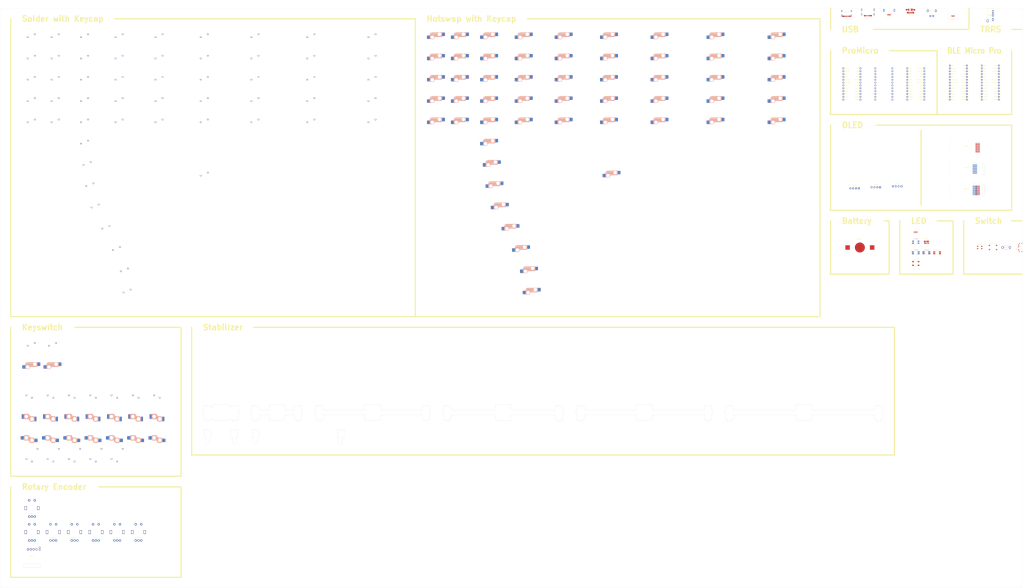
<source format=kicad_pcb>
(kicad_pcb (version 20171130) (host pcbnew "(5.1.8)-1")
  (layers (0 F.Cu signal) (31 B.Cu signal) (34 B.Paste user) (35 F.Paste user) (36 B.SilkS user) (37 F.SilkS user) (38 B.Mask user) (39 F.Mask user) (44 Edge.Cuts user))
  (net 0 "")
  (module BrownSugar_KBD:Kailh_Choc_V2 (layer F.Cu) (at 245.26875 488.15625)
    (fp_text reference REF**)
    (fp_text value KEY_SWITCH)
    (pad "" np_thru_hole circle (at -5.5 0) (size 1.7 1.7) (drill 1.7) (layers *.Cu *.Mask))
    (pad "" np_thru_hole circle (at 5.5 0) (size 1.7 1.7) (drill 1.7) (layers *.Cu *.Mask))
    (pad "" np_thru_hole circle (at 0 0) (size 5 5) (drill 5) (layers *.Cu *.Mask))
    (pad 2 thru_hole oval (at 0 5.9) (size 1.6 1.2) (drill oval 1.2 0.8) (layers *.Cu *.Mask))
    (pad 1 thru_hole oval (at -5 3.7) (size 1.6 1.2) (drill oval 1.2 0.8) (layers *.Cu *.Mask))
    (pad MP thru_hole oval (at 5 -5.5) (size 1.6 1.2) (drill oval 1.2 0.8) (layers *.Cu *.Mask))
  )
  (module BrownSugar_KBD:Kailh_Choc_V1_Hotswap_thin_via (layer F.Cu) (at 283.36875 450.05625)
    (fp_text reference REF**)
    (fp_text value KEY_SWITCH)
    (pad "" np_thru_hole circle (at -5 3.7) (size 3 3) (drill 3) (layers *.Cu *.Mask))
    (pad "" np_thru_hole circle (at 0 5.9) (size 3 3) (drill 3) (layers *.Cu *.Mask))
    (pad "" np_thru_hole circle (at 0 0) (size 3.4 3.4) (drill 3.4) (layers *.Cu *.Mask))
    (pad "" np_thru_hole circle (at 5.5 0) (size 1.7 1.7) (drill 1.7) (layers *.Cu *.Mask))
    (pad "" np_thru_hole circle (at -5.5 0) (size 1.7 1.7) (drill 1.7) (layers *.Cu *.Mask))
    (pad 2 smd roundrect (at 3.0375 5.9 180) (size 2.075 4) (layers B.Cu) (roundrect_rratio 0.083))
    (pad 1 smd roundrect (at -8.0375 3.7 180) (size 2.075 4) (layers B.Cu) (roundrect_rratio 0.083))
    (pad 2 smd roundrect (at 3.0375 5.9 180) (size 2.075 4) (layers F.Cu) (roundrect_rratio 0.083))
    (pad 2 thru_hole circle (at 3.775 7.6 180) (size 0.5 0.5) (drill 0.3) (layers *.Cu))
    (pad 2 thru_hole circle (at 2.3 7.6 180) (size 0.5 0.5) (drill 0.3) (layers *.Cu))
    (pad 2 thru_hole circle (at 3.775 4.2 180) (size 0.5 0.5) (drill 0.3) (layers *.Cu))
    (pad 2 thru_hole circle (at 2.3 4.2 180) (size 0.5 0.5) (drill 0.3) (layers *.Cu))
    (pad 1 smd roundrect (at -8.0375 3.7 180) (size 2.075 4) (layers F.Cu) (roundrect_rratio 0.083))
    (pad 1 thru_hole circle (at -7.3 5.4 180) (size 0.5 0.5) (drill 0.3) (layers *.Cu))
    (pad 1 thru_hole circle (at -8.775 5.4 180) (size 0.5 0.5) (drill 0.3) (layers *.Cu))
    (pad 1 thru_hole circle (at -8.775 2 180) (size 0.5 0.5) (drill 0.3) (layers *.Cu))
    (pad 1 thru_hole circle (at -7.3 2 180) (size 0.5 0.5) (drill 0.3) (layers *.Cu))
  )
  (module BrownSugar_KBD:Kailh_Choc_V2 (layer F.Cu) (at 169.06875 488.15625)
    (fp_text reference REF**)
    (fp_text value KEY_SWITCH)
    (pad MP thru_hole oval (at 5 -5.5) (size 1.6 1.2) (drill oval 1.2 0.8) (layers *.Cu *.Mask))
    (pad 1 thru_hole oval (at -5 3.7) (size 1.6 1.2) (drill oval 1.2 0.8) (layers *.Cu *.Mask))
    (pad 2 thru_hole oval (at 0 5.9) (size 1.6 1.2) (drill oval 1.2 0.8) (layers *.Cu *.Mask))
    (pad "" np_thru_hole circle (at 0 0) (size 5 5) (drill 5) (layers *.Cu *.Mask))
    (pad "" np_thru_hole circle (at 5.5 0) (size 1.7 1.7) (drill 1.7) (layers *.Cu *.Mask))
    (pad "" np_thru_hole circle (at -5.5 0) (size 1.7 1.7) (drill 1.7) (layers *.Cu *.Mask))
  )
  (module BrownSugar_KBD:Kailh_Choc_V1_Hotswap_via (layer F.Cu) (at 169.06875 469.10625)
    (fp_text reference REF**)
    (fp_text value KEY_SWITCH)
    (pad "" np_thru_hole circle (at -5 3.7) (size 3 3) (drill 3) (layers *.Cu *.Mask))
    (pad "" np_thru_hole circle (at 0 5.9) (size 3 3) (drill 3) (layers *.Cu *.Mask))
    (pad "" np_thru_hole circle (at 0 0) (size 3.4 3.4) (drill 3.4) (layers *.Cu *.Mask))
    (pad "" np_thru_hole circle (at 5.5 0) (size 1.7 1.7) (drill 1.7) (layers *.Cu *.Mask))
    (pad "" np_thru_hole circle (at -5.5 0) (size 1.7 1.7) (drill 1.7) (layers *.Cu *.Mask))
    (pad 2 smd roundrect (at 3.5 5.9 180) (size 3 3) (layers B.Cu) (roundrect_rratio 0.083))
    (pad 1 smd roundrect (at -8.5 3.7 180) (size 3 3) (layers B.Cu) (roundrect_rratio 0.083))
    (pad 2 smd roundrect (at 3.5 5.9 180) (size 3 3) (layers F.Cu) (roundrect_rratio 0.083))
    (pad 2 thru_hole circle (at 4.7 7.1 180) (size 0.5 0.5) (drill 0.3) (layers *.Cu))
    (pad 2 thru_hole circle (at 2.3 7.1 180) (size 0.5 0.5) (drill 0.3) (layers *.Cu))
    (pad 2 thru_hole circle (at 4.7 4.7 180) (size 0.5 0.5) (drill 0.3) (layers *.Cu))
    (pad 2 thru_hole circle (at 2.3 4.7 180) (size 0.5 0.5) (drill 0.3) (layers *.Cu))
    (pad 1 smd roundrect (at -8.5 3.7 180) (size 3 3) (layers F.Cu) (roundrect_rratio 0.083))
    (pad 1 thru_hole circle (at -7.3 4.9 180) (size 0.5 0.5) (drill 0.3) (layers *.Cu))
    (pad 1 thru_hole circle (at -9.7 4.9 180) (size 0.5 0.5) (drill 0.3) (layers *.Cu))
    (pad 1 thru_hole circle (at -9.7 2.5 180) (size 0.5 0.5) (drill 0.3) (layers *.Cu))
    (pad 1 thru_hole circle (at -7.3 2.5 180) (size 0.5 0.5) (drill 0.3) (layers *.Cu))
  )
  (module BrownSugar_KBD:Kailh_Choc_V1_Hotswap_thin_via (layer F.Cu) (at 169.06875 450.05625)
    (fp_text reference REF**)
    (fp_text value KEY_SWITCH)
    (pad "" np_thru_hole circle (at -5 3.7) (size 3 3) (drill 3) (layers *.Cu *.Mask))
    (pad "" np_thru_hole circle (at 0 5.9) (size 3 3) (drill 3) (layers *.Cu *.Mask))
    (pad "" np_thru_hole circle (at 0 0) (size 3.4 3.4) (drill 3.4) (layers *.Cu *.Mask))
    (pad "" np_thru_hole circle (at 5.5 0) (size 1.7 1.7) (drill 1.7) (layers *.Cu *.Mask))
    (pad "" np_thru_hole circle (at -5.5 0) (size 1.7 1.7) (drill 1.7) (layers *.Cu *.Mask))
    (pad 2 smd roundrect (at 3.0375 5.9 180) (size 2.075 4) (layers B.Cu) (roundrect_rratio 0.083))
    (pad 1 smd roundrect (at -8.0375 3.7 180) (size 2.075 4) (layers B.Cu) (roundrect_rratio 0.083))
    (pad 2 smd roundrect (at 3.0375 5.9 180) (size 2.075 4) (layers F.Cu) (roundrect_rratio 0.083))
    (pad 2 thru_hole circle (at 3.775 7.6 180) (size 0.5 0.5) (drill 0.3) (layers *.Cu))
    (pad 2 thru_hole circle (at 2.3 7.6 180) (size 0.5 0.5) (drill 0.3) (layers *.Cu))
    (pad 2 thru_hole circle (at 3.775 4.2 180) (size 0.5 0.5) (drill 0.3) (layers *.Cu))
    (pad 2 thru_hole circle (at 2.3 4.2 180) (size 0.5 0.5) (drill 0.3) (layers *.Cu))
    (pad 1 smd roundrect (at -8.0375 3.7 180) (size 2.075 4) (layers F.Cu) (roundrect_rratio 0.083))
    (pad 1 thru_hole circle (at -7.3 5.4 180) (size 0.5 0.5) (drill 0.3) (layers *.Cu))
    (pad 1 thru_hole circle (at -8.775 5.4 180) (size 0.5 0.5) (drill 0.3) (layers *.Cu))
    (pad 1 thru_hole circle (at -8.775 2 180) (size 0.5 0.5) (drill 0.3) (layers *.Cu))
    (pad 1 thru_hole circle (at -7.3 2 180) (size 0.5 0.5) (drill 0.3) (layers *.Cu))
  )
  (module BrownSugar_KBD:CherryMX_1U (layer F.Cu) (at 169.06875 192.88125)
    (fp_text reference REF**)
    (fp_text value KEY_SWITCH)
    (pad "" np_thru_hole circle (at 0 0) (size 4.1 4.1) (drill 4.1) (layers *.Cu *.Mask))
    (pad "" np_thru_hole circle (at 5.08 0) (size 1.6 1.6) (drill 1.6) (layers *.Cu *.Mask))
    (pad "" np_thru_hole circle (at -5.08 0) (size 1.6 1.6) (drill 1.6) (layers *.Cu *.Mask))
    (pad 1 thru_hole oval (at -3.81 -2.54) (size 1.6 1.2) (drill oval 1.2 0.8) (layers *.Cu *.Mask))
    (pad 2 thru_hole oval (at 2.54 -5.08) (size 1.6 1.2) (drill oval 1.2 0.8) (layers *.Cu *.Mask))
  )
  (module BrownSugar_KBD:Stabilizer_MX_PCB_Mount_10U (layer F.Cu) (at 859.63125 421.48125)
    (fp_text reference REF**)
    (fp_text value Stabilizer)
    (pad "" np_thru_hole circle (at -66.675 -6.985) (size 3.048 3.048) (drill 3.048) (layers *.Cu *.Mask))
    (pad "" np_thru_hole circle (at -66.675 8.255) (size 3.9878 3.9878) (drill 3.9878) (layers *.Cu *.Mask))
    (pad "" np_thru_hole circle (at 66.675 -6.985) (size 3.048 3.048) (drill 3.048) (layers *.Cu *.Mask))
    (pad "" np_thru_hole circle (at 66.675 8.255) (size 3.9878 3.9878) (drill 3.9878) (layers *.Cu *.Mask))
  )
  (module BrownSugar_KBD:Stabilizer_MX_PCB_Mount_7U (layer F.Cu) (at 716.75625 421.48125)
    (fp_text reference REF**)
    (fp_text value Stabilizer)
    (pad "" np_thru_hole circle (at -57.15 -6.985) (size 3.048 3.048) (drill 3.048) (layers *.Cu *.Mask))
    (pad "" np_thru_hole circle (at -57.15 8.255) (size 3.9878 3.9878) (drill 3.9878) (layers *.Cu *.Mask))
    (pad "" np_thru_hole circle (at 57.15 -6.985) (size 3.048 3.048) (drill 3.048) (layers *.Cu *.Mask))
    (pad "" np_thru_hole circle (at 57.15 8.255) (size 3.9878 3.9878) (drill 3.9878) (layers *.Cu *.Mask))
  )
  (module BrownSugar_KBD:Stabilizer_MX_PCB_Mount_6.25U (layer F.Cu) (at 590.55 421.48125)
    (fp_text reference REF**)
    (fp_text value Stabilizer)
    (pad "" np_thru_hole circle (at -50.0065 -6.985) (size 3.048 3.048) (drill 3.048) (layers *.Cu *.Mask))
    (pad "" np_thru_hole circle (at -50.0065 8.255) (size 3.9878 3.9878) (drill 3.9878) (layers *.Cu *.Mask))
    (pad "" np_thru_hole circle (at 50.0065 -6.985) (size 3.048 3.048) (drill 3.048) (layers *.Cu *.Mask))
    (pad "" np_thru_hole circle (at 50.0065 8.255) (size 3.9878 3.9878) (drill 3.9878) (layers *.Cu *.Mask))
  )
  (module BrownSugar_KBD:Stabilizer_MX_PCB_Mount_6U (layer F.Cu) (at 473.86875 421.48125)
    (fp_text reference REF**)
    (fp_text value Stabilizer)
    (pad "" np_thru_hole circle (at -47.625 -6.985) (size 3.048 3.048) (drill 3.048) (layers *.Cu *.Mask))
    (pad "" np_thru_hole circle (at -47.625 8.255) (size 3.9878 3.9878) (drill 3.9878) (layers *.Cu *.Mask))
    (pad "" np_thru_hole circle (at 47.625 -6.985) (size 3.048 3.048) (drill 3.048) (layers *.Cu *.Mask))
    (pad "" np_thru_hole circle (at 47.625 8.255) (size 3.9878 3.9878) (drill 3.9878) (layers *.Cu *.Mask))
  )
  (module BrownSugar_KBD:Stabilizer_MX_PCB_Mount_3U (layer F.Cu) (at 388.14375 421.48125)
    (fp_text reference REF**)
    (fp_text value Stabilizer)
    (pad "" np_thru_hole circle (at -19.05 -6.985) (size 3.048 3.048) (drill 3.048) (layers *.Cu *.Mask))
    (pad "" np_thru_hole circle (at -19.05 8.255) (size 3.9878 3.9878) (drill 3.9878) (layers *.Cu *.Mask))
    (pad "" np_thru_hole circle (at 19.05 -6.985) (size 3.048 3.048) (drill 3.048) (layers *.Cu *.Mask))
    (pad "" np_thru_hole circle (at 19.05 8.255) (size 3.9878 3.9878) (drill 3.9878) (layers *.Cu *.Mask))
  )
  (module BrownSugar_KBD:Stabilizer_MX_PCB_Mount_2U (layer F.Cu) (at 338.1375 421.48125)
    (fp_text reference REF**)
    (fp_text value Stabilizer)
    (pad "" np_thru_hole circle (at -11.938 -6.985) (size 3.048 3.048) (drill 3.048) (layers *.Cu *.Mask))
    (pad "" np_thru_hole circle (at -11.938 8.255) (size 3.9878 3.9878) (drill 3.9878) (layers *.Cu *.Mask))
    (pad "" np_thru_hole circle (at 11.938 -6.985) (size 3.048 3.048) (drill 3.048) (layers *.Cu *.Mask))
    (pad "" np_thru_hole circle (at 11.938 8.255) (size 3.9878 3.9878) (drill 3.9878) (layers *.Cu *.Mask))
  )
  (module BrownSugar_KBD:CherryMX_3U (layer F.Cu) (at 473.86875 192.88125)
    (fp_text reference REF**)
    (fp_text value KEY_SWITCH)
    (pad "" np_thru_hole circle (at 0 0) (size 4.1 4.1) (drill 4.1) (layers *.Cu *.Mask))
    (pad "" np_thru_hole circle (at 5.08 0) (size 1.6 1.6) (drill 1.6) (layers *.Cu *.Mask))
    (pad "" np_thru_hole circle (at -5.08 0) (size 1.6 1.6) (drill 1.6) (layers *.Cu *.Mask))
    (pad 1 thru_hole oval (at -3.81 -2.54) (size 1.6 1.2) (drill oval 1.2 0.8) (layers *.Cu *.Mask))
    (pad 2 thru_hole oval (at 2.54 -5.08) (size 1.6 1.2) (drill oval 1.2 0.8) (layers *.Cu *.Mask))
  )
  (module BrownSugar_KBD:CherryMX_2.75U (layer F.Cu) (at 419.1 192.88125)
    (fp_text reference REF**)
    (fp_text value KEY_SWITCH)
    (pad "" np_thru_hole circle (at 0 0) (size 4.1 4.1) (drill 4.1) (layers *.Cu *.Mask))
    (pad "" np_thru_hole circle (at 5.08 0) (size 1.6 1.6) (drill 1.6) (layers *.Cu *.Mask))
    (pad "" np_thru_hole circle (at -5.08 0) (size 1.6 1.6) (drill 1.6) (layers *.Cu *.Mask))
    (pad 1 thru_hole oval (at -3.81 -2.54) (size 1.6 1.2) (drill oval 1.2 0.8) (layers *.Cu *.Mask))
    (pad 2 thru_hole oval (at 2.54 -5.08) (size 1.6 1.2) (drill oval 1.2 0.8) (layers *.Cu *.Mask))
  )
  (module BrownSugar_KBD:CherryMX_2.5U (layer F.Cu) (at 369.09375 192.88125)
    (fp_text reference REF**)
    (fp_text value KEY_SWITCH)
    (pad "" np_thru_hole circle (at 0 0) (size 4.1 4.1) (drill 4.1) (layers *.Cu *.Mask))
    (pad "" np_thru_hole circle (at 5.08 0) (size 1.6 1.6) (drill 1.6) (layers *.Cu *.Mask))
    (pad "" np_thru_hole circle (at -5.08 0) (size 1.6 1.6) (drill 1.6) (layers *.Cu *.Mask))
    (pad 1 thru_hole oval (at -3.81 -2.54) (size 1.6 1.2) (drill oval 1.2 0.8) (layers *.Cu *.Mask))
    (pad 2 thru_hole oval (at 2.54 -5.08) (size 1.6 1.2) (drill oval 1.2 0.8) (layers *.Cu *.Mask))
  )
  (module BrownSugar_KBD:CherryMX_2.25U (layer F.Cu) (at 323.85 192.88125)
    (fp_text reference REF**)
    (fp_text value KEY_SWITCH)
    (pad "" np_thru_hole circle (at 0 0) (size 4.1 4.1) (drill 4.1) (layers *.Cu *.Mask))
    (pad "" np_thru_hole circle (at 5.08 0) (size 1.6 1.6) (drill 1.6) (layers *.Cu *.Mask))
    (pad "" np_thru_hole circle (at -5.08 0) (size 1.6 1.6) (drill 1.6) (layers *.Cu *.Mask))
    (pad 1 thru_hole oval (at -3.81 -2.54) (size 1.6 1.2) (drill oval 1.2 0.8) (layers *.Cu *.Mask))
    (pad 2 thru_hole oval (at 2.54 -5.08) (size 1.6 1.2) (drill oval 1.2 0.8) (layers *.Cu *.Mask))
  )
  (module BrownSugar_KBD:CherryMX_2U (layer F.Cu) (at 283.36875 192.88125)
    (fp_text reference REF**)
    (fp_text value KEY_SWITCH)
    (pad "" np_thru_hole circle (at 0 0) (size 4.1 4.1) (drill 4.1) (layers *.Cu *.Mask))
    (pad "" np_thru_hole circle (at 5.08 0) (size 1.6 1.6) (drill 1.6) (layers *.Cu *.Mask))
    (pad "" np_thru_hole circle (at -5.08 0) (size 1.6 1.6) (drill 1.6) (layers *.Cu *.Mask))
    (pad 1 thru_hole oval (at -3.81 -2.54) (size 1.6 1.2) (drill oval 1.2 0.8) (layers *.Cu *.Mask))
    (pad 2 thru_hole oval (at 2.54 -5.08) (size 1.6 1.2) (drill oval 1.2 0.8) (layers *.Cu *.Mask))
  )
  (module BrownSugar_KBD:CherryMX_1.75U (layer F.Cu) (at 247.65 192.88125)
    (fp_text reference REF**)
    (fp_text value KEY_SWITCH)
    (pad "" np_thru_hole circle (at 0 0) (size 4.1 4.1) (drill 4.1) (layers *.Cu *.Mask))
    (pad "" np_thru_hole circle (at 5.08 0) (size 1.6 1.6) (drill 1.6) (layers *.Cu *.Mask))
    (pad "" np_thru_hole circle (at -5.08 0) (size 1.6 1.6) (drill 1.6) (layers *.Cu *.Mask))
    (pad 1 thru_hole oval (at -3.81 -2.54) (size 1.6 1.2) (drill oval 1.2 0.8) (layers *.Cu *.Mask))
    (pad 2 thru_hole oval (at 2.54 -5.08) (size 1.6 1.2) (drill oval 1.2 0.8) (layers *.Cu *.Mask))
  )
  (module BrownSugar_KBD:CherryMX_1.5U (layer F.Cu) (at 216.69375 192.88125)
    (fp_text reference REF**)
    (fp_text value KEY_SWITCH)
    (pad "" np_thru_hole circle (at 0 0) (size 4.1 4.1) (drill 4.1) (layers *.Cu *.Mask))
    (pad "" np_thru_hole circle (at 5.08 0) (size 1.6 1.6) (drill 1.6) (layers *.Cu *.Mask))
    (pad "" np_thru_hole circle (at -5.08 0) (size 1.6 1.6) (drill 1.6) (layers *.Cu *.Mask))
    (pad 1 thru_hole oval (at -3.81 -2.54) (size 1.6 1.2) (drill oval 1.2 0.8) (layers *.Cu *.Mask))
    (pad 2 thru_hole oval (at 2.54 -5.08) (size 1.6 1.2) (drill oval 1.2 0.8) (layers *.Cu *.Mask))
  )
  (module BrownSugar_KBD:CherryMX_1.25U (layer F.Cu) (at 190.5 192.88125)
    (fp_text reference REF**)
    (fp_text value KEY_SWITCH)
    (pad "" np_thru_hole circle (at 0 0) (size 4.1 4.1) (drill 4.1) (layers *.Cu *.Mask))
    (pad "" np_thru_hole circle (at 5.08 0) (size 1.6 1.6) (drill 1.6) (layers *.Cu *.Mask))
    (pad "" np_thru_hole circle (at -5.08 0) (size 1.6 1.6) (drill 1.6) (layers *.Cu *.Mask))
    (pad 1 thru_hole oval (at -3.81 -2.54) (size 1.6 1.2) (drill oval 1.2 0.8) (layers *.Cu *.Mask))
    (pad 2 thru_hole oval (at 2.54 -5.08) (size 1.6 1.2) (drill oval 1.2 0.8) (layers *.Cu *.Mask))
  )
  (module BrownSugar_KBD:Kailh_Choc_V1 (layer F.Cu) (at 283.36875 431.00625)
    (fp_text reference REF**)
    (fp_text value KEY_SWITCH)
    (pad 1 thru_hole oval (at -5 3.7) (size 1.6 1.2) (drill oval 1.2 0.8) (layers *.Cu *.Mask))
    (pad 2 thru_hole oval (at 0 5.9) (size 1.6 1.2) (drill oval 1.2 0.8) (layers *.Cu *.Mask))
    (pad "" np_thru_hole circle (at 0 0) (size 3.4 3.4) (drill 3.4) (layers *.Cu *.Mask))
    (pad "" np_thru_hole circle (at 5.5 0) (size 1.7 1.7) (drill 1.7) (layers *.Cu *.Mask))
    (pad "" np_thru_hole circle (at -5.5 0) (size 1.7 1.7) (drill 1.7) (layers *.Cu *.Mask))
  )
  (module BrownSugar_KBD:Kailh_Choc_V1 (layer F.Cu) (at 169.06875 431.00625)
    (fp_text reference REF**)
    (fp_text value KEY_SWITCH)
    (pad 1 thru_hole oval (at -5 3.7) (size 1.6 1.2) (drill oval 1.2 0.8) (layers *.Cu *.Mask))
    (pad 2 thru_hole oval (at 0 5.9) (size 1.6 1.2) (drill oval 1.2 0.8) (layers *.Cu *.Mask))
    (pad "" np_thru_hole circle (at 0 0) (size 3.4 3.4) (drill 3.4) (layers *.Cu *.Mask))
    (pad "" np_thru_hole circle (at 5.5 0) (size 1.7 1.7) (drill 1.7) (layers *.Cu *.Mask))
    (pad "" np_thru_hole circle (at -5.5 0) (size 1.7 1.7) (drill 1.7) (layers *.Cu *.Mask))
  )
  (module BrownSugar_KBD:CherryMX_Hotswap_via_1U (layer F.Cu) (at 188.11875 411.95625)
    (fp_text reference REF**)
    (fp_text value KEY_SWITCH)
    (pad 1 smd roundrect (at -7.11 -2.54 180) (size 3 3) (layers B.Cu) (roundrect_rratio 0.083))
    (pad "" np_thru_hole circle (at 0 0) (size 4.1 4.1) (drill 4.1) (layers *.Cu *.Mask))
    (pad "" np_thru_hole circle (at 5.08 0) (size 1.6 1.6) (drill 1.6) (layers *.Cu *.Mask))
    (pad "" np_thru_hole circle (at -5.08 0) (size 1.6 1.6) (drill 1.6) (layers *.Cu *.Mask))
    (pad 2 smd roundrect (at 5.84 -5.08 180) (size 3 3) (layers B.Cu) (roundrect_rratio 0.083))
    (pad "" np_thru_hole circle (at -3.81 -2.54) (size 3 3) (drill 3) (layers *.Cu *.Mask))
    (pad "" np_thru_hole circle (at 2.54 -5.08) (size 3 3) (drill 3) (layers *.Cu *.Mask))
    (pad 1 thru_hole circle (at -8.31 -3.74) (size 0.5 0.5) (drill 0.3) (layers *.Cu))
    (pad 1 thru_hole circle (at -5.91 -3.74) (size 0.5 0.5) (drill 0.3) (layers *.Cu))
    (pad 1 thru_hole circle (at -8.31 -1.34) (size 0.5 0.5) (drill 0.3) (layers *.Cu))
    (pad 1 thru_hole circle (at -5.91 -1.34) (size 0.5 0.5) (drill 0.3) (layers *.Cu))
    (pad 1 smd roundrect (at -7.11 -2.54) (size 3 3) (layers F.Cu) (roundrect_rratio 0.083))
    (pad 2 thru_hole circle (at 4.64 -6.28 180) (size 0.5 0.5) (drill 0.3) (layers *.Cu))
    (pad 2 thru_hole circle (at 7.04 -6.28 180) (size 0.5 0.5) (drill 0.3) (layers *.Cu))
    (pad 2 thru_hole circle (at 4.64 -3.88 180) (size 0.5 0.5) (drill 0.3) (layers *.Cu))
    (pad 2 thru_hole circle (at 7.04 -3.88 180) (size 0.5 0.5) (drill 0.3) (layers *.Cu))
    (pad 2 smd roundrect (at 5.84 -5.08 180) (size 3 3) (layers F.Cu) (roundrect_rratio 0.083))
  )
  (module BrownSugar_KBD:CherryMX_Hotswap_via_1U (layer F.Cu) (at 169.06875 411.95625)
    (fp_text reference REF**)
    (fp_text value KEY_SWITCH)
    (pad 1 smd roundrect (at -7.11 -2.54 180) (size 3 3) (layers B.Cu) (roundrect_rratio 0.083))
    (pad "" np_thru_hole circle (at 0 0) (size 4.1 4.1) (drill 4.1) (layers *.Cu *.Mask))
    (pad "" np_thru_hole circle (at 5.08 0) (size 1.6 1.6) (drill 1.6) (layers *.Cu *.Mask))
    (pad "" np_thru_hole circle (at -5.08 0) (size 1.6 1.6) (drill 1.6) (layers *.Cu *.Mask))
    (pad 2 smd roundrect (at 5.84 -5.08 180) (size 3 3) (layers B.Cu) (roundrect_rratio 0.083))
    (pad "" np_thru_hole circle (at -3.81 -2.54) (size 3 3) (drill 3) (layers *.Cu *.Mask))
    (pad "" np_thru_hole circle (at 2.54 -5.08) (size 3 3) (drill 3) (layers *.Cu *.Mask))
    (pad 1 thru_hole circle (at -8.31 -3.74) (size 0.5 0.5) (drill 0.3) (layers *.Cu))
    (pad 1 thru_hole circle (at -5.91 -3.74) (size 0.5 0.5) (drill 0.3) (layers *.Cu))
    (pad 1 thru_hole circle (at -8.31 -1.34) (size 0.5 0.5) (drill 0.3) (layers *.Cu))
    (pad 1 thru_hole circle (at -5.91 -1.34) (size 0.5 0.5) (drill 0.3) (layers *.Cu))
    (pad 1 smd roundrect (at -7.11 -2.54) (size 3 3) (layers F.Cu) (roundrect_rratio 0.083))
    (pad 2 thru_hole circle (at 4.64 -6.28 180) (size 0.5 0.5) (drill 0.3) (layers *.Cu))
    (pad 2 thru_hole circle (at 7.04 -6.28 180) (size 0.5 0.5) (drill 0.3) (layers *.Cu))
    (pad 2 thru_hole circle (at 4.64 -3.88 180) (size 0.5 0.5) (drill 0.3) (layers *.Cu))
    (pad 2 thru_hole circle (at 7.04 -3.88 180) (size 0.5 0.5) (drill 0.3) (layers *.Cu))
    (pad 2 smd roundrect (at 5.84 -5.08 180) (size 3 3) (layers F.Cu) (roundrect_rratio 0.083))
  )
  (module BrownSugar_KBD:CherryMX_1U (layer F.Cu) (at 188.11875 392.90625)
    (fp_text reference REF**)
    (fp_text value KEY_SWITCH)
    (pad "" np_thru_hole circle (at 0 0) (size 4.1 4.1) (drill 4.1) (layers *.Cu *.Mask))
    (pad "" np_thru_hole circle (at 5.08 0) (size 1.6 1.6) (drill 1.6) (layers *.Cu *.Mask))
    (pad "" np_thru_hole circle (at -5.08 0) (size 1.6 1.6) (drill 1.6) (layers *.Cu *.Mask))
    (pad 1 thru_hole oval (at -3.81 -2.54) (size 1.6 1.2) (drill oval 1.2 0.8) (layers *.Cu *.Mask))
    (pad 2 thru_hole oval (at 2.54 -5.08) (size 1.6 1.2) (drill oval 1.2 0.8) (layers *.Cu *.Mask))
  )
  (module BrownSugar_KBD:CherryMX_1U (layer F.Cu) (at 169.06875 392.90625)
    (fp_text reference REF**)
    (fp_text value KEY_SWITCH)
    (pad "" np_thru_hole circle (at 0 0) (size 4.1 4.1) (drill 4.1) (layers *.Cu *.Mask))
    (pad "" np_thru_hole circle (at 5.08 0) (size 1.6 1.6) (drill 1.6) (layers *.Cu *.Mask))
    (pad "" np_thru_hole circle (at -5.08 0) (size 1.6 1.6) (drill 1.6) (layers *.Cu *.Mask))
    (pad 1 thru_hole oval (at -3.81 -2.54) (size 1.6 1.2) (drill oval 1.2 0.8) (layers *.Cu *.Mask))
    (pad 2 thru_hole oval (at 2.54 -5.08) (size 1.6 1.2) (drill oval 1.2 0.8) (layers *.Cu *.Mask))
  )
  (module BrownSugar_KBD:CherryMX_3U (layer F.Cu) (at 473.86875 116.68125)
    (fp_text reference REF**)
    (fp_text value KEY_SWITCH)
    (pad "" np_thru_hole circle (at 0 0) (size 4.1 4.1) (drill 4.1) (layers *.Cu *.Mask))
    (pad "" np_thru_hole circle (at 5.08 0) (size 1.6 1.6) (drill 1.6) (layers *.Cu *.Mask))
    (pad "" np_thru_hole circle (at -5.08 0) (size 1.6 1.6) (drill 1.6) (layers *.Cu *.Mask))
    (pad 1 thru_hole oval (at -3.81 -2.54) (size 1.6 1.2) (drill oval 1.2 0.8) (layers *.Cu *.Mask))
    (pad 2 thru_hole oval (at 2.54 -5.08) (size 1.6 1.2) (drill oval 1.2 0.8) (layers *.Cu *.Mask))
  )
  (module BrownSugar_KBD:CherryMX_2.75U (layer F.Cu) (at 419.1 116.68125)
    (fp_text reference REF**)
    (fp_text value KEY_SWITCH)
    (pad "" np_thru_hole circle (at 0 0) (size 4.1 4.1) (drill 4.1) (layers *.Cu *.Mask))
    (pad "" np_thru_hole circle (at 5.08 0) (size 1.6 1.6) (drill 1.6) (layers *.Cu *.Mask))
    (pad "" np_thru_hole circle (at -5.08 0) (size 1.6 1.6) (drill 1.6) (layers *.Cu *.Mask))
    (pad 1 thru_hole oval (at -3.81 -2.54) (size 1.6 1.2) (drill oval 1.2 0.8) (layers *.Cu *.Mask))
    (pad 2 thru_hole oval (at 2.54 -5.08) (size 1.6 1.2) (drill oval 1.2 0.8) (layers *.Cu *.Mask))
  )
  (module BrownSugar_KBD:CherryMX_2.5U (layer F.Cu) (at 369.09375 116.68125)
    (fp_text reference REF**)
    (fp_text value KEY_SWITCH)
    (pad "" np_thru_hole circle (at 0 0) (size 4.1 4.1) (drill 4.1) (layers *.Cu *.Mask))
    (pad "" np_thru_hole circle (at 5.08 0) (size 1.6 1.6) (drill 1.6) (layers *.Cu *.Mask))
    (pad "" np_thru_hole circle (at -5.08 0) (size 1.6 1.6) (drill 1.6) (layers *.Cu *.Mask))
    (pad 1 thru_hole oval (at -3.81 -2.54) (size 1.6 1.2) (drill oval 1.2 0.8) (layers *.Cu *.Mask))
    (pad 2 thru_hole oval (at 2.54 -5.08) (size 1.6 1.2) (drill oval 1.2 0.8) (layers *.Cu *.Mask))
  )
  (module BrownSugar_KBD:CherryMX_2.25U (layer F.Cu) (at 323.85 116.68125)
    (fp_text reference REF**)
    (fp_text value KEY_SWITCH)
    (pad "" np_thru_hole circle (at 0 0) (size 4.1 4.1) (drill 4.1) (layers *.Cu *.Mask))
    (pad "" np_thru_hole circle (at 5.08 0) (size 1.6 1.6) (drill 1.6) (layers *.Cu *.Mask))
    (pad "" np_thru_hole circle (at -5.08 0) (size 1.6 1.6) (drill 1.6) (layers *.Cu *.Mask))
    (pad 1 thru_hole oval (at -3.81 -2.54) (size 1.6 1.2) (drill oval 1.2 0.8) (layers *.Cu *.Mask))
    (pad 2 thru_hole oval (at 2.54 -5.08) (size 1.6 1.2) (drill oval 1.2 0.8) (layers *.Cu *.Mask))
  )
  (module BrownSugar_KBD:CherryMX_2U (layer F.Cu) (at 283.36875 116.68125)
    (fp_text reference REF**)
    (fp_text value KEY_SWITCH)
    (pad "" np_thru_hole circle (at 0 0) (size 4.1 4.1) (drill 4.1) (layers *.Cu *.Mask))
    (pad "" np_thru_hole circle (at 5.08 0) (size 1.6 1.6) (drill 1.6) (layers *.Cu *.Mask))
    (pad "" np_thru_hole circle (at -5.08 0) (size 1.6 1.6) (drill 1.6) (layers *.Cu *.Mask))
    (pad 1 thru_hole oval (at -3.81 -2.54) (size 1.6 1.2) (drill oval 1.2 0.8) (layers *.Cu *.Mask))
    (pad 2 thru_hole oval (at 2.54 -5.08) (size 1.6 1.2) (drill oval 1.2 0.8) (layers *.Cu *.Mask))
  )
  (module BrownSugar_KBD:CherryMX_1.75U (layer F.Cu) (at 247.65 116.68125)
    (fp_text reference REF**)
    (fp_text value KEY_SWITCH)
    (pad "" np_thru_hole circle (at 0 0) (size 4.1 4.1) (drill 4.1) (layers *.Cu *.Mask))
    (pad "" np_thru_hole circle (at 5.08 0) (size 1.6 1.6) (drill 1.6) (layers *.Cu *.Mask))
    (pad "" np_thru_hole circle (at -5.08 0) (size 1.6 1.6) (drill 1.6) (layers *.Cu *.Mask))
    (pad 1 thru_hole oval (at -3.81 -2.54) (size 1.6 1.2) (drill oval 1.2 0.8) (layers *.Cu *.Mask))
    (pad 2 thru_hole oval (at 2.54 -5.08) (size 1.6 1.2) (drill oval 1.2 0.8) (layers *.Cu *.Mask))
  )
  (module BrownSugar_KBD:CherryMX_1.5U (layer F.Cu) (at 216.69375 116.68125)
    (fp_text reference REF**)
    (fp_text value KEY_SWITCH)
    (pad "" np_thru_hole circle (at 0 0) (size 4.1 4.1) (drill 4.1) (layers *.Cu *.Mask))
    (pad "" np_thru_hole circle (at 5.08 0) (size 1.6 1.6) (drill 1.6) (layers *.Cu *.Mask))
    (pad "" np_thru_hole circle (at -5.08 0) (size 1.6 1.6) (drill 1.6) (layers *.Cu *.Mask))
    (pad 1 thru_hole oval (at -3.81 -2.54) (size 1.6 1.2) (drill oval 1.2 0.8) (layers *.Cu *.Mask))
    (pad 2 thru_hole oval (at 2.54 -5.08) (size 1.6 1.2) (drill oval 1.2 0.8) (layers *.Cu *.Mask))
  )
  (module BrownSugar_KBD:CherryMX_1.25U (layer F.Cu) (at 190.5 116.68125)
    (fp_text reference REF**)
    (fp_text value KEY_SWITCH)
    (pad "" np_thru_hole circle (at 0 0) (size 4.1 4.1) (drill 4.1) (layers *.Cu *.Mask))
    (pad "" np_thru_hole circle (at 5.08 0) (size 1.6 1.6) (drill 1.6) (layers *.Cu *.Mask))
    (pad "" np_thru_hole circle (at -5.08 0) (size 1.6 1.6) (drill 1.6) (layers *.Cu *.Mask))
    (pad 1 thru_hole oval (at -3.81 -2.54) (size 1.6 1.2) (drill oval 1.2 0.8) (layers *.Cu *.Mask))
    (pad 2 thru_hole oval (at 2.54 -5.08) (size 1.6 1.2) (drill oval 1.2 0.8) (layers *.Cu *.Mask))
  )
  (module BrownSugar_KBD:CherryMX_1U (layer F.Cu) (at 169.06875 116.68125)
    (fp_text reference REF**)
    (fp_text value KEY_SWITCH)
    (pad "" np_thru_hole circle (at 0 0) (size 4.1 4.1) (drill 4.1) (layers *.Cu *.Mask))
    (pad "" np_thru_hole circle (at 5.08 0) (size 1.6 1.6) (drill 1.6) (layers *.Cu *.Mask))
    (pad "" np_thru_hole circle (at -5.08 0) (size 1.6 1.6) (drill 1.6) (layers *.Cu *.Mask))
    (pad 1 thru_hole oval (at -3.81 -2.54) (size 1.6 1.2) (drill oval 1.2 0.8) (layers *.Cu *.Mask))
    (pad 2 thru_hole oval (at 2.54 -5.08) (size 1.6 1.2) (drill oval 1.2 0.8) (layers *.Cu *.Mask))
  )
  (module BrownSugar_KBD:BleMicroPro_r (layer F.Cu) (at 1026.31875 154.78125)
    (fp_text reference REF** hide)
    (fp_text value "BLE Micro Pro reverse" hide)
    (fp_text user BAT (at -5.149552 -15.24) (layer F.SilkS) (effects (font (size 0.75 0.67) (thickness 0.125))))
    (fp_text user GND (at 5.120447 -15.24) (layer F.SilkS) (effects (font (size 0.75 0.67) (thickness 0.125))))
    (fp_text user RAW (at -5.021933 -12.7) (layer F.SilkS) (effects (font (size 0.75 0.67) (thickness 0.125))))
    (fp_text user GND (at -5.005981 -10.16) (layer F.SilkS) (effects (font (size 0.75 0.67) (thickness 0.125))))
    (fp_text user RST (at -5.117648 -7.62) (layer F.SilkS) (effects (font (size 0.75 0.67) (thickness 0.125))))
    (fp_text user VCC (at -5.06979 -5.08) (layer F.SilkS) (effects (font (size 0.75 0.67) (thickness 0.125))))
    (fp_text user A3/F4 (at -4.4636 -2.54) (layer F.SilkS) (effects (font (size 0.75 0.67) (thickness 0.125))))
    (fp_text user A2/F5 (at -4.4636 0) (layer F.SilkS) (effects (font (size 0.75 0.67) (thickness 0.125))))
    (fp_text user A1/F6 (at -4.4636 2.54) (layer F.SilkS) (effects (font (size 0.75 0.67) (thickness 0.125))))
    (fp_text user A0/F7 (at -4.4636 5.08) (layer F.SilkS) (effects (font (size 0.75 0.67) (thickness 0.125))))
    (fp_text user 15/B1 (at -4.383838 7.62) (layer F.SilkS) (effects (font (size 0.75 0.67) (thickness 0.125))))
    (fp_text user 14/B3 (at -4.383838 10.16) (layer F.SilkS) (effects (font (size 0.75 0.67) (thickness 0.125))))
    (fp_text user 10/B6 (at -4.383838 15.24) (layer F.SilkS) (effects (font (size 0.75 0.67) (thickness 0.125))))
    (fp_text user 16/B2 (at -4.383838 12.7) (layer F.SilkS) (effects (font (size 0.75 0.67) (thickness 0.125))))
    (fp_text user E6/7 (at 4.849257 10.16) (layer F.SilkS) (effects (font (size 0.75 0.67) (thickness 0.125))))
    (fp_text user D7/6 (at 4.817352 7.62) (layer F.SilkS) (effects (font (size 0.75 0.67) (thickness 0.125))))
    (fp_text user GND (at 5.120447 -7.62) (layer F.SilkS) (effects (font (size 0.75 0.67) (thickness 0.125))))
    (fp_text user GND (at 5.120447 -5.08) (layer F.SilkS) (effects (font (size 0.75 0.67) (thickness 0.125))))
    (fp_text user D3/TX0 (at 4.243066 -12.7) (layer F.SilkS) (effects (font (size 0.75 0.67) (thickness 0.125))))
    (fp_text user D4/4 (at 4.817352 2.54) (layer F.SilkS) (effects (font (size 0.75 0.67) (thickness 0.125))))
    (fp_text user SDA/D1/2 (at 3.525209 -2.54) (layer F.SilkS) (effects (font (size 0.75 0.67) (thickness 0.125))))
    (fp_text user SCL/D0/3 (at 3.541162 0) (layer F.SilkS) (effects (font (size 0.75 0.67) (thickness 0.125))))
    (fp_text user C6/5 (at 4.817352 5.08) (layer F.SilkS) (effects (font (size 0.75 0.67) (thickness 0.125))))
    (fp_text user B5/9 (at 4.817352 15.24) (layer F.SilkS) (effects (font (size 0.75 0.67) (thickness 0.125))))
    (fp_text user D2/RX1 (at 4.163305 -10.16) (layer F.SilkS) (effects (font (size 0.75 0.67) (thickness 0.125))))
    (fp_text user B4/8 (at 4.817352 12.7) (layer F.SilkS) (effects (font (size 0.75 0.67) (thickness 0.125))))
    (pad 26 thru_hole circle (at -7.62 -15.24) (size 1.524 1.524) (drill 0.85) (layers *.Cu *.Mask))
    (pad 25 thru_hole circle (at -7.62 -12.7) (size 1.524 1.524) (drill 0.85) (layers *.Cu *.Mask))
    (pad 1 thru_hole circle (at 7.62 -15.24) (size 1.524 1.524) (drill 0.85) (layers *.Cu *.Mask))
    (pad 2 thru_hole circle (at 7.62 -12.7) (size 1.524 1.524) (drill 0.85) (layers *.Cu *.Mask))
    (pad 3 thru_hole circle (at 7.62 -10.16) (size 1.524 1.524) (drill 0.85) (layers *.Cu *.Mask))
    (pad 4 thru_hole circle (at 7.62 -7.62) (size 1.524 1.524) (drill 0.85) (layers *.Cu *.Mask))
    (pad 5 thru_hole circle (at 7.62 -5.08) (size 1.524 1.524) (drill 0.85) (layers *.Cu *.Mask))
    (pad 6 thru_hole circle (at 7.62 -2.54) (size 1.524 1.524) (drill 0.85) (layers *.Cu *.Mask))
    (pad 7 thru_hole circle (at 7.62 0) (size 1.524 1.524) (drill 0.85) (layers *.Cu *.Mask))
    (pad 8 thru_hole circle (at 7.62 2.54) (size 1.524 1.524) (drill 0.85) (layers *.Cu *.Mask))
    (pad 9 thru_hole circle (at 7.62 5.08) (size 1.524 1.524) (drill 0.85) (layers *.Cu *.Mask))
    (pad 10 thru_hole circle (at 7.62 7.62) (size 1.524 1.524) (drill 0.85) (layers *.Cu *.Mask))
    (pad 11 thru_hole circle (at 7.62 10.16) (size 1.524 1.524) (drill 0.85) (layers *.Cu *.Mask))
    (pad 12 thru_hole circle (at 7.62 12.7) (size 1.524 1.524) (drill 0.85) (layers *.Cu *.Mask))
    (pad 13 thru_hole circle (at 7.62 15.24) (size 1.524 1.524) (drill 0.85) (layers *.Cu *.Mask))
    (pad 14 thru_hole circle (at -7.62 15.24) (size 1.524 1.524) (drill 0.85) (layers *.Cu *.Mask))
    (pad 15 thru_hole circle (at -7.62 12.7) (size 1.524 1.524) (drill 0.85) (layers *.Cu *.Mask))
    (pad 16 thru_hole circle (at -7.62 10.16) (size 1.524 1.524) (drill 0.85) (layers *.Cu *.Mask))
    (pad 17 thru_hole circle (at -7.62 7.62) (size 1.524 1.524) (drill 0.85) (layers *.Cu *.Mask))
    (pad 18 thru_hole circle (at -7.62 5.08) (size 1.524 1.524) (drill 0.85) (layers *.Cu *.Mask))
    (pad 19 thru_hole circle (at -7.62 2.54) (size 1.524 1.524) (drill 0.85) (layers *.Cu *.Mask))
    (pad 20 thru_hole circle (at -7.62 0) (size 1.524 1.524) (drill 0.85) (layers *.Cu *.Mask))
    (pad 21 thru_hole circle (at -7.62 -2.54) (size 1.524 1.524) (drill 0.85) (layers *.Cu *.Mask))
    (pad 22 thru_hole circle (at -7.62 -5.08) (size 1.524 1.524) (drill 0.85) (layers *.Cu *.Mask))
    (pad 23 thru_hole circle (at -7.62 -7.62) (size 1.524 1.524) (drill 0.85) (layers *.Cu *.Mask))
    (pad 24 thru_hole circle (at -7.62 -10.16) (size 1.524 1.524) (drill 0.85) (layers *.Cu *.Mask))
  )
  (module BrownSugar_KBD:BleMicroPro (layer F.Cu) (at 997.74375 154.78125)
    (fp_text reference REF** hide)
    (fp_text value "BLE Micro Pro" hide)
    (fp_text user BAT (at 5.264019 -15.24) (layer F.SilkS) (effects (font (size 0.75 0.67) (thickness 0.125))))
    (fp_text user GND (at -5.005981 -15.24) (layer F.SilkS) (effects (font (size 0.75 0.67) (thickness 0.125))))
    (fp_text user RAW (at 5.1364 -12.7) (layer F.SilkS) (effects (font (size 0.75 0.67) (thickness 0.125))))
    (fp_text user GND (at 5.1364 -10.16) (layer F.SilkS) (effects (font (size 0.75 0.67) (thickness 0.125))))
    (fp_text user RST (at 5.1364 -7.62) (layer F.SilkS) (effects (font (size 0.75 0.67) (thickness 0.125))))
    (fp_text user VCC (at 5.1364 -5.08) (layer F.SilkS) (effects (font (size 0.75 0.67) (thickness 0.125))))
    (fp_text user A3/F4 (at 4.4664 -2.54) (layer F.SilkS) (effects (font (size 0.75 0.67) (thickness 0.125))))
    (fp_text user A2/F5 (at 4.4664 0) (layer F.SilkS) (effects (font (size 0.75 0.67) (thickness 0.125))))
    (fp_text user A1/F6 (at 4.4664 2.54) (layer F.SilkS) (effects (font (size 0.75 0.67) (thickness 0.125))))
    (fp_text user A0/F7 (at 4.4664 5.08) (layer F.SilkS) (effects (font (size 0.75 0.67) (thickness 0.125))))
    (fp_text user 15/B1 (at 4.4664 7.62) (layer F.SilkS) (effects (font (size 0.75 0.67) (thickness 0.125))))
    (fp_text user 14/B3 (at 4.4664 10.16) (layer F.SilkS) (effects (font (size 0.75 0.67) (thickness 0.125))))
    (fp_text user 10/B6 (at 4.4664 15.24) (layer F.SilkS) (effects (font (size 0.75 0.67) (thickness 0.125))))
    (fp_text user 16/B2 (at 4.4664 12.7) (layer F.SilkS) (effects (font (size 0.75 0.67) (thickness 0.125))))
    (fp_text user E6/7 (at -4.7986 10.16) (layer F.SilkS) (effects (font (size 0.75 0.67) (thickness 0.125))))
    (fp_text user D7/6 (at -4.7986 7.62) (layer F.SilkS) (effects (font (size 0.75 0.67) (thickness 0.125))))
    (fp_text user GND (at -5.1336 -7.62) (layer F.SilkS) (effects (font (size 0.75 0.67) (thickness 0.125))))
    (fp_text user GND (at -5.1336 -5.08) (layer F.SilkS) (effects (font (size 0.75 0.67) (thickness 0.125))))
    (fp_text user D3/TX0 (at -4.1286 -12.7) (layer F.SilkS) (effects (font (size 0.75 0.67) (thickness 0.125))))
    (fp_text user D4/4 (at -4.7986 2.54) (layer F.SilkS) (effects (font (size 0.75 0.67) (thickness 0.125))))
    (fp_text user SDA/D1/2 (at -3.4586 -2.54) (layer F.SilkS) (effects (font (size 0.75 0.67) (thickness 0.125))))
    (fp_text user SCL/D0/3 (at -3.4586 0) (layer F.SilkS) (effects (font (size 0.75 0.67) (thickness 0.125))))
    (fp_text user C6/5 (at -4.7986 5.08) (layer F.SilkS) (effects (font (size 0.75 0.67) (thickness 0.125))))
    (fp_text user B5/9 (at -4.7986 15.24) (layer F.SilkS) (effects (font (size 0.75 0.67) (thickness 0.125))))
    (fp_text user D2/RX1 (at -4.1286 -10.16) (layer F.SilkS) (effects (font (size 0.75 0.67) (thickness 0.125))))
    (fp_text user B4/8 (at -4.7986 12.7) (layer F.SilkS) (effects (font (size 0.75 0.67) (thickness 0.125))))
    (pad 26 thru_hole circle (at 7.62 -15.24) (size 1.524 1.524) (drill 0.85) (layers *.Cu *.Mask))
    (pad 25 thru_hole circle (at 7.62 -12.7) (size 1.524 1.524) (drill 0.85) (layers *.Cu *.Mask))
    (pad 1 thru_hole circle (at -7.62 -15.24) (size 1.524 1.524) (drill 0.85) (layers *.Cu *.Mask))
    (pad 2 thru_hole circle (at -7.62 -12.7) (size 1.524 1.524) (drill 0.85) (layers *.Cu *.Mask))
    (pad 3 thru_hole circle (at -7.62 -10.16) (size 1.524 1.524) (drill 0.85) (layers *.Cu *.Mask))
    (pad 4 thru_hole circle (at -7.62 -7.62) (size 1.524 1.524) (drill 0.85) (layers *.Cu *.Mask))
    (pad 5 thru_hole circle (at -7.62 -5.08) (size 1.524 1.524) (drill 0.85) (layers *.Cu *.Mask))
    (pad 6 thru_hole circle (at -7.62 -2.54) (size 1.524 1.524) (drill 0.85) (layers *.Cu *.Mask))
    (pad 7 thru_hole circle (at -7.62 0) (size 1.524 1.524) (drill 0.85) (layers *.Cu *.Mask))
    (pad 8 thru_hole circle (at -7.62 2.54) (size 1.524 1.524) (drill 0.85) (layers *.Cu *.Mask))
    (pad 9 thru_hole circle (at -7.62 5.08) (size 1.524 1.524) (drill 0.85) (layers *.Cu *.Mask))
    (pad 10 thru_hole circle (at -7.62 7.62) (size 1.524 1.524) (drill 0.85) (layers *.Cu *.Mask))
    (pad 11 thru_hole circle (at -7.62 10.16) (size 1.524 1.524) (drill 0.85) (layers *.Cu *.Mask))
    (pad 12 thru_hole circle (at -7.62 12.7) (size 1.524 1.524) (drill 0.85) (layers *.Cu *.Mask))
    (pad 13 thru_hole circle (at -7.62 15.24) (size 1.524 1.524) (drill 0.85) (layers *.Cu *.Mask))
    (pad 14 thru_hole circle (at 7.62 15.24) (size 1.524 1.524) (drill 0.85) (layers *.Cu *.Mask))
    (pad 15 thru_hole circle (at 7.62 12.7) (size 1.524 1.524) (drill 0.85) (layers *.Cu *.Mask))
    (pad 16 thru_hole circle (at 7.62 10.16) (size 1.524 1.524) (drill 0.85) (layers *.Cu *.Mask))
    (pad 17 thru_hole circle (at 7.62 7.62) (size 1.524 1.524) (drill 0.85) (layers *.Cu *.Mask))
    (pad 18 thru_hole circle (at 7.62 5.08) (size 1.524 1.524) (drill 0.85) (layers *.Cu *.Mask))
    (pad 19 thru_hole circle (at 7.62 2.54) (size 1.524 1.524) (drill 0.85) (layers *.Cu *.Mask))
    (pad 20 thru_hole circle (at 7.62 0) (size 1.524 1.524) (drill 0.85) (layers *.Cu *.Mask))
    (pad 21 thru_hole circle (at 7.62 -2.54) (size 1.524 1.524) (drill 0.85) (layers *.Cu *.Mask))
    (pad 22 thru_hole circle (at 7.62 -5.08) (size 1.524 1.524) (drill 0.85) (layers *.Cu *.Mask))
    (pad 23 thru_hole circle (at 7.62 -7.62) (size 1.524 1.524) (drill 0.85) (layers *.Cu *.Mask))
    (pad 24 thru_hole circle (at 7.62 -10.16) (size 1.524 1.524) (drill 0.85) (layers *.Cu *.Mask))
  )
  (module BrownSugar_KBD:ProMicro_r (layer F.Cu) (at 959.64375 154.78125)
    (fp_text reference REF** hide)
    (fp_text value "Pro Micro reverse" hide)
    (fp_text user RAW (at -5.021933 -12.7) (layer F.SilkS) (effects (font (size 0.75 0.67) (thickness 0.125))))
    (fp_text user GND (at -5.005981 -10.16) (layer F.SilkS) (effects (font (size 0.75 0.67) (thickness 0.125))))
    (fp_text user RST (at -5.117648 -7.62) (layer F.SilkS) (effects (font (size 0.75 0.67) (thickness 0.125))))
    (fp_text user VCC (at -5.06979 -5.08) (layer F.SilkS) (effects (font (size 0.75 0.67) (thickness 0.125))))
    (fp_text user A3/F4 (at -4.4636 -2.54) (layer F.SilkS) (effects (font (size 0.75 0.67) (thickness 0.125))))
    (fp_text user A2/F5 (at -4.4636 0) (layer F.SilkS) (effects (font (size 0.75 0.67) (thickness 0.125))))
    (fp_text user A1/F6 (at -4.4636 2.54) (layer F.SilkS) (effects (font (size 0.75 0.67) (thickness 0.125))))
    (fp_text user A0/F7 (at -4.4636 5.08) (layer F.SilkS) (effects (font (size 0.75 0.67) (thickness 0.125))))
    (fp_text user 15/B1 (at -4.383838 7.62) (layer F.SilkS) (effects (font (size 0.75 0.67) (thickness 0.125))))
    (fp_text user 14/B3 (at -4.383838 10.16) (layer F.SilkS) (effects (font (size 0.75 0.67) (thickness 0.125))))
    (fp_text user 10/B6 (at -4.383838 15.24) (layer F.SilkS) (effects (font (size 0.75 0.67) (thickness 0.125))))
    (fp_text user 16/B2 (at -4.383838 12.7) (layer F.SilkS) (effects (font (size 0.75 0.67) (thickness 0.125))))
    (fp_text user E6/7 (at 4.849257 10.16) (layer F.SilkS) (effects (font (size 0.75 0.67) (thickness 0.125))))
    (fp_text user D7/6 (at 4.817352 7.62) (layer F.SilkS) (effects (font (size 0.75 0.67) (thickness 0.125))))
    (fp_text user GND (at 5.120447 -7.62) (layer F.SilkS) (effects (font (size 0.75 0.67) (thickness 0.125))))
    (fp_text user GND (at 5.120447 -5.08) (layer F.SilkS) (effects (font (size 0.75 0.67) (thickness 0.125))))
    (fp_text user D3/TX0 (at 4.243066 -12.7) (layer F.SilkS) (effects (font (size 0.75 0.67) (thickness 0.125))))
    (fp_text user D4/4 (at 4.817352 2.54) (layer F.SilkS) (effects (font (size 0.75 0.67) (thickness 0.125))))
    (fp_text user SDA/D1/2 (at 3.525209 -2.54) (layer F.SilkS) (effects (font (size 0.75 0.67) (thickness 0.125))))
    (fp_text user SCL/D0/3 (at 3.541162 0) (layer F.SilkS) (effects (font (size 0.75 0.67) (thickness 0.125))))
    (fp_text user C6/5 (at 4.817352 5.08) (layer F.SilkS) (effects (font (size 0.75 0.67) (thickness 0.125))))
    (fp_text user B5/9 (at 4.817352 15.24) (layer F.SilkS) (effects (font (size 0.75 0.67) (thickness 0.125))))
    (fp_text user D2/RX1 (at 4.163305 -10.16) (layer F.SilkS) (effects (font (size 0.75 0.67) (thickness 0.125))))
    (fp_text user B4/8 (at 4.817352 12.7) (layer F.SilkS) (effects (font (size 0.75 0.67) (thickness 0.125))))
    (pad 1 thru_hole circle (at 7.62 -12.7) (size 1.524 1.524) (drill 0.85) (layers *.Cu *.Mask))
    (pad 2 thru_hole circle (at 7.62 -10.16) (size 1.524 1.524) (drill 0.85) (layers *.Cu *.Mask))
    (pad 3 thru_hole circle (at 7.62 -7.62) (size 1.524 1.524) (drill 0.85) (layers *.Cu *.Mask))
    (pad 4 thru_hole circle (at 7.62 -5.08) (size 1.524 1.524) (drill 0.85) (layers *.Cu *.Mask))
    (pad 5 thru_hole circle (at 7.62 -2.54) (size 1.524 1.524) (drill 0.85) (layers *.Cu *.Mask))
    (pad 6 thru_hole circle (at 7.62 0) (size 1.524 1.524) (drill 0.85) (layers *.Cu *.Mask))
    (pad 7 thru_hole circle (at 7.62 2.54) (size 1.524 1.524) (drill 0.85) (layers *.Cu *.Mask))
    (pad 8 thru_hole circle (at 7.62 5.08) (size 1.524 1.524) (drill 0.85) (layers *.Cu *.Mask))
    (pad 9 thru_hole circle (at 7.62 7.62) (size 1.524 1.524) (drill 0.85) (layers *.Cu *.Mask))
    (pad 10 thru_hole circle (at 7.62 10.16) (size 1.524 1.524) (drill 0.85) (layers *.Cu *.Mask))
    (pad 11 thru_hole circle (at 7.62 12.7) (size 1.524 1.524) (drill 0.85) (layers *.Cu *.Mask))
    (pad 12 thru_hole circle (at 7.62 15.24) (size 1.524 1.524) (drill 0.85) (layers *.Cu *.Mask))
    (pad 13 thru_hole circle (at -7.62 15.24) (size 1.524 1.524) (drill 0.85) (layers *.Cu *.Mask))
    (pad 14 thru_hole circle (at -7.62 12.7) (size 1.524 1.524) (drill 0.85) (layers *.Cu *.Mask))
    (pad 15 thru_hole circle (at -7.62 10.16) (size 1.524 1.524) (drill 0.85) (layers *.Cu *.Mask))
    (pad 16 thru_hole circle (at -7.62 7.62) (size 1.524 1.524) (drill 0.85) (layers *.Cu *.Mask))
    (pad 17 thru_hole circle (at -7.62 5.08) (size 1.524 1.524) (drill 0.85) (layers *.Cu *.Mask))
    (pad 18 thru_hole circle (at -7.62 2.54) (size 1.524 1.524) (drill 0.85) (layers *.Cu *.Mask))
    (pad 19 thru_hole circle (at -7.62 0) (size 1.524 1.524) (drill 0.85) (layers *.Cu *.Mask))
    (pad 20 thru_hole circle (at -7.62 -2.54) (size 1.524 1.524) (drill 0.85) (layers *.Cu *.Mask))
    (pad 21 thru_hole circle (at -7.62 -5.08) (size 1.524 1.524) (drill 0.85) (layers *.Cu *.Mask))
    (pad 22 thru_hole circle (at -7.62 -7.62) (size 1.524 1.524) (drill 0.85) (layers *.Cu *.Mask))
    (pad 23 thru_hole circle (at -7.62 -10.16) (size 1.524 1.524) (drill 0.85) (layers *.Cu *.Mask))
    (pad 24 thru_hole circle (at -7.62 -12.7) (size 1.524 1.524) (drill 0.85) (layers *.Cu *.Mask))
  )
  (module BrownSugar_KBD:ProMicro_no_silk (layer F.Cu) (at 931.06875 154.78125)
    (fp_text reference REF** hide)
    (fp_text value "Pro Micro no silk" hide)
    (pad 1 thru_hole circle (at -7.62 -12.7) (size 1.524 1.524) (drill 0.85) (layers *.Cu *.Mask))
    (pad 2 thru_hole circle (at -7.62 -10.16) (size 1.524 1.524) (drill 0.85) (layers *.Cu *.Mask))
    (pad 3 thru_hole circle (at -7.62 -7.62) (size 1.524 1.524) (drill 0.85) (layers *.Cu *.Mask))
    (pad 4 thru_hole circle (at -7.62 -5.08) (size 1.524 1.524) (drill 0.85) (layers *.Cu *.Mask))
    (pad 5 thru_hole circle (at -7.62 -2.54) (size 1.524 1.524) (drill 0.85) (layers *.Cu *.Mask))
    (pad 6 thru_hole circle (at -7.62 0) (size 1.524 1.524) (drill 0.85) (layers *.Cu *.Mask))
    (pad 7 thru_hole circle (at -7.62 2.54) (size 1.524 1.524) (drill 0.85) (layers *.Cu *.Mask))
    (pad 8 thru_hole circle (at -7.62 5.08) (size 1.524 1.524) (drill 0.85) (layers *.Cu *.Mask))
    (pad 9 thru_hole circle (at -7.62 7.62) (size 1.524 1.524) (drill 0.85) (layers *.Cu *.Mask))
    (pad 10 thru_hole circle (at -7.62 10.16) (size 1.524 1.524) (drill 0.85) (layers *.Cu *.Mask))
    (pad 11 thru_hole circle (at -7.62 12.7) (size 1.524 1.524) (drill 0.85) (layers *.Cu *.Mask))
    (pad 12 thru_hole circle (at -7.62 15.24) (size 1.524 1.524) (drill 0.85) (layers *.Cu *.Mask))
    (pad 13 thru_hole circle (at 7.62 15.24) (size 1.524 1.524) (drill 0.85) (layers *.Cu *.Mask))
    (pad 14 thru_hole circle (at 7.62 12.7) (size 1.524 1.524) (drill 0.85) (layers *.Cu *.Mask))
    (pad 15 thru_hole circle (at 7.62 10.16) (size 1.524 1.524) (drill 0.85) (layers *.Cu *.Mask))
    (pad 16 thru_hole circle (at 7.62 7.62) (size 1.524 1.524) (drill 0.85) (layers *.Cu *.Mask))
    (pad 17 thru_hole circle (at 7.62 5.08) (size 1.524 1.524) (drill 0.85) (layers *.Cu *.Mask))
    (pad 18 thru_hole circle (at 7.62 2.54) (size 1.524 1.524) (drill 0.85) (layers *.Cu *.Mask))
    (pad 19 thru_hole circle (at 7.62 0) (size 1.524 1.524) (drill 0.85) (layers *.Cu *.Mask))
    (pad 20 thru_hole circle (at 7.62 -2.54) (size 1.524 1.524) (drill 0.85) (layers *.Cu *.Mask))
    (pad 21 thru_hole circle (at 7.62 -5.08) (size 1.524 1.524) (drill 0.85) (layers *.Cu *.Mask))
    (pad 22 thru_hole circle (at 7.62 -7.62) (size 1.524 1.524) (drill 0.85) (layers *.Cu *.Mask))
    (pad 23 thru_hole circle (at 7.62 -10.16) (size 1.524 1.524) (drill 0.85) (layers *.Cu *.Mask))
    (pad 24 thru_hole circle (at 7.62 -12.7) (size 1.524 1.524) (drill 0.85) (layers *.Cu *.Mask))
  )
  (module BrownSugar_KBD:ProMicro (layer F.Cu) (at 902.49375 154.78125)
    (fp_text reference REF** hide)
    (fp_text value "Pro Micro" hide)
    (fp_text user RAW (at 5.1364 -12.7) (layer F.SilkS) (effects (font (size 0.75 0.67) (thickness 0.125))))
    (fp_text user GND (at 5.1364 -10.16) (layer F.SilkS) (effects (font (size 0.75 0.67) (thickness 0.125))))
    (fp_text user RST (at 5.1364 -7.62) (layer F.SilkS) (effects (font (size 0.75 0.67) (thickness 0.125))))
    (fp_text user VCC (at 5.1364 -5.08) (layer F.SilkS) (effects (font (size 0.75 0.67) (thickness 0.125))))
    (fp_text user A3/F4 (at 4.4664 -2.54) (layer F.SilkS) (effects (font (size 0.75 0.67) (thickness 0.125))))
    (fp_text user A2/F5 (at 4.4664 0) (layer F.SilkS) (effects (font (size 0.75 0.67) (thickness 0.125))))
    (fp_text user A1/F6 (at 4.4664 2.54) (layer F.SilkS) (effects (font (size 0.75 0.67) (thickness 0.125))))
    (fp_text user A0/F7 (at 4.4664 5.08) (layer F.SilkS) (effects (font (size 0.75 0.67) (thickness 0.125))))
    (fp_text user 15/B1 (at 4.4664 7.62) (layer F.SilkS) (effects (font (size 0.75 0.67) (thickness 0.125))))
    (fp_text user 14/B3 (at 4.4664 10.16) (layer F.SilkS) (effects (font (size 0.75 0.67) (thickness 0.125))))
    (fp_text user 10/B6 (at 4.4664 15.24) (layer F.SilkS) (effects (font (size 0.75 0.67) (thickness 0.125))))
    (fp_text user 16/B2 (at 4.4664 12.7) (layer F.SilkS) (effects (font (size 0.75 0.67) (thickness 0.125))))
    (fp_text user E6/7 (at -4.7986 10.16) (layer F.SilkS) (effects (font (size 0.75 0.67) (thickness 0.125))))
    (fp_text user D7/6 (at -4.7986 7.62) (layer F.SilkS) (effects (font (size 0.75 0.67) (thickness 0.125))))
    (fp_text user GND (at -5.1336 -7.62) (layer F.SilkS) (effects (font (size 0.75 0.67) (thickness 0.125))))
    (fp_text user GND (at -5.1336 -5.08) (layer F.SilkS) (effects (font (size 0.75 0.67) (thickness 0.125))))
    (fp_text user D3/TX0 (at -4.1286 -12.7) (layer F.SilkS) (effects (font (size 0.75 0.67) (thickness 0.125))))
    (fp_text user D4/4 (at -4.7986 2.54) (layer F.SilkS) (effects (font (size 0.75 0.67) (thickness 0.125))))
    (fp_text user SDA/D1/2 (at -3.4586 -2.54) (layer F.SilkS) (effects (font (size 0.75 0.67) (thickness 0.125))))
    (fp_text user SCL/D0/3 (at -3.4586 0) (layer F.SilkS) (effects (font (size 0.75 0.67) (thickness 0.125))))
    (fp_text user C6/5 (at -4.7986 5.08) (layer F.SilkS) (effects (font (size 0.75 0.67) (thickness 0.125))))
    (fp_text user B5/9 (at -4.7986 15.24) (layer F.SilkS) (effects (font (size 0.75 0.67) (thickness 0.125))))
    (fp_text user D2/RX1 (at -4.1286 -10.16) (layer F.SilkS) (effects (font (size 0.75 0.67) (thickness 0.125))))
    (fp_text user B4/8 (at -4.7986 12.7) (layer F.SilkS) (effects (font (size 0.75 0.67) (thickness 0.125))))
    (pad 1 thru_hole circle (at -7.62 -12.7) (size 1.524 1.524) (drill 0.85) (layers *.Cu *.Mask))
    (pad 2 thru_hole circle (at -7.62 -10.16) (size 1.524 1.524) (drill 0.85) (layers *.Cu *.Mask))
    (pad 3 thru_hole circle (at -7.62 -7.62) (size 1.524 1.524) (drill 0.85) (layers *.Cu *.Mask))
    (pad 4 thru_hole circle (at -7.62 -5.08) (size 1.524 1.524) (drill 0.85) (layers *.Cu *.Mask))
    (pad 5 thru_hole circle (at -7.62 -2.54) (size 1.524 1.524) (drill 0.85) (layers *.Cu *.Mask))
    (pad 6 thru_hole circle (at -7.62 0) (size 1.524 1.524) (drill 0.85) (layers *.Cu *.Mask))
    (pad 7 thru_hole circle (at -7.62 2.54) (size 1.524 1.524) (drill 0.85) (layers *.Cu *.Mask))
    (pad 8 thru_hole circle (at -7.62 5.08) (size 1.524 1.524) (drill 0.85) (layers *.Cu *.Mask))
    (pad 9 thru_hole circle (at -7.62 7.62) (size 1.524 1.524) (drill 0.85) (layers *.Cu *.Mask))
    (pad 10 thru_hole circle (at -7.62 10.16) (size 1.524 1.524) (drill 0.85) (layers *.Cu *.Mask))
    (pad 11 thru_hole circle (at -7.62 12.7) (size 1.524 1.524) (drill 0.85) (layers *.Cu *.Mask))
    (pad 12 thru_hole circle (at -7.62 15.24) (size 1.524 1.524) (drill 0.85) (layers *.Cu *.Mask))
    (pad 13 thru_hole circle (at 7.62 15.24) (size 1.524 1.524) (drill 0.85) (layers *.Cu *.Mask))
    (pad 14 thru_hole circle (at 7.62 12.7) (size 1.524 1.524) (drill 0.85) (layers *.Cu *.Mask))
    (pad 15 thru_hole circle (at 7.62 10.16) (size 1.524 1.524) (drill 0.85) (layers *.Cu *.Mask))
    (pad 16 thru_hole circle (at 7.62 7.62) (size 1.524 1.524) (drill 0.85) (layers *.Cu *.Mask))
    (pad 17 thru_hole circle (at 7.62 5.08) (size 1.524 1.524) (drill 0.85) (layers *.Cu *.Mask))
    (pad 18 thru_hole circle (at 7.62 2.54) (size 1.524 1.524) (drill 0.85) (layers *.Cu *.Mask))
    (pad 19 thru_hole circle (at 7.62 0) (size 1.524 1.524) (drill 0.85) (layers *.Cu *.Mask))
    (pad 20 thru_hole circle (at 7.62 -2.54) (size 1.524 1.524) (drill 0.85) (layers *.Cu *.Mask))
    (pad 21 thru_hole circle (at 7.62 -5.08) (size 1.524 1.524) (drill 0.85) (layers *.Cu *.Mask))
    (pad 22 thru_hole circle (at 7.62 -7.62) (size 1.524 1.524) (drill 0.85) (layers *.Cu *.Mask))
    (pad 23 thru_hole circle (at 7.62 -10.16) (size 1.524 1.524) (drill 0.85) (layers *.Cu *.Mask))
    (pad 24 thru_hole circle (at 7.62 -12.7) (size 1.524 1.524) (drill 0.85) (layers *.Cu *.Mask))
  )
  (module "BrownSugar_KBD:USB_Micro-B_Plug_HRS_ZX64-B-5S-UNIT(31)" (layer F.Cu) (at 992.98125 95.25)
    (fp_text reference REF** (at 0 3) (layer F.SilkS))
    (fp_text value "USB_Micro-B_Plug_HRS_ZX64-B-5S-UNIT(31)")
    (pad 2 smd rect (at -0.65 0 180) (size 0.35 1.5) (layers F.Cu F.Paste F.Mask))
    (pad 1 smd rect (at -1.3 -0.2 180) (size 0.35 1.1) (layers F.Cu F.Paste F.Mask))
    (pad 5 smd rect (at 1.3 -0.2 180) (size 0.35 1.1) (layers F.Cu F.Paste F.Mask))
    (pad 4 smd rect (at 0.65 0 180) (size 0.35 1.5) (layers F.Cu F.Paste F.Mask))
    (pad 3 smd rect (at 0 0 180) (size 0.35 1.5) (layers F.Cu F.Paste F.Mask))
  )
  (module BrownSugar_KBD:SW_SPDT_MSK-12C01-07 (layer F.Cu) (at 1053.54375 302.41875 270)
    (fp_text reference REF** (at 0 3.55 270) (layer F.SilkS))
    (fp_text value SW_SPDT_MSK-12C01-07)
    (pad MP smd rect (at 3.65 -1.05 270) (size 0.7 0.6) (layers F.Cu F.Paste F.Mask))
    (pad MP smd rect (at 3.65 1.05 270) (size 0.7 0.6) (layers F.Cu F.Paste F.Mask))
    (pad MP smd rect (at -3.65 -1.05 270) (size 0.7 0.6) (layers F.Cu F.Paste F.Mask))
    (pad MP smd rect (at -3.65 1.05 270) (size 0.7 0.6) (layers F.Cu F.Paste F.Mask))
    (pad 1 smd rect (at -2.2 1.9 270) (size 0.6 1.1) (layers F.Cu F.Paste F.Mask))
    (pad 2 smd rect (at -0.7 1.9 270) (size 0.6 1.1) (layers F.Cu F.Paste F.Mask))
    (pad 3 smd rect (at 2.2 1.9 270) (size 0.6 1.1) (layers F.Cu F.Paste F.Mask))
    (pad "" np_thru_hole circle (at -1.45 0 270) (size 0.8 0.8) (drill 0.8) (layers *.Cu *.Mask))
    (pad "" np_thru_hole circle (at 1.45 0 270) (size 0.8 0.8) (drill 0.8) (layers *.Cu *.Mask))
  )
  (module BrownSugar_KBD:OLED_Display_0.91_bottom (layer F.Cu) (at 1004.8875 230.98125)
    (fp_text reference REF** (at 0 0) (layer F.SilkS))
    (fp_text value OLED_Display_0.91_bottom)
    (fp_line (start 16.5 6.25) (end 14.5 6.25) (layer Edge.Cuts) (width 0.12))
    (fp_line (start 16.5 -3.75) (end 16.5 6.25) (layer Edge.Cuts) (width 0.12))
    (fp_line (start 14.5 -3.75) (end 16.5 -3.75) (layer Edge.Cuts) (width 0.12))
    (fp_line (start 14.5 6.25) (end 14.5 -3.75) (layer Edge.Cuts) (width 0.12))
    (pad 14 smd rect (at 7.6 -2.78) (size 4 0.32) (layers B.Cu B.Paste B.Mask))
    (pad 13 smd rect (at 7.6 -2.16) (size 4 0.32) (layers B.Cu B.Paste B.Mask))
    (pad 12 smd rect (at 7.6 -1.54) (size 4 0.32) (layers B.Cu B.Paste B.Mask))
    (pad 11 smd rect (at 7.6 -0.92) (size 4 0.32) (layers B.Cu B.Paste B.Mask))
    (pad 10 smd rect (at 7.6 -0.3) (size 4 0.32) (layers B.Cu B.Paste B.Mask))
    (pad 9 smd rect (at 7.6 0.32) (size 4 0.32) (layers B.Cu B.Paste B.Mask))
    (pad 8 smd rect (at 7.6 0.94) (size 4 0.32) (layers B.Cu B.Paste B.Mask))
    (pad 7 smd rect (at 7.6 1.56) (size 4 0.32) (layers B.Cu B.Paste B.Mask))
    (pad 6 smd rect (at 7.6 2.18) (size 4 0.32) (layers B.Cu B.Paste B.Mask))
    (pad 5 smd rect (at 7.6 2.8) (size 4 0.32) (layers B.Cu B.Paste B.Mask))
    (pad 4 smd rect (at 7.6 3.42) (size 4 0.32) (layers B.Cu B.Paste B.Mask))
    (pad 3 smd rect (at 7.6 4.04) (size 4 0.32) (layers B.Cu B.Paste B.Mask))
    (pad 2 smd rect (at 7.6 4.66) (size 4 0.32) (layers B.Cu B.Paste B.Mask))
    (pad 1 smd rect (at 7.6 5.28) (size 4 0.32) (layers B.Cu B.Paste B.Mask))
  )
  (module BrownSugar_KBD:OLED_center_pin (layer F.Cu) (at 942.975 247.65)
    (fp_text reference REF**)
    (fp_text value OLED_center_pin)
    (fp_text user OLED (at 0 -2) (layer F.SilkS))
    (pad 4 thru_hole rect (at 3.81 0) (size 1.62 1.62) (drill 0.82) (layers *.Cu *.Mask))
    (pad 3 thru_hole circle (at 1.27 0) (size 1.62 1.62) (drill 0.82) (layers *.Cu *.Mask))
    (pad 2 thru_hole circle (at -1.27 0) (size 1.62 1.62) (drill 0.82) (layers *.Cu *.Mask))
    (pad 1 thru_hole circle (at -3.81 0) (size 1.62 1.62) (drill 0.82) (layers *.Cu *.Mask))
  )
  (module BrownSugar_KBD:OLED_center_module (layer F.Cu) (at 923.925 230.98125)
    (fp_text reference REF**)
    (fp_text value OLED_center_module)
    (fp_text user OLED (at 0 15.5) (layer F.SilkS))
    (pad 4 thru_hole rect (at 3.81 17.5) (size 1.62 1.62) (drill 0.82) (layers *.Cu *.Mask))
    (pad 3 thru_hole circle (at 1.27 17.5) (size 1.62 1.62) (drill 0.82) (layers *.Cu *.Mask))
    (pad 2 thru_hole circle (at -1.27 17.5) (size 1.62 1.62) (drill 0.82) (layers *.Cu *.Mask))
    (pad 1 thru_hole circle (at -3.81 17.5) (size 1.62 1.62) (drill 0.82) (layers *.Cu *.Mask))
  )
  (module BrownSugar_KBD:OLED_center_display (layer F.Cu) (at 904.875 230.98125)
    (fp_text reference REF**)
    (fp_text value OLED_center_display)
    (fp_text user OLED (at 0 16.5) (layer F.SilkS))
    (pad 4 thru_hole rect (at 3.81 18.5) (size 1.62 1.62) (drill 0.82) (layers *.Cu *.Mask))
    (pad 3 thru_hole circle (at 1.27 18.5) (size 1.62 1.62) (drill 0.82) (layers *.Cu *.Mask))
    (pad 2 thru_hole circle (at -1.27 18.5) (size 1.62 1.62) (drill 0.82) (layers *.Cu *.Mask))
    (pad 1 thru_hole circle (at -3.81 18.5) (size 1.62 1.62) (drill 0.82) (layers *.Cu *.Mask))
  )
  (module BrownSugar_KBD:USB_C_Receptacle_GCT_USB4105-GF-A (layer F.Cu) (at 897.73125 91.78125 180)
    (fp_text reference REF** (at 0 0) (layer F.SilkS))
    (fp_text value USB_C_Receptacle_GCT_USB4105-GF-A)
    (pad A1 smd rect (at -3.2 -3.68 180) (size 0.6 1.15) (layers F.Cu F.Paste F.Mask))
    (pad B12 smd rect (at -3.2 -3.68 180) (size 0.6 1.15) (layers F.Cu F.Paste F.Mask))
    (pad A4 smd rect (at -2.4 -3.68 180) (size 0.6 1.15) (layers F.Cu F.Paste F.Mask))
    (pad B1 smd rect (at 3.2 -3.68 180) (size 0.6 1.15) (layers F.Cu F.Paste F.Mask))
    (pad A12 smd rect (at 3.2 -3.68 180) (size 0.6 1.15) (layers F.Cu F.Paste F.Mask))
    (pad A9 smd rect (at 2.4 -3.68 180) (size 0.6 1.15) (layers F.Cu F.Paste F.Mask))
    (pad B4 smd rect (at 2.4 -3.68 180) (size 0.6 1.15) (layers F.Cu F.Paste F.Mask))
    (pad B9 smd rect (at -2.4 -3.68 180) (size 0.6 1.15) (layers F.Cu F.Paste F.Mask))
    (pad B5 smd rect (at 1.75 -3.68 180) (size 0.3 1.15) (layers F.Cu F.Paste F.Mask))
    (pad B8 smd rect (at -1.75 -3.68 180) (size 0.3 1.15) (layers F.Cu F.Paste F.Mask))
    (pad A8 smd rect (at 1.25 -3.68 180) (size 0.3 1.15) (layers F.Cu F.Paste F.Mask))
    (pad A5 smd rect (at -1.25 -3.68 180) (size 0.3 1.15) (layers F.Cu F.Paste F.Mask))
    (pad B6 smd rect (at 0.75 -3.68 180) (size 0.3 1.15) (layers F.Cu F.Paste F.Mask))
    (pad B7 smd rect (at -0.75 -3.68 180) (size 0.3 1.15) (layers F.Cu F.Paste F.Mask))
    (pad A7 smd rect (at 0.25 -3.68 180) (size 0.3 1.15) (layers F.Cu F.Paste F.Mask))
    (pad A6 smd rect (at -0.25 -3.68 180) (size 0.3 1.15) (layers F.Cu F.Paste F.Mask))
    (pad "" np_thru_hole circle (at 2.89 -2.605 180) (size 0.65 0.65) (drill 0.65) (layers *.Cu *.Mask))
    (pad "" np_thru_hole circle (at -2.89 -2.605 180) (size 0.65 0.65) (drill 0.65) (layers *.Cu *.Mask))
    (pad S1 thru_hole oval (at 4.32 1.075 180) (size 1 1.8) (drill oval 0.6 1.4) (layers *.Cu *.Mask))
    (pad S1 thru_hole oval (at -4.32 1.075 180) (size 1 1.8) (drill oval 0.6 1.4) (layers *.Cu *.Mask))
    (pad S1 thru_hole oval (at 4.32 -3.105 180) (size 1 2.1) (drill oval 0.6 1.7) (layers *.Cu *.Mask))
    (pad S1 thru_hole oval (at -4.32 -3.105 180) (size 1 2.1) (drill oval 0.6 1.7) (layers *.Cu *.Mask))
  )
  (module BrownSugar_KBD:USB_Micro-B_Reseptacle_Molex_047346-1001 (layer F.Cu) (at 954.88125 89.55625 180)
    (fp_text reference REF** (at 0 -4.5) (layer F.SilkS))
    (fp_text value USB_Micro-B_Reseptacle_Molex_047346-1001)
    (pad 6 smd rect (at 3.375 0 180) (size 1.65 1.3) (layers F.Cu F.Paste F.Mask))
    (pad 6 smd rect (at 1.55 0 180) (size 1 1.9) (layers F.Cu F.Paste F.Mask))
    (pad 6 smd rect (at -1.15 0 180) (size 1.8 1.9) (layers F.Cu F.Paste F.Mask))
    (pad 6 smd rect (at -3.375 0 180) (size 1.65 1.3) (layers F.Cu F.Paste F.Mask))
    (pad 6 smd rect (at 2.4875 -2.575 180) (size 1.425 1.55) (layers F.Cu F.Paste F.Mask))
    (pad 6 smd rect (at -2.4875 -2.575 180) (size 1.425 1.55) (layers F.Cu F.Paste F.Mask))
    (pad 5 smd rect (at 1.3 -2.675 180) (size 0.45 1.38) (layers F.Cu F.Paste F.Mask))
    (pad 4 smd rect (at 0.65 -2.675 180) (size 0.45 1.38) (layers F.Cu F.Paste F.Mask))
    (pad 3 smd rect (at 0 -2.675 180) (size 0.45 1.38) (layers F.Cu F.Paste F.Mask))
    (pad 2 smd rect (at -0.65 -2.675 180) (size 0.45 1.38) (layers F.Cu F.Paste F.Mask))
    (pad 1 smd rect (at -1.3 -2.675 180) (size 0.45 1.38) (layers F.Cu F.Paste F.Mask))
  )
  (module BrownSugar_KBD:USB_Micro-B_Receptacle_KoreanHropartsElec_U-C-M5DW-W-1 (layer F.Cu) (at 935.83125 90.10625 180)
    (fp_text reference REF** (at 0 -6) (layer F.SilkS))
    (fp_text value USB_Micro-B_Receptacle_KoreanHropartsElec_U-C-M5DW-W-1)
    (pad 5 smd rect (at 1.3 -3.95 180) (size 0.4 1.3) (layers F.Cu F.Paste F.Mask))
    (pad 4 smd rect (at 0.65 -3.95 180) (size 0.4 1.3) (layers F.Cu F.Paste F.Mask))
    (pad 3 smd rect (at 0 -3.95 180) (size 0.4 1.3) (layers F.Cu F.Paste F.Mask))
    (pad 2 smd rect (at -0.65 -3.95 180) (size 0.4 1.3) (layers F.Cu F.Paste F.Mask))
    (pad 1 smd rect (at -1.3 -3.95 180) (size 0.4 1.3) (layers F.Cu F.Paste F.Mask))
    (pad 6 thru_hole oval (at 4.7 0 180) (size 1.15 2.5) (drill oval 0.55 1.9) (layers *.Cu *.Mask))
    (pad 6 thru_hole oval (at -4.7 0 180) (size 1.15 2.5) (drill oval 0.55 1.9) (layers *.Cu *.Mask))
  )
  (module BrownSugar_KBD:USB_Micro-B_MCUBF-2PD (layer F.Cu) (at 973.93125 90.4875)
    (fp_text reference REF** (at 0 0) (layer F.SilkS))
    (fp_text value USB_Micro-B_MCUBF-2PD)
    (pad "" thru_hole oval (at 3.6 0 180) (size 1.55 2.2) (drill oval 0.75 1.4) (layers *.Cu *.Mask))
    (pad "" thru_hole oval (at -3.6 0) (size 1.55 2.2) (drill oval 0.75 1.4) (layers *.Cu *.Mask))
    (pad 1 thru_hole circle (at 1.3 4.69) (size 1.6 1.6) (drill 0.8) (layers *.Cu *.Mask))
    (pad 2 thru_hole circle (at -1.3 4.69) (size 1.6 1.6) (drill 0.8) (layers *.Cu *.Mask))
  )
  (module BrownSugar_KBD:USB_C_Receptacle_GCT_USB4510-03-1-A (layer F.Cu) (at 916.78125 90.80625 180)
    (fp_text reference REF** (at 0 -6) (layer F.SilkS))
    (fp_text value USB_C_Receptacle_GCT_USB4510-03-1-A)
    (pad A1 smd rect (at -3.2 -4.05 180) (size 0.6 1.1) (layers F.Cu F.Paste F.Mask))
    (pad B12 smd rect (at -3.2 -4.05 180) (size 0.6 1.1) (layers F.Cu F.Paste F.Mask))
    (pad A4 smd rect (at -2.4 -4.05 180) (size 0.6 1.1) (layers F.Cu F.Paste F.Mask))
    (pad B1 smd rect (at 3.2 -4.05 180) (size 0.6 1.1) (layers F.Cu F.Paste F.Mask))
    (pad A12 smd rect (at 3.2 -4.05 180) (size 0.6 1.1) (layers F.Cu F.Paste F.Mask))
    (pad A9 smd rect (at 2.4 -4.05 180) (size 0.6 1.1) (layers F.Cu F.Paste F.Mask))
    (pad B4 smd rect (at 2.4 -4.05 180) (size 0.6 1.1) (layers F.Cu F.Paste F.Mask))
    (pad B9 smd rect (at -2.4 -4.05 180) (size 0.6 1.1) (layers F.Cu F.Paste F.Mask))
    (pad B5 smd rect (at 1.75 -4.05 180) (size 0.3 1.1) (layers F.Cu F.Paste F.Mask))
    (pad B8 smd rect (at -1.75 -4.05 180) (size 0.3 1.1) (layers F.Cu F.Paste F.Mask))
    (pad A8 smd rect (at 1.25 -4.05 180) (size 0.3 1.1) (layers F.Cu F.Paste F.Mask))
    (pad A5 smd rect (at -1.25 -4.05 180) (size 0.3 1.1) (layers F.Cu F.Paste F.Mask))
    (pad B6 smd rect (at 0.75 -4.05 180) (size 0.3 1.1) (layers F.Cu F.Paste F.Mask))
    (pad B7 smd rect (at -0.75 -4.05 180) (size 0.3 1.1) (layers F.Cu F.Paste F.Mask))
    (pad A7 smd rect (at 0.25 -4.05 180) (size 0.3 1.1) (layers F.Cu F.Paste F.Mask))
    (pad A6 smd rect (at -0.25 -4.05 180) (size 0.3 1.1) (layers F.Cu F.Paste F.Mask))
    (pad S1 thru_hole oval (at 5.62 1.15 180) (size 1 2.2) (drill oval 0.6 1.8) (layers *.Cu *.Mask))
    (pad S1 thru_hole oval (at -5.62 1.15 180) (size 1 2.2) (drill oval 0.6 1.8) (layers *.Cu *.Mask))
    (pad S1 thru_hole oval (at 5.62 -2.85 180) (size 1 1.8) (drill oval 0.6 1.4) (layers *.Cu *.Mask))
    (pad S1 thru_hole oval (at -5.62 -2.85 180) (size 1 1.8) (drill oval 0.6 1.4) (layers *.Cu *.Mask))
  )
  (module BrownSugar_KBD:Stabilizer_Choc_V1_Plate_Mount_5.25U (layer F.Cu) (at 407.19375 469.10625)
    (fp_text reference REF** hide)
    (fp_text value "Stabilizer 5.25U")
    (fp_line (start 34.85 -3.3) (end 41.15 -3.3) (layer Edge.Cuts) (width 0.12))
    (fp_line (start 41.15 -3.3) (end 41.15 3.3) (layer Edge.Cuts) (width 0.12))
    (fp_line (start 41.15 3.3) (end 39.6 3.3) (layer Edge.Cuts) (width 0.12))
    (fp_line (start 39.6 3.3) (end 39.6 9) (layer Edge.Cuts) (width 0.12))
    (fp_line (start 39.6 9) (end 36.4 9) (layer Edge.Cuts) (width 0.12))
    (fp_line (start 36.4 9) (end 36.4 3.3) (layer Edge.Cuts) (width 0.12))
    (fp_line (start 36.4 3.3) (end 34.85 3.3) (layer Edge.Cuts) (width 0.12))
    (fp_line (start 34.85 3.3) (end 34.85 -3.3) (layer Edge.Cuts) (width 0.12))
    (fp_line (start -34.85 -3.3) (end -41.15 -3.3) (layer Edge.Cuts) (width 0.12))
    (fp_line (start -41.15 -3.3) (end -41.15 3.3) (layer Edge.Cuts) (width 0.12))
    (fp_line (start -41.15 3.3) (end -39.6 3.3) (layer Edge.Cuts) (width 0.12))
    (fp_line (start -39.6 3.3) (end -39.6 9) (layer Edge.Cuts) (width 0.12))
    (fp_line (start -39.6 9) (end -36.4 9) (layer Edge.Cuts) (width 0.12))
    (fp_line (start -36.4 9) (end -36.4 3.3) (layer Edge.Cuts) (width 0.12))
    (fp_line (start -36.4 3.3) (end -34.85 3.3) (layer Edge.Cuts) (width 0.12))
    (fp_line (start -34.85 3.3) (end -34.85 -3.3) (layer Edge.Cuts) (width 0.12))
  )
  (module BrownSugar_KBD:Stabilizer_Choc_V1_Plate_Mount_2U (layer F.Cu) (at 338.1375 469.10625)
    (fp_text reference REF** hide)
    (fp_text value "Stabilizer 2U")
    (fp_line (start -8.85 3.3) (end -8.85 -3.3) (layer Edge.Cuts) (width 0.12))
    (fp_line (start -10.4 3.3) (end -8.85 3.3) (layer Edge.Cuts) (width 0.12))
    (fp_line (start -10.4 9) (end -10.4 3.3) (layer Edge.Cuts) (width 0.12))
    (fp_line (start -13.6 9) (end -10.4 9) (layer Edge.Cuts) (width 0.12))
    (fp_line (start -13.6 3.3) (end -13.6 9) (layer Edge.Cuts) (width 0.12))
    (fp_line (start -15.15 3.3) (end -13.6 3.3) (layer Edge.Cuts) (width 0.12))
    (fp_line (start -15.15 -3.3) (end -15.15 3.3) (layer Edge.Cuts) (width 0.12))
    (fp_line (start -8.85 -3.3) (end -15.15 -3.3) (layer Edge.Cuts) (width 0.12))
    (fp_line (start 8.85 3.3) (end 8.85 -3.3) (layer Edge.Cuts) (width 0.12))
    (fp_line (start 10.4 3.3) (end 8.85 3.3) (layer Edge.Cuts) (width 0.12))
    (fp_line (start 10.4 9) (end 10.4 3.3) (layer Edge.Cuts) (width 0.12))
    (fp_line (start 13.6 9) (end 10.4 9) (layer Edge.Cuts) (width 0.12))
    (fp_line (start 13.6 3.3) (end 13.6 9) (layer Edge.Cuts) (width 0.12))
    (fp_line (start 15.15 3.3) (end 13.6 3.3) (layer Edge.Cuts) (width 0.12))
    (fp_line (start 15.15 -3.3) (end 15.15 3.3) (layer Edge.Cuts) (width 0.12))
    (fp_line (start 8.85 -3.3) (end 15.15 -3.3) (layer Edge.Cuts) (width 0.12))
  )
  (module BrownSugar_KBD:TRRS_PJ-320A (layer F.Cu) (at 1026.31875 88.10625)
    (fp_text reference REF**)
    (fp_text value PJ-320A hide)
    (fp_text user TRRS (at -0.75 6.45) (layer F.SilkS))
    (pad "" np_thru_hole circle (at 0 1.6) (size 1.5 1.5) (drill 1.5) (layers *.Cu *.Mask))
    (pad "" np_thru_hole circle (at 0 8.6) (size 1.5 1.5) (drill 1.5) (layers *.Cu *.Mask))
    (pad B thru_hole oval (at 2.4 3.2) (size 1.7 2.5) (drill oval 1 1.5) (layers *.Cu *.Mask))
    (pad C thru_hole oval (at 2.4 6.2) (size 1.7 2.5) (drill oval 1 1.5) (layers *.Cu *.Mask))
    (pad D thru_hole oval (at 2.4 10.2) (size 1.7 2.5) (drill oval 1 1.5) (layers *.Cu *.Mask) (clearance 0.15))
    (pad A thru_hole oval (at -2.4 11.4) (size 1.7 2.5) (drill oval 1 1.5) (layers *.Cu *.Mask) (clearance 0.15))
  )
  (module BrownSugar_KBD:Battery_STL1620HLD-A (layer F.Cu) (at 909.6375 302.41875)
    (fp_text reference REF** (at 0 -7.5 180) (layer F.SilkS))
    (fp_text value STL1620HLD-A)
    (pad 1 smd rect (at -11 0) (size 4 4) (layers F.Cu F.Paste F.Mask))
    (pad 1 smd rect (at 11 0) (size 4 4) (layers F.Cu F.Paste F.Mask))
    (pad 2 smd circle (at 0 0) (size 9 9) (layers F.Cu F.Paste F.Mask))
  )
  (module BrownSugar_KBD:SW_PUSH_6x3mm (layer F.Cu) (at 1040.60625 302.41875)
    (fp_text reference REF** (at 0 0 -180) (layer F.SilkS))
    (fp_text value SW_PUSH)
    (pad 1 thru_hole circle (at 3.25 0) (size 2 2) (drill 1.3) (layers *.Cu *.Mask))
    (pad 2 thru_hole circle (at -3.25 0) (size 2 2) (drill 1.3) (layers *.Cu *.Mask))
  )
  (module BrownSugar_KBD:SW_DPST_TS5515S (layer F.Cu) (at 1028.7 302.41875)
    (fp_text reference REF** (at 0 -3.5) (layer F.SilkS))
    (fp_text value SW_TS5515S)
    (pad 4 smd rect (at 3.2 1.85) (size 1.2 0.8) (layers F.Cu F.Paste F.Mask))
    (pad 3 smd rect (at -3.2 1.85) (size 1.2 0.8) (layers F.Cu F.Paste F.Mask))
    (pad 2 smd rect (at 3.2 -1.85) (size 1.2 0.8) (layers F.Cu F.Paste F.Mask))
    (pad 1 smd rect (at -3.2 -1.85) (size 1.2 0.8) (layers F.Cu F.Paste F.Mask))
  )
  (module BrownSugar_KBD:SW_DPST_TS3315 (layer F.Cu) (at 1016.79375 302.41875)
    (fp_text reference REF** (at 0 -2.5) (layer F.SilkS))
    (fp_text value SW_TS3315)
    (pad 4 smd rect (at 1.875 1) (size 1.25 0.7) (layers F.Cu F.Paste F.Mask))
    (pad 3 smd rect (at -1.875 1) (size 1.25 0.7) (layers F.Cu F.Paste F.Mask))
    (pad 2 smd rect (at 1.875 -1) (size 1.25 0.7) (layers F.Cu F.Paste F.Mask))
    (pad 1 smd rect (at -1.875 -1) (size 1.25 0.7) (layers F.Cu F.Paste F.Mask))
  )
  (module BrownSugar_KBD:RotaryEncoder_EVQWGD001 (layer F.Cu) (at 169.06875 578.64375)
    (fp_text reference REF** (at 0 0) (layer F.SilkS))
    (fp_text value EVQWGD001)
    (fp_line (start -7.5 7.075) (end 7.5 7.075) (layer Edge.Cuts) (width 0.12))
    (fp_line (start 7.5 7.075) (end 7.5 10.075) (layer Edge.Cuts) (width 0.12))
    (fp_line (start 7.5 10.075) (end -7.5 10.075) (layer Edge.Cuts) (width 0.12))
    (fp_line (start -7.5 10.075) (end -7.5 7.075) (layer Edge.Cuts) (width 0.12))
    (pad "" np_thru_hole circle (at -6.1 -6) (size 1.5 1.5) (drill 1.5) (layers *.Cu *.Mask))
    (pad S2 thru_hole circle (at 6.9 -5.575) (size 1.6 1.6) (drill 1) (layers *.Cu *.Mask))
    (pad S1 thru_hole circle (at 6.9 -7.575) (size 1.6 1.6) (drill 1) (layers *.Cu *.Mask))
    (pad A thru_hole oval (at 4.06 -6) (size 1.8 2) (drill oval 1 1.2) (layers *.Cu *.Mask))
    (pad B thru_hole oval (at 1.52 -6) (size 1.8 2) (drill oval 1 1.2) (layers *.Cu *.Mask))
    (pad C thru_hole oval (at -1.02 -6) (size 1.8 2) (drill oval 1 1.2) (layers *.Cu *.Mask))
    (pad MP thru_hole oval (at -3.56 -6) (size 1.8 2) (drill oval 1 1.2) (layers *.Cu *.Mask))
  )
  (module BrownSugar_KBD:RotaryEncoder_EC11-Switch (layer F.Cu) (at 264.31875 557.2125)
    (fp_text reference REF** (at 0 5) (layer F.SilkS))
    (fp_text value RotaryEncoder_EC11-Switch)
    (pad MP thru_hole rect (at -5.6 0) (size 2 3.2) (drill oval 1.5 2.8) (layers *.Cu *.Mask))
    (pad MP thru_hole rect (at 5.6 0) (size 2 3.2) (drill oval 1.5 2.8) (layers *.Cu *.Mask))
    (pad B thru_hole circle (at 2.5 7.5) (size 2 2) (drill 1) (layers *.Cu *.Mask))
    (pad C thru_hole circle (at 0 7.5) (size 2 2) (drill 1) (layers *.Cu *.Mask))
    (pad A thru_hole circle (at -2.5 7.5) (size 2 2) (drill 1) (layers *.Cu *.Mask))
    (pad S1 thru_hole circle (at -2.5 -7) (size 2 2) (drill 1) (layers *.Cu *.Mask))
    (pad S2 thru_hole circle (at 2.5 -7) (size 2 2) (drill 1) (layers *.Cu *.Mask))
  )
  (module BrownSugar_KBD:RotaryEncoder_EC11-Switch (layer F.Cu) (at 245.26875 557.2125)
    (fp_text reference REF** (at 0 5) (layer F.SilkS))
    (fp_text value RotaryEncoder_EC11-Switch)
    (pad MP thru_hole rect (at -5.6 0) (size 2 3.2) (drill oval 1.5 2.8) (layers *.Cu *.Mask))
    (pad MP thru_hole rect (at 5.6 0) (size 2 3.2) (drill oval 1.5 2.8) (layers *.Cu *.Mask))
    (pad B thru_hole circle (at 2.5 7.5) (size 2 2) (drill 1) (layers *.Cu *.Mask))
    (pad C thru_hole circle (at 0 7.5) (size 2 2) (drill 1) (layers *.Cu *.Mask))
    (pad A thru_hole circle (at -2.5 7.5) (size 2 2) (drill 1) (layers *.Cu *.Mask))
    (pad S1 thru_hole circle (at -2.5 -7) (size 2 2) (drill 1) (layers *.Cu *.Mask))
    (pad S2 thru_hole circle (at 2.5 -7) (size 2 2) (drill 1) (layers *.Cu *.Mask))
  )
  (module BrownSugar_KBD:RotaryEncoder_EC11-Switch (layer F.Cu) (at 226.21875 557.2125)
    (fp_text reference REF** (at 0 5) (layer F.SilkS))
    (fp_text value RotaryEncoder_EC11-Switch)
    (pad MP thru_hole rect (at -5.6 0) (size 2 3.2) (drill oval 1.5 2.8) (layers *.Cu *.Mask))
    (pad MP thru_hole rect (at 5.6 0) (size 2 3.2) (drill oval 1.5 2.8) (layers *.Cu *.Mask))
    (pad B thru_hole circle (at 2.5 7.5) (size 2 2) (drill 1) (layers *.Cu *.Mask))
    (pad C thru_hole circle (at 0 7.5) (size 2 2) (drill 1) (layers *.Cu *.Mask))
    (pad A thru_hole circle (at -2.5 7.5) (size 2 2) (drill 1) (layers *.Cu *.Mask))
    (pad S1 thru_hole circle (at -2.5 -7) (size 2 2) (drill 1) (layers *.Cu *.Mask))
    (pad S2 thru_hole circle (at 2.5 -7) (size 2 2) (drill 1) (layers *.Cu *.Mask))
  )
  (module BrownSugar_KBD:RotaryEncoder_EC11-Switch (layer F.Cu) (at 207.16875 557.2125)
    (fp_text reference REF** (at 0 5) (layer F.SilkS))
    (fp_text value RotaryEncoder_EC11-Switch)
    (pad MP thru_hole rect (at -5.6 0) (size 2 3.2) (drill oval 1.5 2.8) (layers *.Cu *.Mask))
    (pad MP thru_hole rect (at 5.6 0) (size 2 3.2) (drill oval 1.5 2.8) (layers *.Cu *.Mask))
    (pad B thru_hole circle (at 2.5 7.5) (size 2 2) (drill 1) (layers *.Cu *.Mask))
    (pad C thru_hole circle (at 0 7.5) (size 2 2) (drill 1) (layers *.Cu *.Mask))
    (pad A thru_hole circle (at -2.5 7.5) (size 2 2) (drill 1) (layers *.Cu *.Mask))
    (pad S1 thru_hole circle (at -2.5 -7) (size 2 2) (drill 1) (layers *.Cu *.Mask))
    (pad S2 thru_hole circle (at 2.5 -7) (size 2 2) (drill 1) (layers *.Cu *.Mask))
  )
  (module BrownSugar_KBD:RotaryEncoder_EC11-Switch (layer F.Cu) (at 188.11875 557.2125)
    (fp_text reference REF** (at 0 5) (layer F.SilkS))
    (fp_text value RotaryEncoder_EC11-Switch)
    (pad MP thru_hole rect (at -5.6 0) (size 2 3.2) (drill oval 1.5 2.8) (layers *.Cu *.Mask))
    (pad MP thru_hole rect (at 5.6 0) (size 2 3.2) (drill oval 1.5 2.8) (layers *.Cu *.Mask))
    (pad B thru_hole circle (at 2.5 7.5) (size 2 2) (drill 1) (layers *.Cu *.Mask))
    (pad C thru_hole circle (at 0 7.5) (size 2 2) (drill 1) (layers *.Cu *.Mask))
    (pad A thru_hole circle (at -2.5 7.5) (size 2 2) (drill 1) (layers *.Cu *.Mask))
    (pad S1 thru_hole circle (at -2.5 -7) (size 2 2) (drill 1) (layers *.Cu *.Mask))
    (pad S2 thru_hole circle (at 2.5 -7) (size 2 2) (drill 1) (layers *.Cu *.Mask))
  )
  (module BrownSugar_KBD:RotaryEncoder_EC11-Switch (layer F.Cu) (at 169.06875 557.2125)
    (fp_text reference REF** (at 0 5) (layer F.SilkS))
    (fp_text value RotaryEncoder_EC11-Switch)
    (pad MP thru_hole rect (at -5.6 0) (size 2 3.2) (drill oval 1.5 2.8) (layers *.Cu *.Mask))
    (pad MP thru_hole rect (at 5.6 0) (size 2 3.2) (drill oval 1.5 2.8) (layers *.Cu *.Mask))
    (pad B thru_hole circle (at 2.5 7.5) (size 2 2) (drill 1) (layers *.Cu *.Mask))
    (pad C thru_hole circle (at 0 7.5) (size 2 2) (drill 1) (layers *.Cu *.Mask))
    (pad A thru_hole circle (at -2.5 7.5) (size 2 2) (drill 1) (layers *.Cu *.Mask))
    (pad S1 thru_hole circle (at -2.5 -7) (size 2 2) (drill 1) (layers *.Cu *.Mask))
    (pad S2 thru_hole circle (at 2.5 -7) (size 2 2) (drill 1) (layers *.Cu *.Mask))
  )
  (module BrownSugar_KBD:RotaryEncoder_EC11-LED (layer F.Cu) (at 169.06875 535.78125)
    (fp_text reference REF** (at 0 5) (layer F.SilkS))
    (fp_text value RotaryEncoder_EC11-LED)
    (pad MP thru_hole rect (at -5.6 0) (size 2 3.2) (drill oval 1.5 2.8) (layers *.Cu *.Mask))
    (pad MP thru_hole rect (at 5.6 0) (size 2 3.2) (drill oval 1.5 2.8) (layers *.Cu *.Mask))
    (pad B thru_hole circle (at 2.5 7.5) (size 2 2) (drill 1) (layers *.Cu *.Mask))
    (pad C thru_hole circle (at 0 7.5) (size 2 2) (drill 1) (layers *.Cu *.Mask))
    (pad A thru_hole circle (at -2.5 7.5) (size 2 2) (drill 1) (layers *.Cu *.Mask))
    (pad + thru_hole circle (at -2.5 -7) (size 2 2) (drill 1) (layers *.Cu *.Mask))
    (pad - thru_hole circle (at 2.5 -7) (size 2 2) (drill 1) (layers *.Cu *.Mask))
  )
  (module BrownSugar_KBD:RGBLED_WS2812B (layer F.Cu) (at 959.64375 316.70625)
    (fp_text reference REF** (at 0 -3.5) (layer F.SilkS))
    (fp_text value WS2812B)
    (pad 1 smd rect (at -2.45 -1.65) (size 1.5 1) (layers F.Cu F.Paste F.Mask))
    (pad 4 smd rect (at 2.45 -1.65) (size 1.5 1) (layers F.Cu F.Paste F.Mask))
    (pad 3 smd rect (at 2.45 1.65) (size 1.5 1) (layers F.Cu F.Paste F.Mask))
    (pad 2 smd rect (at -2.45 1.65) (size 1.5 1) (layers F.Cu F.Paste F.Mask))
  )
  (module BrownSugar_KBD:RGBLED_SK6812MINI_SMD (layer F.Cu) (at 969.16875 297.65625)
    (fp_text reference REF** (at 0 -3) (layer F.SilkS))
    (fp_text value SK6812MINI_SMD)
    (pad 4 smd rect (at -0.95 0.9) (size 2.4 0.8) (layers F.Cu F.Paste F.Mask))
    (pad 3 smd rect (at -1.4 -0.65) (size 1.5 1.3) (layers F.Cu F.Paste F.Mask))
    (pad 2 smd rect (at 1.05 -0.7) (size 2.2 1.2) (layers F.Cu F.Paste F.Mask))
    (pad 1 smd rect (at 1.5 0.85) (size 1.3 0.9) (layers F.Cu F.Paste F.Mask))
  )
  (module BrownSugar_KBD:RGBLED_SK6812MINI-E_underglow (layer F.Cu) (at 978.69375 307.18125)
    (fp_text reference REF** (at 0 -2.5 180) (layer F.SilkS))
    (fp_text value SK6812MINI-E hide)
    (fp_line (start 1.8 -1.55) (end -1.8 -1.55) (layer Edge.Cuts) (width 0.12))
    (fp_line (start 1.8 1.55) (end 1.8 -1.55) (layer Edge.Cuts) (width 0.12))
    (fp_line (start -1.8 1.55) (end 1.8 1.55) (layer Edge.Cuts) (width 0.12))
    (fp_line (start -1.8 -1.55) (end -1.8 1.55) (layer Edge.Cuts) (width 0.12))
    (pad 3 smd rect (at 2.55 0.75) (size 1.8 1) (layers F.Cu F.Paste F.Mask))
    (pad 4 smd rect (at 2.55 -0.75) (size 1.8 1) (layers F.Cu F.Paste F.Mask))
    (pad 2 smd rect (at -2.55 0.75) (size 1.8 1) (layers F.Cu F.Paste F.Mask))
    (pad 1 smd rect (at -2.55 -0.75) (size 1.8 1) (layers F.Cu F.Paste F.Mask))
  )
  (module BrownSugar_KBD:RGBLED_SK6812MINI-E_both (layer F.Cu) (at 969.16875 307.18125)
    (fp_text reference REF** (at 0 -2.5 180) (layer F.SilkS))
    (fp_text value SK6812MINI-E hide)
    (fp_line (start -1.8 -1.55) (end -1.8 1.55) (layer Edge.Cuts) (width 0.12))
    (fp_line (start -1.8 1.55) (end 1.8 1.55) (layer Edge.Cuts) (width 0.12))
    (fp_line (start 1.8 1.55) (end 1.8 -1.55) (layer Edge.Cuts) (width 0.12))
    (fp_line (start 1.8 -1.55) (end -1.8 -1.55) (layer Edge.Cuts) (width 0.12))
    (fp_text user %R (at 0 -2.5 180) (layer B.SilkS) (effects (justify mirror)))
    (pad 1 smd rect (at 2.55 0.75) (size 1.8 1) (layers B.Cu B.Paste B.Mask))
    (pad 2 smd rect (at 2.55 -0.75) (size 1.8 1) (layers B.Cu B.Paste B.Mask))
    (pad 4 smd rect (at -2.55 0.75) (size 1.8 1) (layers B.Cu B.Paste B.Mask))
    (pad 3 smd rect (at -2.55 -0.75) (size 1.8 1) (layers B.Cu B.Paste B.Mask))
    (pad 4 smd rect (at 2.55 0.75) (size 1.8 1) (layers F.Cu F.Paste F.Mask))
    (pad 3 smd rect (at 2.55 -0.75) (size 1.8 1) (layers F.Cu F.Paste F.Mask))
    (pad 1 smd rect (at -2.55 0.75) (size 1.8 1) (layers F.Cu F.Paste F.Mask))
    (pad 2 smd rect (at -2.55 -0.75) (size 1.8 1) (layers F.Cu F.Paste F.Mask))
  )
  (module BrownSugar_KBD:RGBLED_SK6812MINI-E (layer B.Cu) (at 959.64375 307.18125 180)
    (fp_text reference REF** (at 0 2.5 180) (layer B.SilkS) (effects (justify mirror)))
    (fp_text value SK6812MINI-E hide)
    (fp_line (start 1.8 1.55) (end -1.8 1.55) (layer Edge.Cuts) (width 0.12))
    (fp_line (start 1.8 -1.55) (end 1.8 1.55) (layer Edge.Cuts) (width 0.12))
    (fp_line (start -1.8 -1.55) (end 1.8 -1.55) (layer Edge.Cuts) (width 0.12))
    (fp_line (start -1.8 1.55) (end -1.8 -1.55) (layer Edge.Cuts) (width 0.12))
    (pad 4 smd rect (at 2.55 -0.75 180) (size 1.8 1) (layers B.Cu B.Paste B.Mask))
    (pad 3 smd rect (at 2.55 0.75 180) (size 1.8 1) (layers B.Cu B.Paste B.Mask))
    (pad 1 smd rect (at -2.55 -0.75 180) (size 1.8 1) (layers B.Cu B.Paste B.Mask))
    (pad 2 smd rect (at -2.55 0.75 180) (size 1.8 1) (layers B.Cu B.Paste B.Mask))
  )
  (module BrownSugar_KBD:RGBLED_SK6812MINI (layer B.Cu) (at 959.64375 297.65625 180)
    (fp_text reference REF** (at 0 3) (layer B.SilkS) (effects (justify mirror)))
    (fp_text value SK6812MINI hide)
    (fp_line (start -1.75 2.25) (end -1.75 -2.25) (layer Edge.Cuts) (width 0.12))
    (fp_line (start 1.75 2.25) (end 1.75 -2.25) (layer Edge.Cuts) (width 0.12))
    (fp_line (start -1.75 2.25) (end 1.75 2.25) (layer Edge.Cuts) (width 0.12))
    (fp_line (start 1.75 -2.25) (end -1.75 -2.25) (layer Edge.Cuts) (width 0.12))
    (pad 4 smd rect (at 2.4 -0.875 180) (size 1.6 1) (layers B.Cu B.Paste B.Mask))
    (pad 3 smd rect (at 2.4 0.875 180) (size 1.6 1) (layers B.Cu B.Paste B.Mask))
    (pad 1 smd rect (at -2.4 -0.875 180) (size 1.6 1) (layers B.Cu B.Paste B.Mask))
    (pad 2 smd rect (at -2.4 0.875 180) (size 1.6 1) (layers B.Cu B.Paste B.Mask))
  )
  (module BrownSugar_KBD:RGBLED_SK6812-SIDE (layer F.Cu) (at 959.64375 288.13125)
    (fp_text reference REF** (at 0 2) (layer F.SilkS))
    (fp_text value SK6812-SIDE)
    (pad 1 smd rect (at 1.225 0.5) (size 0.55 1) (layers F.Cu F.Paste F.Mask))
    (pad 2 smd rect (at 0.25 0.5) (size 0.7 1) (layers F.Cu F.Paste F.Mask))
    (pad 3 smd rect (at -0.625 0.5) (size 0.45 1) (layers F.Cu F.Paste F.Mask))
    (pad 4 smd rect (at -1.45 0.5) (size 0.6 1) (layers F.Cu F.Paste F.Mask))
  )
  (module BrownSugar_KBD:OLED_Display_0.91_both (layer F.Cu) (at 1004.8875 250.03125)
    (fp_text reference REF** (at 0 0) (layer F.SilkS))
    (fp_text value OLED_Display_0.91_both)
    (fp_line (start 16.5 6.25) (end 14.5 6.25) (layer Edge.Cuts) (width 0.12))
    (fp_line (start 16.5 -3.75) (end 16.5 6.25) (layer Edge.Cuts) (width 0.12))
    (fp_line (start 14.5 -3.75) (end 16.5 -3.75) (layer Edge.Cuts) (width 0.12))
    (fp_line (start 14.5 6.25) (end 14.5 -3.75) (layer Edge.Cuts) (width 0.12))
    (pad 14 smd rect (at 10.1 -2.78) (size 4 0.32) (layers F.Cu F.Paste F.Mask))
    (pad 13 smd rect (at 10.1 -2.16) (size 4 0.32) (layers F.Cu F.Paste F.Mask))
    (pad 12 smd rect (at 10.1 -1.54) (size 4 0.32) (layers F.Cu F.Paste F.Mask))
    (pad 11 smd rect (at 10.1 -0.92) (size 4 0.32) (layers F.Cu F.Paste F.Mask))
    (pad 10 smd rect (at 10.1 -0.3) (size 4 0.32) (layers F.Cu F.Paste F.Mask))
    (pad 9 smd rect (at 10.1 0.32) (size 4 0.32) (layers F.Cu F.Paste F.Mask))
    (pad 8 smd rect (at 10.1 0.94) (size 4 0.32) (layers F.Cu F.Paste F.Mask))
    (pad 7 smd rect (at 10.1 1.56) (size 4 0.32) (layers F.Cu F.Paste F.Mask))
    (pad 6 smd rect (at 10.1 2.18) (size 4 0.32) (layers F.Cu F.Paste F.Mask))
    (pad 5 smd rect (at 10.1 2.8) (size 4 0.32) (layers F.Cu F.Paste F.Mask))
    (pad 4 smd rect (at 10.1 3.42) (size 4 0.32) (layers F.Cu F.Paste F.Mask))
    (pad 3 smd rect (at 10.1 4.04) (size 4 0.32) (layers F.Cu F.Paste F.Mask))
    (pad 2 smd rect (at 10.1 4.66) (size 4 0.32) (layers F.Cu F.Paste F.Mask))
    (pad 1 smd rect (at 10.1 5.28) (size 4 0.32) (layers F.Cu F.Paste F.Mask))
    (pad 14 smd rect (at 7.6 -2.78) (size 4 0.32) (layers B.Cu B.Paste B.Mask))
    (pad 13 smd rect (at 7.6 -2.16) (size 4 0.32) (layers B.Cu B.Paste B.Mask))
    (pad 12 smd rect (at 7.6 -1.54) (size 4 0.32) (layers B.Cu B.Paste B.Mask))
    (pad 11 smd rect (at 7.6 -0.92) (size 4 0.32) (layers B.Cu B.Paste B.Mask))
    (pad 10 smd rect (at 7.6 -0.3) (size 4 0.32) (layers B.Cu B.Paste B.Mask))
    (pad 9 smd rect (at 7.6 0.32) (size 4 0.32) (layers B.Cu B.Paste B.Mask))
    (pad 8 smd rect (at 7.6 0.94) (size 4 0.32) (layers B.Cu B.Paste B.Mask))
    (pad 7 smd rect (at 7.6 1.56) (size 4 0.32) (layers B.Cu B.Paste B.Mask))
    (pad 6 smd rect (at 7.6 2.18) (size 4 0.32) (layers B.Cu B.Paste B.Mask))
    (pad 5 smd rect (at 7.6 2.8) (size 4 0.32) (layers B.Cu B.Paste B.Mask))
    (pad 4 smd rect (at 7.6 3.42) (size 4 0.32) (layers B.Cu B.Paste B.Mask))
    (pad 3 smd rect (at 7.6 4.04) (size 4 0.32) (layers B.Cu B.Paste B.Mask))
    (pad 2 smd rect (at 7.6 4.66) (size 4 0.32) (layers B.Cu B.Paste B.Mask))
    (pad 1 smd rect (at 7.6 5.28) (size 4 0.32) (layers B.Cu B.Paste B.Mask))
  )
  (module BrownSugar_KBD:OLED_Display_0.91_top (layer F.Cu) (at 1004.8875 211.93125)
    (fp_text reference REF** (at 0 0) (layer F.SilkS))
    (fp_text value OLED_Display_0.91_top)
    (pad 14 smd rect (at 10.1 -2.78) (size 4 0.32) (layers F.Cu F.Paste F.Mask))
    (pad 13 smd rect (at 10.1 -2.16) (size 4 0.32) (layers F.Cu F.Paste F.Mask))
    (pad 12 smd rect (at 10.1 -1.54) (size 4 0.32) (layers F.Cu F.Paste F.Mask))
    (pad 11 smd rect (at 10.1 -0.92) (size 4 0.32) (layers F.Cu F.Paste F.Mask))
    (pad 10 smd rect (at 10.1 -0.3) (size 4 0.32) (layers F.Cu F.Paste F.Mask))
    (pad 9 smd rect (at 10.1 0.32) (size 4 0.32) (layers F.Cu F.Paste F.Mask))
    (pad 8 smd rect (at 10.1 0.94) (size 4 0.32) (layers F.Cu F.Paste F.Mask))
    (pad 7 smd rect (at 10.1 1.56) (size 4 0.32) (layers F.Cu F.Paste F.Mask))
    (pad 6 smd rect (at 10.1 2.18) (size 4 0.32) (layers F.Cu F.Paste F.Mask))
    (pad 5 smd rect (at 10.1 2.8) (size 4 0.32) (layers F.Cu F.Paste F.Mask))
    (pad 4 smd rect (at 10.1 3.42) (size 4 0.32) (layers F.Cu F.Paste F.Mask))
    (pad 3 smd rect (at 10.1 4.04) (size 4 0.32) (layers F.Cu F.Paste F.Mask))
    (pad 2 smd rect (at 10.1 4.66) (size 4 0.32) (layers F.Cu F.Paste F.Mask))
    (pad 1 smd rect (at 10.1 5.28) (size 4 0.32) (layers F.Cu F.Paste F.Mask))
  )
  (module BrownSugar_KBD:Stabilizer_MX_Plate_Mount_10U (layer F.Cu) (at 859.63125 450.05625)
    (fp_text reference REF** hide)
    (fp_text value "Stabilizer 10U")
    (fp_line (start -6.985 -6.985) (end 6.985 -6.985) (layer Edge.Cuts) (width 0.12))
    (fp_line (start -6.985 -6.985) (end -6.985 -2.286) (layer Edge.Cuts) (width 0.12))
    (fp_line (start 6.985 -6.985) (end 6.985 -2.286) (layer Edge.Cuts) (width 0.12))
    (fp_line (start 6.985 -2.286) (end 63.3476 -2.286) (layer Edge.Cuts) (width 0.12))
    (fp_line (start 63.3476 -2.286) (end 63.3476 -5.6896) (layer Edge.Cuts) (width 0.12))
    (fp_line (start 63.3476 -5.6896) (end 70.0024 -5.6896) (layer Edge.Cuts) (width 0.12))
    (fp_line (start 70.0024 -5.6896) (end 70.0024 -2.286) (layer Edge.Cuts) (width 0.12))
    (fp_line (start 70.0024 -2.286) (end 70.866 -2.286) (layer Edge.Cuts) (width 0.12))
    (fp_line (start 70.866 -2.286) (end 70.866 0.508) (layer Edge.Cuts) (width 0.12))
    (fp_line (start 70.866 0.508) (end 70.0024 0.508) (layer Edge.Cuts) (width 0.12))
    (fp_line (start 70.0024 0.508) (end 70.0024 6.604) (layer Edge.Cuts) (width 0.12))
    (fp_line (start 70.0024 6.604) (end 68.199 6.604) (layer Edge.Cuts) (width 0.12))
    (fp_line (start 68.199 6.604) (end 68.199 7.7724) (layer Edge.Cuts) (width 0.12))
    (fp_line (start 68.199 7.7724) (end 65.151 7.7724) (layer Edge.Cuts) (width 0.12))
    (fp_line (start 65.151 7.7724) (end 65.151 6.604) (layer Edge.Cuts) (width 0.12))
    (fp_line (start 65.151 6.604) (end 63.3476 6.604) (layer Edge.Cuts) (width 0.12))
    (fp_line (start 63.3476 6.604) (end 63.3476 2.286) (layer Edge.Cuts) (width 0.12))
    (fp_line (start 63.3476 2.286) (end 6.985 2.286) (layer Edge.Cuts) (width 0.12))
    (fp_line (start 6.985 2.286) (end 6.985 6.985) (layer Edge.Cuts) (width 0.12))
    (fp_line (start -6.985 -2.286) (end -63.3476 -2.286) (layer Edge.Cuts) (width 0.12))
    (fp_line (start -63.3476 -2.286) (end -63.3476 -5.6896) (layer Edge.Cuts) (width 0.12))
    (fp_line (start -63.3476 -5.6896) (end -70.0024 -5.6896) (layer Edge.Cuts) (width 0.12))
    (fp_line (start -70.0024 -5.6896) (end -70.0024 -2.286) (layer Edge.Cuts) (width 0.12))
    (fp_line (start -70.0024 -2.286) (end -70.866 -2.286) (layer Edge.Cuts) (width 0.12))
    (fp_line (start -70.866 -2.286) (end -70.866 0.508) (layer Edge.Cuts) (width 0.12))
    (fp_line (start -70.866 0.508) (end -70.0024 0.508) (layer Edge.Cuts) (width 0.12))
    (fp_line (start -70.0024 0.508) (end -70.0024 6.604) (layer Edge.Cuts) (width 0.12))
    (fp_line (start -70.0024 6.604) (end -68.199 6.604) (layer Edge.Cuts) (width 0.12))
    (fp_line (start -68.199 6.604) (end -68.199 7.7724) (layer Edge.Cuts) (width 0.12))
    (fp_line (start -68.199 7.7724) (end -65.151 7.7724) (layer Edge.Cuts) (width 0.12))
    (fp_line (start -65.151 7.7724) (end -65.151 6.604) (layer Edge.Cuts) (width 0.12))
    (fp_line (start -65.151 6.604) (end -63.3476 6.604) (layer Edge.Cuts) (width 0.12))
    (fp_line (start -63.3476 6.604) (end -63.3476 2.286) (layer Edge.Cuts) (width 0.12))
    (fp_line (start -63.3476 2.286) (end -6.985 2.286) (layer Edge.Cuts) (width 0.12))
    (fp_line (start -6.985 2.286) (end -6.985 6.985) (layer Edge.Cuts) (width 0.12))
    (fp_line (start -6.985 6.985) (end 6.985 6.985) (layer Edge.Cuts) (width 0.12))
  )
  (module BrownSugar_KBD:Stabilizer_MX_Plate_Mount_7U (layer F.Cu) (at 716.75625 450.05625)
    (fp_text reference REF** hide)
    (fp_text value "Stabilizer 7U")
    (fp_line (start -6.985 6.985) (end 6.985 6.985) (layer Edge.Cuts) (width 0.12))
    (fp_line (start -6.985 2.286) (end -6.985 6.985) (layer Edge.Cuts) (width 0.12))
    (fp_line (start -53.8226 2.286) (end -6.985 2.286) (layer Edge.Cuts) (width 0.12))
    (fp_line (start -53.8226 6.604) (end -53.8226 2.286) (layer Edge.Cuts) (width 0.12))
    (fp_line (start -55.626 6.604) (end -53.8226 6.604) (layer Edge.Cuts) (width 0.12))
    (fp_line (start -55.626 7.7724) (end -55.626 6.604) (layer Edge.Cuts) (width 0.12))
    (fp_line (start -58.674 7.7724) (end -55.626 7.7724) (layer Edge.Cuts) (width 0.12))
    (fp_line (start -58.674 6.604) (end -58.674 7.7724) (layer Edge.Cuts) (width 0.12))
    (fp_line (start -60.4774 6.604) (end -58.674 6.604) (layer Edge.Cuts) (width 0.12))
    (fp_line (start -60.4774 0.508) (end -60.4774 6.604) (layer Edge.Cuts) (width 0.12))
    (fp_line (start -61.341 0.508) (end -60.4774 0.508) (layer Edge.Cuts) (width 0.12))
    (fp_line (start -61.341 -2.286) (end -61.341 0.508) (layer Edge.Cuts) (width 0.12))
    (fp_line (start -60.4774 -2.286) (end -61.341 -2.286) (layer Edge.Cuts) (width 0.12))
    (fp_line (start -60.4774 -5.6896) (end -60.4774 -2.286) (layer Edge.Cuts) (width 0.12))
    (fp_line (start -53.8226 -5.6896) (end -60.4774 -5.6896) (layer Edge.Cuts) (width 0.12))
    (fp_line (start -53.8226 -2.286) (end -53.8226 -5.6896) (layer Edge.Cuts) (width 0.12))
    (fp_line (start -6.985 -2.286) (end -53.8226 -2.286) (layer Edge.Cuts) (width 0.12))
    (fp_line (start 6.985 2.286) (end 6.985 6.985) (layer Edge.Cuts) (width 0.12))
    (fp_line (start 53.8226 2.286) (end 6.985 2.286) (layer Edge.Cuts) (width 0.12))
    (fp_line (start 53.8226 6.604) (end 53.8226 2.286) (layer Edge.Cuts) (width 0.12))
    (fp_line (start 55.626 6.604) (end 53.8226 6.604) (layer Edge.Cuts) (width 0.12))
    (fp_line (start 55.626 7.7724) (end 55.626 6.604) (layer Edge.Cuts) (width 0.12))
    (fp_line (start 58.674 7.7724) (end 55.626 7.7724) (layer Edge.Cuts) (width 0.12))
    (fp_line (start 58.674 6.604) (end 58.674 7.7724) (layer Edge.Cuts) (width 0.12))
    (fp_line (start 60.4774 6.604) (end 58.674 6.604) (layer Edge.Cuts) (width 0.12))
    (fp_line (start 60.4774 0.508) (end 60.4774 6.604) (layer Edge.Cuts) (width 0.12))
    (fp_line (start 61.341 0.508) (end 60.4774 0.508) (layer Edge.Cuts) (width 0.12))
    (fp_line (start 61.341 -2.286) (end 61.341 0.508) (layer Edge.Cuts) (width 0.12))
    (fp_line (start 60.4774 -2.286) (end 61.341 -2.286) (layer Edge.Cuts) (width 0.12))
    (fp_line (start 60.4774 -5.6896) (end 60.4774 -2.286) (layer Edge.Cuts) (width 0.12))
    (fp_line (start 53.8226 -5.6896) (end 60.4774 -5.6896) (layer Edge.Cuts) (width 0.12))
    (fp_line (start 53.8226 -2.286) (end 53.8226 -5.6896) (layer Edge.Cuts) (width 0.12))
    (fp_line (start 6.985 -2.286) (end 53.8226 -2.286) (layer Edge.Cuts) (width 0.12))
    (fp_line (start 6.985 -6.985) (end 6.985 -2.286) (layer Edge.Cuts) (width 0.12))
    (fp_line (start -6.985 -6.985) (end -6.985 -2.286) (layer Edge.Cuts) (width 0.12))
    (fp_line (start -6.985 -6.985) (end 6.985 -6.985) (layer Edge.Cuts) (width 0.12))
  )
  (module BrownSugar_KBD:Stabilizer_MX_Plate_Mount_6.25U (layer F.Cu) (at 590.55 450.05625)
    (fp_text reference REF** hide)
    (fp_text value "Stabilizer 6.25U")
    (fp_line (start -6.985 -6.985) (end 6.985 -6.985) (layer Edge.Cuts) (width 0.12))
    (fp_line (start -6.985 -6.985) (end -6.985 -2.286) (layer Edge.Cuts) (width 0.12))
    (fp_line (start 6.985 -6.985) (end 6.985 -2.286) (layer Edge.Cuts) (width 0.12))
    (fp_line (start 6.985 -2.286) (end 46.6791 -2.286) (layer Edge.Cuts) (width 0.12))
    (fp_line (start 46.6791 -2.286) (end 46.6791 -5.6896) (layer Edge.Cuts) (width 0.12))
    (fp_line (start 46.6791 -5.6896) (end 53.3339 -5.6896) (layer Edge.Cuts) (width 0.12))
    (fp_line (start 53.3339 -5.6896) (end 53.3339 -2.286) (layer Edge.Cuts) (width 0.12))
    (fp_line (start 53.3339 -2.286) (end 54.1975 -2.286) (layer Edge.Cuts) (width 0.12))
    (fp_line (start 54.1975 -2.286) (end 54.1975 0.508) (layer Edge.Cuts) (width 0.12))
    (fp_line (start 54.1975 0.508) (end 53.3339 0.508) (layer Edge.Cuts) (width 0.12))
    (fp_line (start 53.3339 0.508) (end 53.3339 6.604) (layer Edge.Cuts) (width 0.12))
    (fp_line (start 53.3339 6.604) (end 51.5305 6.604) (layer Edge.Cuts) (width 0.12))
    (fp_line (start 51.5305 6.604) (end 51.5305 7.7724) (layer Edge.Cuts) (width 0.12))
    (fp_line (start 51.5305 7.7724) (end 48.4825 7.7724) (layer Edge.Cuts) (width 0.12))
    (fp_line (start 48.4825 7.7724) (end 48.4825 6.604) (layer Edge.Cuts) (width 0.12))
    (fp_line (start 48.4825 6.604) (end 46.6791 6.604) (layer Edge.Cuts) (width 0.12))
    (fp_line (start 46.6791 6.604) (end 46.6791 2.286) (layer Edge.Cuts) (width 0.12))
    (fp_line (start 46.6791 2.286) (end 6.985 2.286) (layer Edge.Cuts) (width 0.12))
    (fp_line (start 6.985 2.286) (end 6.985 6.985) (layer Edge.Cuts) (width 0.12))
    (fp_line (start -6.985 -2.286) (end -46.6791 -2.286) (layer Edge.Cuts) (width 0.12))
    (fp_line (start -46.6791 -2.286) (end -46.6791 -5.6896) (layer Edge.Cuts) (width 0.12))
    (fp_line (start -46.6791 -5.6896) (end -53.3339 -5.6896) (layer Edge.Cuts) (width 0.12))
    (fp_line (start -53.3339 -5.6896) (end -53.3339 -2.286) (layer Edge.Cuts) (width 0.12))
    (fp_line (start -53.3339 -2.286) (end -54.1975 -2.286) (layer Edge.Cuts) (width 0.12))
    (fp_line (start -54.1975 -2.286) (end -54.1975 0.508) (layer Edge.Cuts) (width 0.12))
    (fp_line (start -54.1975 0.508) (end -53.3339 0.508) (layer Edge.Cuts) (width 0.12))
    (fp_line (start -53.3339 0.508) (end -53.3339 6.604) (layer Edge.Cuts) (width 0.12))
    (fp_line (start -53.3339 6.604) (end -51.5305 6.604) (layer Edge.Cuts) (width 0.12))
    (fp_line (start -51.5305 6.604) (end -51.5305 7.7724) (layer Edge.Cuts) (width 0.12))
    (fp_line (start -51.5305 7.7724) (end -48.4825 7.7724) (layer Edge.Cuts) (width 0.12))
    (fp_line (start -48.4825 7.7724) (end -48.4825 6.604) (layer Edge.Cuts) (width 0.12))
    (fp_line (start -48.4825 6.604) (end -46.6791 6.604) (layer Edge.Cuts) (width 0.12))
    (fp_line (start -46.6791 6.604) (end -46.6791 2.286) (layer Edge.Cuts) (width 0.12))
    (fp_line (start -46.6791 2.286) (end -6.985 2.286) (layer Edge.Cuts) (width 0.12))
    (fp_line (start -6.985 2.286) (end -6.985 6.985) (layer Edge.Cuts) (width 0.12))
    (fp_line (start -6.985 6.985) (end 6.985 6.985) (layer Edge.Cuts) (width 0.12))
  )
  (module BrownSugar_KBD:Stabilizer_MX_Plate_Mount_6U (layer F.Cu) (at 473.86875 450.05625)
    (fp_text reference REF** hide)
    (fp_text value "Stabilizer 6U")
    (fp_line (start -6.985 6.985) (end 6.985 6.985) (layer Edge.Cuts) (width 0.12))
    (fp_line (start -6.985 2.286) (end -6.985 6.985) (layer Edge.Cuts) (width 0.12))
    (fp_line (start -44.2976 2.286) (end -6.985 2.286) (layer Edge.Cuts) (width 0.12))
    (fp_line (start -44.2976 6.604) (end -44.2976 2.286) (layer Edge.Cuts) (width 0.12))
    (fp_line (start -46.101 6.604) (end -44.2976 6.604) (layer Edge.Cuts) (width 0.12))
    (fp_line (start -46.101 7.7724) (end -46.101 6.604) (layer Edge.Cuts) (width 0.12))
    (fp_line (start -49.149 7.7724) (end -46.101 7.7724) (layer Edge.Cuts) (width 0.12))
    (fp_line (start -49.149 6.604) (end -49.149 7.7724) (layer Edge.Cuts) (width 0.12))
    (fp_line (start -50.9524 6.604) (end -49.149 6.604) (layer Edge.Cuts) (width 0.12))
    (fp_line (start -50.9524 0.508) (end -50.9524 6.604) (layer Edge.Cuts) (width 0.12))
    (fp_line (start -51.816 0.508) (end -50.9524 0.508) (layer Edge.Cuts) (width 0.12))
    (fp_line (start -51.816 -2.286) (end -51.816 0.508) (layer Edge.Cuts) (width 0.12))
    (fp_line (start -50.9524 -2.286) (end -51.816 -2.286) (layer Edge.Cuts) (width 0.12))
    (fp_line (start -50.9524 -5.6896) (end -50.9524 -2.286) (layer Edge.Cuts) (width 0.12))
    (fp_line (start -44.2976 -5.6896) (end -50.9524 -5.6896) (layer Edge.Cuts) (width 0.12))
    (fp_line (start -44.2976 -2.286) (end -44.2976 -5.6896) (layer Edge.Cuts) (width 0.12))
    (fp_line (start -6.985 -2.286) (end -44.2976 -2.286) (layer Edge.Cuts) (width 0.12))
    (fp_line (start 6.985 2.286) (end 6.985 6.985) (layer Edge.Cuts) (width 0.12))
    (fp_line (start 44.2976 2.286) (end 6.985 2.286) (layer Edge.Cuts) (width 0.12))
    (fp_line (start 44.2976 6.604) (end 44.2976 2.286) (layer Edge.Cuts) (width 0.12))
    (fp_line (start 46.101 6.604) (end 44.2976 6.604) (layer Edge.Cuts) (width 0.12))
    (fp_line (start 46.101 7.7724) (end 46.101 6.604) (layer Edge.Cuts) (width 0.12))
    (fp_line (start 49.149 7.7724) (end 46.101 7.7724) (layer Edge.Cuts) (width 0.12))
    (fp_line (start 49.149 6.604) (end 49.149 7.7724) (layer Edge.Cuts) (width 0.12))
    (fp_line (start 50.9524 6.604) (end 49.149 6.604) (layer Edge.Cuts) (width 0.12))
    (fp_line (start 50.9524 0.508) (end 50.9524 6.604) (layer Edge.Cuts) (width 0.12))
    (fp_line (start 51.816 0.508) (end 50.9524 0.508) (layer Edge.Cuts) (width 0.12))
    (fp_line (start 51.816 -2.286) (end 51.816 0.508) (layer Edge.Cuts) (width 0.12))
    (fp_line (start 50.9524 -2.286) (end 51.816 -2.286) (layer Edge.Cuts) (width 0.12))
    (fp_line (start 50.9524 -5.6896) (end 50.9524 -2.286) (layer Edge.Cuts) (width 0.12))
    (fp_line (start 44.2976 -5.6896) (end 50.9524 -5.6896) (layer Edge.Cuts) (width 0.12))
    (fp_line (start 44.2976 -2.286) (end 44.2976 -5.6896) (layer Edge.Cuts) (width 0.12))
    (fp_line (start 6.985 -2.286) (end 44.2976 -2.286) (layer Edge.Cuts) (width 0.12))
    (fp_line (start 6.985 -6.985) (end 6.985 -2.286) (layer Edge.Cuts) (width 0.12))
    (fp_line (start -6.985 -6.985) (end -6.985 -2.286) (layer Edge.Cuts) (width 0.12))
    (fp_line (start -6.985 -6.985) (end 6.985 -6.985) (layer Edge.Cuts) (width 0.12))
  )
  (module BrownSugar_KBD:Stabilizer_MX_Plate_Mount_3U (layer F.Cu) (at 388.14375 450.05625)
    (fp_text reference REF** hide)
    (fp_text value "Stabilizer 3U")
    (fp_line (start -6.985 6.985) (end 6.985 6.985) (layer Edge.Cuts) (width 0.12))
    (fp_line (start -6.985 2.286) (end -6.985 6.985) (layer Edge.Cuts) (width 0.12))
    (fp_line (start -15.7226 2.286) (end -6.985 2.286) (layer Edge.Cuts) (width 0.12))
    (fp_line (start -15.7226 6.604) (end -15.7226 2.286) (layer Edge.Cuts) (width 0.12))
    (fp_line (start -17.526 6.604) (end -15.7226 6.604) (layer Edge.Cuts) (width 0.12))
    (fp_line (start -17.526 7.7724) (end -17.526 6.604) (layer Edge.Cuts) (width 0.12))
    (fp_line (start -20.574 7.7724) (end -17.526 7.7724) (layer Edge.Cuts) (width 0.12))
    (fp_line (start -20.574 6.604) (end -20.574 7.7724) (layer Edge.Cuts) (width 0.12))
    (fp_line (start -22.3774 6.604) (end -20.574 6.604) (layer Edge.Cuts) (width 0.12))
    (fp_line (start -22.3774 0.508) (end -22.3774 6.604) (layer Edge.Cuts) (width 0.12))
    (fp_line (start -23.241 0.508) (end -22.3774 0.508) (layer Edge.Cuts) (width 0.12))
    (fp_line (start -23.241 -2.286) (end -23.241 0.508) (layer Edge.Cuts) (width 0.12))
    (fp_line (start -22.3774 -2.286) (end -23.241 -2.286) (layer Edge.Cuts) (width 0.12))
    (fp_line (start -22.3774 -5.6896) (end -22.3774 -2.286) (layer Edge.Cuts) (width 0.12))
    (fp_line (start -15.7226 -5.6896) (end -22.3774 -5.6896) (layer Edge.Cuts) (width 0.12))
    (fp_line (start -15.7226 -2.286) (end -15.7226 -5.6896) (layer Edge.Cuts) (width 0.12))
    (fp_line (start -6.985 -2.286) (end -15.7226 -2.286) (layer Edge.Cuts) (width 0.12))
    (fp_line (start 6.985 2.286) (end 6.985 6.985) (layer Edge.Cuts) (width 0.12))
    (fp_line (start 15.7226 2.286) (end 6.985 2.286) (layer Edge.Cuts) (width 0.12))
    (fp_line (start 15.7226 6.604) (end 15.7226 2.286) (layer Edge.Cuts) (width 0.12))
    (fp_line (start 17.526 6.604) (end 15.7226 6.604) (layer Edge.Cuts) (width 0.12))
    (fp_line (start 17.526 7.7724) (end 17.526 6.604) (layer Edge.Cuts) (width 0.12))
    (fp_line (start 20.574 7.7724) (end 17.526 7.7724) (layer Edge.Cuts) (width 0.12))
    (fp_line (start 20.574 6.604) (end 20.574 7.7724) (layer Edge.Cuts) (width 0.12))
    (fp_line (start 22.3774 6.604) (end 20.574 6.604) (layer Edge.Cuts) (width 0.12))
    (fp_line (start 22.3774 0.508) (end 22.3774 6.604) (layer Edge.Cuts) (width 0.12))
    (fp_line (start 23.241 0.508) (end 22.3774 0.508) (layer Edge.Cuts) (width 0.12))
    (fp_line (start 23.241 -2.286) (end 23.241 0.508) (layer Edge.Cuts) (width 0.12))
    (fp_line (start 22.3774 -2.286) (end 23.241 -2.286) (layer Edge.Cuts) (width 0.12))
    (fp_line (start 22.3774 -5.6896) (end 22.3774 -2.286) (layer Edge.Cuts) (width 0.12))
    (fp_line (start 15.7226 -5.6896) (end 22.3774 -5.6896) (layer Edge.Cuts) (width 0.12))
    (fp_line (start 15.7226 -2.286) (end 15.7226 -5.6896) (layer Edge.Cuts) (width 0.12))
    (fp_line (start 6.985 -2.286) (end 15.7226 -2.286) (layer Edge.Cuts) (width 0.12))
    (fp_line (start 6.985 -6.985) (end 6.985 -2.286) (layer Edge.Cuts) (width 0.12))
    (fp_line (start -6.985 -6.985) (end -6.985 -2.286) (layer Edge.Cuts) (width 0.12))
    (fp_line (start -6.985 -6.985) (end 6.985 -6.985) (layer Edge.Cuts) (width 0.12))
  )
  (module BrownSugar_KBD:Stabilizer_MX_Plate_Mount_2U (layer F.Cu) (at 338.1375 450.05625)
    (fp_text reference REF** hide)
    (fp_text value "Stabilizer 2U")
    (fp_line (start -6.985 6.985) (end 6.985 6.985) (layer Edge.Cuts) (width 0.12))
    (fp_line (start -6.985 5.8166) (end -6.985 6.985) (layer Edge.Cuts) (width 0.12))
    (fp_line (start -8.6106 5.8166) (end -6.985 5.8166) (layer Edge.Cuts) (width 0.12))
    (fp_line (start -8.6106 6.604) (end -8.6106 5.8166) (layer Edge.Cuts) (width 0.12))
    (fp_line (start -10.414 6.604) (end -8.6106 6.604) (layer Edge.Cuts) (width 0.12))
    (fp_line (start -10.414 7.7724) (end -10.414 6.604) (layer Edge.Cuts) (width 0.12))
    (fp_line (start -13.462 7.7724) (end -10.414 7.7724) (layer Edge.Cuts) (width 0.12))
    (fp_line (start -13.462 6.604) (end -13.462 7.7724) (layer Edge.Cuts) (width 0.12))
    (fp_line (start -15.2654 6.604) (end -13.462 6.604) (layer Edge.Cuts) (width 0.12))
    (fp_line (start -15.2654 0.508) (end -15.2654 6.604) (layer Edge.Cuts) (width 0.12))
    (fp_line (start -16.129 0.508) (end -15.2654 0.508) (layer Edge.Cuts) (width 0.12))
    (fp_line (start -16.129 -2.286) (end -16.129 0.508) (layer Edge.Cuts) (width 0.12))
    (fp_line (start -15.2654 -2.286) (end -16.129 -2.286) (layer Edge.Cuts) (width 0.12))
    (fp_line (start -15.2654 -5.6896) (end -15.2654 -2.286) (layer Edge.Cuts) (width 0.12))
    (fp_line (start -8.6106 -5.6896) (end -15.2654 -5.6896) (layer Edge.Cuts) (width 0.12))
    (fp_line (start -8.6106 -4.8768) (end -8.6106 -5.6896) (layer Edge.Cuts) (width 0.12))
    (fp_line (start -6.985 -4.8768) (end -8.6106 -4.8768) (layer Edge.Cuts) (width 0.12))
    (fp_line (start 6.985 5.8166) (end 6.985 6.985) (layer Edge.Cuts) (width 0.12))
    (fp_line (start 8.6106 5.8166) (end 6.985 5.8166) (layer Edge.Cuts) (width 0.12))
    (fp_line (start 8.6106 6.604) (end 8.6106 5.8166) (layer Edge.Cuts) (width 0.12))
    (fp_line (start 10.414 6.604) (end 8.6106 6.604) (layer Edge.Cuts) (width 0.12))
    (fp_line (start 10.414 7.7724) (end 10.414 6.604) (layer Edge.Cuts) (width 0.12))
    (fp_line (start 13.462 7.7724) (end 10.414 7.7724) (layer Edge.Cuts) (width 0.12))
    (fp_line (start 13.462 6.604) (end 13.462 7.7724) (layer Edge.Cuts) (width 0.12))
    (fp_line (start 15.2654 6.604) (end 13.462 6.604) (layer Edge.Cuts) (width 0.12))
    (fp_line (start 15.2654 0.508) (end 15.2654 6.604) (layer Edge.Cuts) (width 0.12))
    (fp_line (start 16.129 0.508) (end 15.2654 0.508) (layer Edge.Cuts) (width 0.12))
    (fp_line (start 16.129 -2.286) (end 16.129 0.508) (layer Edge.Cuts) (width 0.12))
    (fp_line (start 15.2654 -2.286) (end 16.129 -2.286) (layer Edge.Cuts) (width 0.12))
    (fp_line (start 15.2654 -5.6896) (end 15.2654 -2.286) (layer Edge.Cuts) (width 0.12))
    (fp_line (start 8.6106 -5.6896) (end 15.2654 -5.6896) (layer Edge.Cuts) (width 0.12))
    (fp_line (start 8.6106 -4.8768) (end 8.6106 -5.6896) (layer Edge.Cuts) (width 0.12))
    (fp_line (start 6.985 -4.8768) (end 8.6106 -4.8768) (layer Edge.Cuts) (width 0.12))
    (fp_line (start 6.985 -6.985) (end 6.985 -4.8768) (layer Edge.Cuts) (width 0.12))
    (fp_line (start -6.985 -6.985) (end -6.985 -4.8768) (layer Edge.Cuts) (width 0.12))
    (fp_line (start -6.985 -6.985) (end 6.985 -6.985) (layer Edge.Cuts) (width 0.12))
  )
  (module BrownSugar_KBD:Stabilizer_MX_PCB_Mount_10U (layer F.Cu) (at 859.63125 392.90625)
    (fp_text reference REF**)
    (fp_text value Stabilizer)
    (pad "" np_thru_hole circle (at -66.675 -6.985) (size 3.048 3.048) (drill 3.048) (layers *.Cu *.Mask))
    (pad "" np_thru_hole circle (at -66.675 8.255) (size 3.9878 3.9878) (drill 3.9878) (layers *.Cu *.Mask))
    (pad "" np_thru_hole circle (at 66.675 -6.985) (size 3.048 3.048) (drill 3.048) (layers *.Cu *.Mask))
    (pad "" np_thru_hole circle (at 66.675 8.255) (size 3.9878 3.9878) (drill 3.9878) (layers *.Cu *.Mask))
  )
  (module BrownSugar_KBD:Stabilizer_MX_PCB_Mount_7U (layer F.Cu) (at 716.75625 392.90625)
    (fp_text reference REF**)
    (fp_text value Stabilizer)
    (pad "" np_thru_hole circle (at -57.15 -6.985) (size 3.048 3.048) (drill 3.048) (layers *.Cu *.Mask))
    (pad "" np_thru_hole circle (at -57.15 8.255) (size 3.9878 3.9878) (drill 3.9878) (layers *.Cu *.Mask))
    (pad "" np_thru_hole circle (at 57.15 -6.985) (size 3.048 3.048) (drill 3.048) (layers *.Cu *.Mask))
    (pad "" np_thru_hole circle (at 57.15 8.255) (size 3.9878 3.9878) (drill 3.9878) (layers *.Cu *.Mask))
  )
  (module BrownSugar_KBD:Stabilizer_MX_PCB_Mount_6.25U (layer F.Cu) (at 590.55 392.90625)
    (fp_text reference REF**)
    (fp_text value Stabilizer)
    (pad "" np_thru_hole circle (at -50.0065 -6.985) (size 3.048 3.048) (drill 3.048) (layers *.Cu *.Mask))
    (pad "" np_thru_hole circle (at -50.0065 8.255) (size 3.9878 3.9878) (drill 3.9878) (layers *.Cu *.Mask))
    (pad "" np_thru_hole circle (at 50.0065 -6.985) (size 3.048 3.048) (drill 3.048) (layers *.Cu *.Mask))
    (pad "" np_thru_hole circle (at 50.0065 8.255) (size 3.9878 3.9878) (drill 3.9878) (layers *.Cu *.Mask))
  )
  (module BrownSugar_KBD:Stabilizer_MX_PCB_Mount_6U (layer F.Cu) (at 473.86875 392.90625)
    (fp_text reference REF**)
    (fp_text value Stabilizer)
    (pad "" np_thru_hole circle (at -47.625 -6.985) (size 3.048 3.048) (drill 3.048) (layers *.Cu *.Mask))
    (pad "" np_thru_hole circle (at -47.625 8.255) (size 3.9878 3.9878) (drill 3.9878) (layers *.Cu *.Mask))
    (pad "" np_thru_hole circle (at 47.625 -6.985) (size 3.048 3.048) (drill 3.048) (layers *.Cu *.Mask))
    (pad "" np_thru_hole circle (at 47.625 8.255) (size 3.9878 3.9878) (drill 3.9878) (layers *.Cu *.Mask))
  )
  (module BrownSugar_KBD:Stabilizer_MX_PCB_Mount_3U (layer F.Cu) (at 388.14375 392.90625)
    (fp_text reference REF**)
    (fp_text value Stabilizer)
    (pad "" np_thru_hole circle (at -19.05 -6.985) (size 3.048 3.048) (drill 3.048) (layers *.Cu *.Mask))
    (pad "" np_thru_hole circle (at -19.05 8.255) (size 3.9878 3.9878) (drill 3.9878) (layers *.Cu *.Mask))
    (pad "" np_thru_hole circle (at 19.05 -6.985) (size 3.048 3.048) (drill 3.048) (layers *.Cu *.Mask))
    (pad "" np_thru_hole circle (at 19.05 8.255) (size 3.9878 3.9878) (drill 3.9878) (layers *.Cu *.Mask))
  )
  (module BrownSugar_KBD:Stabilizer_MX_PCB_Mount_2U (layer F.Cu) (at 338.1375 392.90625)
    (fp_text reference REF**)
    (fp_text value Stabilizer)
    (pad "" np_thru_hole circle (at -11.938 -6.985) (size 3.048 3.048) (drill 3.048) (layers *.Cu *.Mask))
    (pad "" np_thru_hole circle (at -11.938 8.255) (size 3.9878 3.9878) (drill 3.9878) (layers *.Cu *.Mask))
    (pad "" np_thru_hole circle (at 11.938 -6.985) (size 3.048 3.048) (drill 3.048) (layers *.Cu *.Mask))
    (pad "" np_thru_hole circle (at 11.938 8.255) (size 3.9878 3.9878) (drill 3.9878) (layers *.Cu *.Mask))
  )
  (module BrownSugar_KBD:Kailh_Choc_V1_Hotswap_via (layer F.Cu) (at 283.36875 469.10625)
    (fp_text reference REF**)
    (fp_text value KEY_SWITCH)
    (pad "" np_thru_hole circle (at -5 3.7) (size 3 3) (drill 3) (layers *.Cu *.Mask))
    (pad "" np_thru_hole circle (at 0 5.9) (size 3 3) (drill 3) (layers *.Cu *.Mask))
    (pad "" np_thru_hole circle (at 0 0) (size 3.4 3.4) (drill 3.4) (layers *.Cu *.Mask))
    (pad "" np_thru_hole circle (at 5.5 0) (size 1.7 1.7) (drill 1.7) (layers *.Cu *.Mask))
    (pad "" np_thru_hole circle (at -5.5 0) (size 1.7 1.7) (drill 1.7) (layers *.Cu *.Mask))
    (pad 2 smd roundrect (at 3.5 5.9 180) (size 3 3) (layers B.Cu) (roundrect_rratio 0.083))
    (pad 1 smd roundrect (at -8.5 3.7 180) (size 3 3) (layers B.Cu) (roundrect_rratio 0.083))
    (pad 2 smd roundrect (at 3.5 5.9 180) (size 3 3) (layers F.Cu) (roundrect_rratio 0.083))
    (pad 2 thru_hole circle (at 4.7 7.1 180) (size 0.5 0.5) (drill 0.3) (layers *.Cu))
    (pad 2 thru_hole circle (at 2.3 7.1 180) (size 0.5 0.5) (drill 0.3) (layers *.Cu))
    (pad 2 thru_hole circle (at 4.7 4.7 180) (size 0.5 0.5) (drill 0.3) (layers *.Cu))
    (pad 2 thru_hole circle (at 2.3 4.7 180) (size 0.5 0.5) (drill 0.3) (layers *.Cu))
    (pad 1 smd roundrect (at -8.5 3.7 180) (size 3 3) (layers F.Cu) (roundrect_rratio 0.083))
    (pad 1 thru_hole circle (at -7.3 4.9 180) (size 0.5 0.5) (drill 0.3) (layers *.Cu))
    (pad 1 thru_hole circle (at -9.7 4.9 180) (size 0.5 0.5) (drill 0.3) (layers *.Cu))
    (pad 1 thru_hole circle (at -9.7 2.5 180) (size 0.5 0.5) (drill 0.3) (layers *.Cu))
    (pad 1 thru_hole circle (at -7.3 2.5 180) (size 0.5 0.5) (drill 0.3) (layers *.Cu))
  )
  (module BrownSugar_KBD:Kailh_Choc_V1_Hotswap_thin_via (layer F.Cu) (at 264.31875 450.05625)
    (fp_text reference REF**)
    (fp_text value KEY_SWITCH)
    (pad "" np_thru_hole circle (at -5 3.7) (size 3 3) (drill 3) (layers *.Cu *.Mask))
    (pad "" np_thru_hole circle (at 0 5.9) (size 3 3) (drill 3) (layers *.Cu *.Mask))
    (pad "" np_thru_hole circle (at 0 0) (size 3.4 3.4) (drill 3.4) (layers *.Cu *.Mask))
    (pad "" np_thru_hole circle (at 5.5 0) (size 1.7 1.7) (drill 1.7) (layers *.Cu *.Mask))
    (pad "" np_thru_hole circle (at -5.5 0) (size 1.7 1.7) (drill 1.7) (layers *.Cu *.Mask))
    (pad 2 smd roundrect (at 3.0375 5.9 180) (size 2.075 4) (layers B.Cu) (roundrect_rratio 0.083))
    (pad 1 smd roundrect (at -8.0375 3.7 180) (size 2.075 4) (layers B.Cu) (roundrect_rratio 0.083))
    (pad 2 smd roundrect (at 3.0375 5.9 180) (size 2.075 4) (layers F.Cu) (roundrect_rratio 0.083))
    (pad 2 thru_hole circle (at 3.775 7.6 180) (size 0.5 0.5) (drill 0.3) (layers *.Cu))
    (pad 2 thru_hole circle (at 2.3 7.6 180) (size 0.5 0.5) (drill 0.3) (layers *.Cu))
    (pad 2 thru_hole circle (at 3.775 4.2 180) (size 0.5 0.5) (drill 0.3) (layers *.Cu))
    (pad 2 thru_hole circle (at 2.3 4.2 180) (size 0.5 0.5) (drill 0.3) (layers *.Cu))
    (pad 1 smd roundrect (at -8.0375 3.7 180) (size 2.075 4) (layers F.Cu) (roundrect_rratio 0.083))
    (pad 1 thru_hole circle (at -7.3 5.4 180) (size 0.5 0.5) (drill 0.3) (layers *.Cu))
    (pad 1 thru_hole circle (at -8.775 5.4 180) (size 0.5 0.5) (drill 0.3) (layers *.Cu))
    (pad 1 thru_hole circle (at -8.775 2 180) (size 0.5 0.5) (drill 0.3) (layers *.Cu))
    (pad 1 thru_hole circle (at -7.3 2 180) (size 0.5 0.5) (drill 0.3) (layers *.Cu))
  )
  (module BrownSugar_KBD:Kailh_Choc_V1 (layer F.Cu) (at 264.31875 431.00625)
    (fp_text reference REF**)
    (fp_text value KEY_SWITCH)
    (pad 1 thru_hole oval (at -5 3.7) (size 1.6 1.2) (drill oval 1.2 0.8) (layers *.Cu *.Mask))
    (pad 2 thru_hole oval (at 0 5.9) (size 1.6 1.2) (drill oval 1.2 0.8) (layers *.Cu *.Mask))
    (pad "" np_thru_hole circle (at 0 0) (size 3.4 3.4) (drill 3.4) (layers *.Cu *.Mask))
    (pad "" np_thru_hole circle (at 5.5 0) (size 1.7 1.7) (drill 1.7) (layers *.Cu *.Mask))
    (pad "" np_thru_hole circle (at -5.5 0) (size 1.7 1.7) (drill 1.7) (layers *.Cu *.Mask))
  )
  (module BrownSugar_KBD:Kailh_Choc_V1_Hotswap_via (layer F.Cu) (at 264.31875 469.10625)
    (fp_text reference REF**)
    (fp_text value KEY_SWITCH)
    (pad "" np_thru_hole circle (at -5 3.7) (size 3 3) (drill 3) (layers *.Cu *.Mask))
    (pad "" np_thru_hole circle (at 0 5.9) (size 3 3) (drill 3) (layers *.Cu *.Mask))
    (pad "" np_thru_hole circle (at 0 0) (size 3.4 3.4) (drill 3.4) (layers *.Cu *.Mask))
    (pad "" np_thru_hole circle (at 5.5 0) (size 1.7 1.7) (drill 1.7) (layers *.Cu *.Mask))
    (pad "" np_thru_hole circle (at -5.5 0) (size 1.7 1.7) (drill 1.7) (layers *.Cu *.Mask))
    (pad 2 smd roundrect (at 3.5 5.9 180) (size 3 3) (layers B.Cu) (roundrect_rratio 0.083))
    (pad 1 smd roundrect (at -8.5 3.7 180) (size 3 3) (layers B.Cu) (roundrect_rratio 0.083))
    (pad 2 smd roundrect (at 3.5 5.9 180) (size 3 3) (layers F.Cu) (roundrect_rratio 0.083))
    (pad 2 thru_hole circle (at 4.7 7.1 180) (size 0.5 0.5) (drill 0.3) (layers *.Cu))
    (pad 2 thru_hole circle (at 2.3 7.1 180) (size 0.5 0.5) (drill 0.3) (layers *.Cu))
    (pad 2 thru_hole circle (at 4.7 4.7 180) (size 0.5 0.5) (drill 0.3) (layers *.Cu))
    (pad 2 thru_hole circle (at 2.3 4.7 180) (size 0.5 0.5) (drill 0.3) (layers *.Cu))
    (pad 1 smd roundrect (at -8.5 3.7 180) (size 3 3) (layers F.Cu) (roundrect_rratio 0.083))
    (pad 1 thru_hole circle (at -7.3 4.9 180) (size 0.5 0.5) (drill 0.3) (layers *.Cu))
    (pad 1 thru_hole circle (at -9.7 4.9 180) (size 0.5 0.5) (drill 0.3) (layers *.Cu))
    (pad 1 thru_hole circle (at -9.7 2.5 180) (size 0.5 0.5) (drill 0.3) (layers *.Cu))
    (pad 1 thru_hole circle (at -7.3 2.5 180) (size 0.5 0.5) (drill 0.3) (layers *.Cu))
  )
  (module BrownSugar_KBD:Kailh_Choc_V1_Hotswap_thin_via (layer F.Cu) (at 245.26875 450.05625)
    (fp_text reference REF**)
    (fp_text value KEY_SWITCH)
    (pad "" np_thru_hole circle (at -5 3.7) (size 3 3) (drill 3) (layers *.Cu *.Mask))
    (pad "" np_thru_hole circle (at 0 5.9) (size 3 3) (drill 3) (layers *.Cu *.Mask))
    (pad "" np_thru_hole circle (at 0 0) (size 3.4 3.4) (drill 3.4) (layers *.Cu *.Mask))
    (pad "" np_thru_hole circle (at 5.5 0) (size 1.7 1.7) (drill 1.7) (layers *.Cu *.Mask))
    (pad "" np_thru_hole circle (at -5.5 0) (size 1.7 1.7) (drill 1.7) (layers *.Cu *.Mask))
    (pad 2 smd roundrect (at 3.0375 5.9 180) (size 2.075 4) (layers B.Cu) (roundrect_rratio 0.083))
    (pad 1 smd roundrect (at -8.0375 3.7 180) (size 2.075 4) (layers B.Cu) (roundrect_rratio 0.083))
    (pad 2 smd roundrect (at 3.0375 5.9 180) (size 2.075 4) (layers F.Cu) (roundrect_rratio 0.083))
    (pad 2 thru_hole circle (at 3.775 7.6 180) (size 0.5 0.5) (drill 0.3) (layers *.Cu))
    (pad 2 thru_hole circle (at 2.3 7.6 180) (size 0.5 0.5) (drill 0.3) (layers *.Cu))
    (pad 2 thru_hole circle (at 3.775 4.2 180) (size 0.5 0.5) (drill 0.3) (layers *.Cu))
    (pad 2 thru_hole circle (at 2.3 4.2 180) (size 0.5 0.5) (drill 0.3) (layers *.Cu))
    (pad 1 smd roundrect (at -8.0375 3.7 180) (size 2.075 4) (layers F.Cu) (roundrect_rratio 0.083))
    (pad 1 thru_hole circle (at -7.3 5.4 180) (size 0.5 0.5) (drill 0.3) (layers *.Cu))
    (pad 1 thru_hole circle (at -8.775 5.4 180) (size 0.5 0.5) (drill 0.3) (layers *.Cu))
    (pad 1 thru_hole circle (at -8.775 2 180) (size 0.5 0.5) (drill 0.3) (layers *.Cu))
    (pad 1 thru_hole circle (at -7.3 2 180) (size 0.5 0.5) (drill 0.3) (layers *.Cu))
  )
  (module BrownSugar_KBD:Kailh_Choc_V1 (layer F.Cu) (at 245.26875 431.00625)
    (fp_text reference REF**)
    (fp_text value KEY_SWITCH)
    (pad 1 thru_hole oval (at -5 3.7) (size 1.6 1.2) (drill oval 1.2 0.8) (layers *.Cu *.Mask))
    (pad 2 thru_hole oval (at 0 5.9) (size 1.6 1.2) (drill oval 1.2 0.8) (layers *.Cu *.Mask))
    (pad "" np_thru_hole circle (at 0 0) (size 3.4 3.4) (drill 3.4) (layers *.Cu *.Mask))
    (pad "" np_thru_hole circle (at 5.5 0) (size 1.7 1.7) (drill 1.7) (layers *.Cu *.Mask))
    (pad "" np_thru_hole circle (at -5.5 0) (size 1.7 1.7) (drill 1.7) (layers *.Cu *.Mask))
  )
  (module BrownSugar_KBD:Kailh_Choc_V1_Hotswap_via (layer F.Cu) (at 245.26875 469.10625)
    (fp_text reference REF**)
    (fp_text value KEY_SWITCH)
    (pad "" np_thru_hole circle (at -5 3.7) (size 3 3) (drill 3) (layers *.Cu *.Mask))
    (pad "" np_thru_hole circle (at 0 5.9) (size 3 3) (drill 3) (layers *.Cu *.Mask))
    (pad "" np_thru_hole circle (at 0 0) (size 3.4 3.4) (drill 3.4) (layers *.Cu *.Mask))
    (pad "" np_thru_hole circle (at 5.5 0) (size 1.7 1.7) (drill 1.7) (layers *.Cu *.Mask))
    (pad "" np_thru_hole circle (at -5.5 0) (size 1.7 1.7) (drill 1.7) (layers *.Cu *.Mask))
    (pad 2 smd roundrect (at 3.5 5.9 180) (size 3 3) (layers B.Cu) (roundrect_rratio 0.083))
    (pad 1 smd roundrect (at -8.5 3.7 180) (size 3 3) (layers B.Cu) (roundrect_rratio 0.083))
    (pad 2 smd roundrect (at 3.5 5.9 180) (size 3 3) (layers F.Cu) (roundrect_rratio 0.083))
    (pad 2 thru_hole circle (at 4.7 7.1 180) (size 0.5 0.5) (drill 0.3) (layers *.Cu))
    (pad 2 thru_hole circle (at 2.3 7.1 180) (size 0.5 0.5) (drill 0.3) (layers *.Cu))
    (pad 2 thru_hole circle (at 4.7 4.7 180) (size 0.5 0.5) (drill 0.3) (layers *.Cu))
    (pad 2 thru_hole circle (at 2.3 4.7 180) (size 0.5 0.5) (drill 0.3) (layers *.Cu))
    (pad 1 smd roundrect (at -8.5 3.7 180) (size 3 3) (layers F.Cu) (roundrect_rratio 0.083))
    (pad 1 thru_hole circle (at -7.3 4.9 180) (size 0.5 0.5) (drill 0.3) (layers *.Cu))
    (pad 1 thru_hole circle (at -9.7 4.9 180) (size 0.5 0.5) (drill 0.3) (layers *.Cu))
    (pad 1 thru_hole circle (at -9.7 2.5 180) (size 0.5 0.5) (drill 0.3) (layers *.Cu))
    (pad 1 thru_hole circle (at -7.3 2.5 180) (size 0.5 0.5) (drill 0.3) (layers *.Cu))
  )
  (module BrownSugar_KBD:Kailh_Choc_V1_Hotswap_thin_via (layer F.Cu) (at 226.21875 450.05625)
    (fp_text reference REF**)
    (fp_text value KEY_SWITCH)
    (pad "" np_thru_hole circle (at -5 3.7) (size 3 3) (drill 3) (layers *.Cu *.Mask))
    (pad "" np_thru_hole circle (at 0 5.9) (size 3 3) (drill 3) (layers *.Cu *.Mask))
    (pad "" np_thru_hole circle (at 0 0) (size 3.4 3.4) (drill 3.4) (layers *.Cu *.Mask))
    (pad "" np_thru_hole circle (at 5.5 0) (size 1.7 1.7) (drill 1.7) (layers *.Cu *.Mask))
    (pad "" np_thru_hole circle (at -5.5 0) (size 1.7 1.7) (drill 1.7) (layers *.Cu *.Mask))
    (pad 2 smd roundrect (at 3.0375 5.9 180) (size 2.075 4) (layers B.Cu) (roundrect_rratio 0.083))
    (pad 1 smd roundrect (at -8.0375 3.7 180) (size 2.075 4) (layers B.Cu) (roundrect_rratio 0.083))
    (pad 2 smd roundrect (at 3.0375 5.9 180) (size 2.075 4) (layers F.Cu) (roundrect_rratio 0.083))
    (pad 2 thru_hole circle (at 3.775 7.6 180) (size 0.5 0.5) (drill 0.3) (layers *.Cu))
    (pad 2 thru_hole circle (at 2.3 7.6 180) (size 0.5 0.5) (drill 0.3) (layers *.Cu))
    (pad 2 thru_hole circle (at 3.775 4.2 180) (size 0.5 0.5) (drill 0.3) (layers *.Cu))
    (pad 2 thru_hole circle (at 2.3 4.2 180) (size 0.5 0.5) (drill 0.3) (layers *.Cu))
    (pad 1 smd roundrect (at -8.0375 3.7 180) (size 2.075 4) (layers F.Cu) (roundrect_rratio 0.083))
    (pad 1 thru_hole circle (at -7.3 5.4 180) (size 0.5 0.5) (drill 0.3) (layers *.Cu))
    (pad 1 thru_hole circle (at -8.775 5.4 180) (size 0.5 0.5) (drill 0.3) (layers *.Cu))
    (pad 1 thru_hole circle (at -8.775 2 180) (size 0.5 0.5) (drill 0.3) (layers *.Cu))
    (pad 1 thru_hole circle (at -7.3 2 180) (size 0.5 0.5) (drill 0.3) (layers *.Cu))
  )
  (module BrownSugar_KBD:Kailh_Choc_V2 (layer F.Cu) (at 226.21875 488.15625)
    (fp_text reference REF**)
    (fp_text value KEY_SWITCH)
    (pad MP thru_hole oval (at 5 -5.5) (size 1.6 1.2) (drill oval 1.2 0.8) (layers *.Cu *.Mask))
    (pad 1 thru_hole oval (at -5 3.7) (size 1.6 1.2) (drill oval 1.2 0.8) (layers *.Cu *.Mask))
    (pad 2 thru_hole oval (at 0 5.9) (size 1.6 1.2) (drill oval 1.2 0.8) (layers *.Cu *.Mask))
    (pad "" np_thru_hole circle (at 0 0) (size 5 5) (drill 5) (layers *.Cu *.Mask))
    (pad "" np_thru_hole circle (at 5.5 0) (size 1.7 1.7) (drill 1.7) (layers *.Cu *.Mask))
    (pad "" np_thru_hole circle (at -5.5 0) (size 1.7 1.7) (drill 1.7) (layers *.Cu *.Mask))
  )
  (module BrownSugar_KBD:Kailh_Choc_V1 (layer F.Cu) (at 226.21875 431.00625)
    (fp_text reference REF**)
    (fp_text value KEY_SWITCH)
    (pad 1 thru_hole oval (at -5 3.7) (size 1.6 1.2) (drill oval 1.2 0.8) (layers *.Cu *.Mask))
    (pad 2 thru_hole oval (at 0 5.9) (size 1.6 1.2) (drill oval 1.2 0.8) (layers *.Cu *.Mask))
    (pad "" np_thru_hole circle (at 0 0) (size 3.4 3.4) (drill 3.4) (layers *.Cu *.Mask))
    (pad "" np_thru_hole circle (at 5.5 0) (size 1.7 1.7) (drill 1.7) (layers *.Cu *.Mask))
    (pad "" np_thru_hole circle (at -5.5 0) (size 1.7 1.7) (drill 1.7) (layers *.Cu *.Mask))
  )
  (module BrownSugar_KBD:Kailh_Choc_V1_Hotswap_via (layer F.Cu) (at 226.21875 469.10625)
    (fp_text reference REF**)
    (fp_text value KEY_SWITCH)
    (pad "" np_thru_hole circle (at -5 3.7) (size 3 3) (drill 3) (layers *.Cu *.Mask))
    (pad "" np_thru_hole circle (at 0 5.9) (size 3 3) (drill 3) (layers *.Cu *.Mask))
    (pad "" np_thru_hole circle (at 0 0) (size 3.4 3.4) (drill 3.4) (layers *.Cu *.Mask))
    (pad "" np_thru_hole circle (at 5.5 0) (size 1.7 1.7) (drill 1.7) (layers *.Cu *.Mask))
    (pad "" np_thru_hole circle (at -5.5 0) (size 1.7 1.7) (drill 1.7) (layers *.Cu *.Mask))
    (pad 2 smd roundrect (at 3.5 5.9 180) (size 3 3) (layers B.Cu) (roundrect_rratio 0.083))
    (pad 1 smd roundrect (at -8.5 3.7 180) (size 3 3) (layers B.Cu) (roundrect_rratio 0.083))
    (pad 2 smd roundrect (at 3.5 5.9 180) (size 3 3) (layers F.Cu) (roundrect_rratio 0.083))
    (pad 2 thru_hole circle (at 4.7 7.1 180) (size 0.5 0.5) (drill 0.3) (layers *.Cu))
    (pad 2 thru_hole circle (at 2.3 7.1 180) (size 0.5 0.5) (drill 0.3) (layers *.Cu))
    (pad 2 thru_hole circle (at 4.7 4.7 180) (size 0.5 0.5) (drill 0.3) (layers *.Cu))
    (pad 2 thru_hole circle (at 2.3 4.7 180) (size 0.5 0.5) (drill 0.3) (layers *.Cu))
    (pad 1 smd roundrect (at -8.5 3.7 180) (size 3 3) (layers F.Cu) (roundrect_rratio 0.083))
    (pad 1 thru_hole circle (at -7.3 4.9 180) (size 0.5 0.5) (drill 0.3) (layers *.Cu))
    (pad 1 thru_hole circle (at -9.7 4.9 180) (size 0.5 0.5) (drill 0.3) (layers *.Cu))
    (pad 1 thru_hole circle (at -9.7 2.5 180) (size 0.5 0.5) (drill 0.3) (layers *.Cu))
    (pad 1 thru_hole circle (at -7.3 2.5 180) (size 0.5 0.5) (drill 0.3) (layers *.Cu))
  )
  (module BrownSugar_KBD:Kailh_Choc_V1_Hotswap_thin_via (layer F.Cu) (at 207.16875 450.05625)
    (fp_text reference REF**)
    (fp_text value KEY_SWITCH)
    (pad "" np_thru_hole circle (at -5 3.7) (size 3 3) (drill 3) (layers *.Cu *.Mask))
    (pad "" np_thru_hole circle (at 0 5.9) (size 3 3) (drill 3) (layers *.Cu *.Mask))
    (pad "" np_thru_hole circle (at 0 0) (size 3.4 3.4) (drill 3.4) (layers *.Cu *.Mask))
    (pad "" np_thru_hole circle (at 5.5 0) (size 1.7 1.7) (drill 1.7) (layers *.Cu *.Mask))
    (pad "" np_thru_hole circle (at -5.5 0) (size 1.7 1.7) (drill 1.7) (layers *.Cu *.Mask))
    (pad 2 smd roundrect (at 3.0375 5.9 180) (size 2.075 4) (layers B.Cu) (roundrect_rratio 0.083))
    (pad 1 smd roundrect (at -8.0375 3.7 180) (size 2.075 4) (layers B.Cu) (roundrect_rratio 0.083))
    (pad 2 smd roundrect (at 3.0375 5.9 180) (size 2.075 4) (layers F.Cu) (roundrect_rratio 0.083))
    (pad 2 thru_hole circle (at 3.775 7.6 180) (size 0.5 0.5) (drill 0.3) (layers *.Cu))
    (pad 2 thru_hole circle (at 2.3 7.6 180) (size 0.5 0.5) (drill 0.3) (layers *.Cu))
    (pad 2 thru_hole circle (at 3.775 4.2 180) (size 0.5 0.5) (drill 0.3) (layers *.Cu))
    (pad 2 thru_hole circle (at 2.3 4.2 180) (size 0.5 0.5) (drill 0.3) (layers *.Cu))
    (pad 1 smd roundrect (at -8.0375 3.7 180) (size 2.075 4) (layers F.Cu) (roundrect_rratio 0.083))
    (pad 1 thru_hole circle (at -7.3 5.4 180) (size 0.5 0.5) (drill 0.3) (layers *.Cu))
    (pad 1 thru_hole circle (at -8.775 5.4 180) (size 0.5 0.5) (drill 0.3) (layers *.Cu))
    (pad 1 thru_hole circle (at -8.775 2 180) (size 0.5 0.5) (drill 0.3) (layers *.Cu))
    (pad 1 thru_hole circle (at -7.3 2 180) (size 0.5 0.5) (drill 0.3) (layers *.Cu))
  )
  (module BrownSugar_KBD:Kailh_Choc_V2 (layer F.Cu) (at 207.16875 488.15625)
    (fp_text reference REF**)
    (fp_text value KEY_SWITCH)
    (pad MP thru_hole oval (at 5 -5.5) (size 1.6 1.2) (drill oval 1.2 0.8) (layers *.Cu *.Mask))
    (pad 1 thru_hole oval (at -5 3.7) (size 1.6 1.2) (drill oval 1.2 0.8) (layers *.Cu *.Mask))
    (pad 2 thru_hole oval (at 0 5.9) (size 1.6 1.2) (drill oval 1.2 0.8) (layers *.Cu *.Mask))
    (pad "" np_thru_hole circle (at 0 0) (size 5 5) (drill 5) (layers *.Cu *.Mask))
    (pad "" np_thru_hole circle (at 5.5 0) (size 1.7 1.7) (drill 1.7) (layers *.Cu *.Mask))
    (pad "" np_thru_hole circle (at -5.5 0) (size 1.7 1.7) (drill 1.7) (layers *.Cu *.Mask))
  )
  (module BrownSugar_KBD:Kailh_Choc_V1 (layer F.Cu) (at 207.16875 431.00625)
    (fp_text reference REF**)
    (fp_text value KEY_SWITCH)
    (pad 1 thru_hole oval (at -5 3.7) (size 1.6 1.2) (drill oval 1.2 0.8) (layers *.Cu *.Mask))
    (pad 2 thru_hole oval (at 0 5.9) (size 1.6 1.2) (drill oval 1.2 0.8) (layers *.Cu *.Mask))
    (pad "" np_thru_hole circle (at 0 0) (size 3.4 3.4) (drill 3.4) (layers *.Cu *.Mask))
    (pad "" np_thru_hole circle (at 5.5 0) (size 1.7 1.7) (drill 1.7) (layers *.Cu *.Mask))
    (pad "" np_thru_hole circle (at -5.5 0) (size 1.7 1.7) (drill 1.7) (layers *.Cu *.Mask))
  )
  (module BrownSugar_KBD:Kailh_Choc_V1_Hotswap_via (layer F.Cu) (at 207.16875 469.10625)
    (fp_text reference REF**)
    (fp_text value KEY_SWITCH)
    (pad "" np_thru_hole circle (at -5 3.7) (size 3 3) (drill 3) (layers *.Cu *.Mask))
    (pad "" np_thru_hole circle (at 0 5.9) (size 3 3) (drill 3) (layers *.Cu *.Mask))
    (pad "" np_thru_hole circle (at 0 0) (size 3.4 3.4) (drill 3.4) (layers *.Cu *.Mask))
    (pad "" np_thru_hole circle (at 5.5 0) (size 1.7 1.7) (drill 1.7) (layers *.Cu *.Mask))
    (pad "" np_thru_hole circle (at -5.5 0) (size 1.7 1.7) (drill 1.7) (layers *.Cu *.Mask))
    (pad 2 smd roundrect (at 3.5 5.9 180) (size 3 3) (layers B.Cu) (roundrect_rratio 0.083))
    (pad 1 smd roundrect (at -8.5 3.7 180) (size 3 3) (layers B.Cu) (roundrect_rratio 0.083))
    (pad 2 smd roundrect (at 3.5 5.9 180) (size 3 3) (layers F.Cu) (roundrect_rratio 0.083))
    (pad 2 thru_hole circle (at 4.7 7.1 180) (size 0.5 0.5) (drill 0.3) (layers *.Cu))
    (pad 2 thru_hole circle (at 2.3 7.1 180) (size 0.5 0.5) (drill 0.3) (layers *.Cu))
    (pad 2 thru_hole circle (at 4.7 4.7 180) (size 0.5 0.5) (drill 0.3) (layers *.Cu))
    (pad 2 thru_hole circle (at 2.3 4.7 180) (size 0.5 0.5) (drill 0.3) (layers *.Cu))
    (pad 1 smd roundrect (at -8.5 3.7 180) (size 3 3) (layers F.Cu) (roundrect_rratio 0.083))
    (pad 1 thru_hole circle (at -7.3 4.9 180) (size 0.5 0.5) (drill 0.3) (layers *.Cu))
    (pad 1 thru_hole circle (at -9.7 4.9 180) (size 0.5 0.5) (drill 0.3) (layers *.Cu))
    (pad 1 thru_hole circle (at -9.7 2.5 180) (size 0.5 0.5) (drill 0.3) (layers *.Cu))
    (pad 1 thru_hole circle (at -7.3 2.5 180) (size 0.5 0.5) (drill 0.3) (layers *.Cu))
  )
  (module BrownSugar_KBD:Kailh_Choc_V1_Hotswap_thin_via (layer F.Cu) (at 188.11875 450.05625)
    (fp_text reference REF**)
    (fp_text value KEY_SWITCH)
    (pad "" np_thru_hole circle (at -5 3.7) (size 3 3) (drill 3) (layers *.Cu *.Mask))
    (pad "" np_thru_hole circle (at 0 5.9) (size 3 3) (drill 3) (layers *.Cu *.Mask))
    (pad "" np_thru_hole circle (at 0 0) (size 3.4 3.4) (drill 3.4) (layers *.Cu *.Mask))
    (pad "" np_thru_hole circle (at 5.5 0) (size 1.7 1.7) (drill 1.7) (layers *.Cu *.Mask))
    (pad "" np_thru_hole circle (at -5.5 0) (size 1.7 1.7) (drill 1.7) (layers *.Cu *.Mask))
    (pad 2 smd roundrect (at 3.0375 5.9 180) (size 2.075 4) (layers B.Cu) (roundrect_rratio 0.083))
    (pad 1 smd roundrect (at -8.0375 3.7 180) (size 2.075 4) (layers B.Cu) (roundrect_rratio 0.083))
    (pad 2 smd roundrect (at 3.0375 5.9 180) (size 2.075 4) (layers F.Cu) (roundrect_rratio 0.083))
    (pad 2 thru_hole circle (at 3.775 7.6 180) (size 0.5 0.5) (drill 0.3) (layers *.Cu))
    (pad 2 thru_hole circle (at 2.3 7.6 180) (size 0.5 0.5) (drill 0.3) (layers *.Cu))
    (pad 2 thru_hole circle (at 3.775 4.2 180) (size 0.5 0.5) (drill 0.3) (layers *.Cu))
    (pad 2 thru_hole circle (at 2.3 4.2 180) (size 0.5 0.5) (drill 0.3) (layers *.Cu))
    (pad 1 smd roundrect (at -8.0375 3.7 180) (size 2.075 4) (layers F.Cu) (roundrect_rratio 0.083))
    (pad 1 thru_hole circle (at -7.3 5.4 180) (size 0.5 0.5) (drill 0.3) (layers *.Cu))
    (pad 1 thru_hole circle (at -8.775 5.4 180) (size 0.5 0.5) (drill 0.3) (layers *.Cu))
    (pad 1 thru_hole circle (at -8.775 2 180) (size 0.5 0.5) (drill 0.3) (layers *.Cu))
    (pad 1 thru_hole circle (at -7.3 2 180) (size 0.5 0.5) (drill 0.3) (layers *.Cu))
  )
  (module BrownSugar_KBD:Kailh_Choc_V2 (layer F.Cu) (at 188.11875 488.15625)
    (fp_text reference REF**)
    (fp_text value KEY_SWITCH)
    (pad MP thru_hole oval (at 5 -5.5) (size 1.6 1.2) (drill oval 1.2 0.8) (layers *.Cu *.Mask))
    (pad 1 thru_hole oval (at -5 3.7) (size 1.6 1.2) (drill oval 1.2 0.8) (layers *.Cu *.Mask))
    (pad 2 thru_hole oval (at 0 5.9) (size 1.6 1.2) (drill oval 1.2 0.8) (layers *.Cu *.Mask))
    (pad "" np_thru_hole circle (at 0 0) (size 5 5) (drill 5) (layers *.Cu *.Mask))
    (pad "" np_thru_hole circle (at 5.5 0) (size 1.7 1.7) (drill 1.7) (layers *.Cu *.Mask))
    (pad "" np_thru_hole circle (at -5.5 0) (size 1.7 1.7) (drill 1.7) (layers *.Cu *.Mask))
  )
  (module BrownSugar_KBD:Kailh_Choc_V1 (layer F.Cu) (at 188.11875 431.00625)
    (fp_text reference REF**)
    (fp_text value KEY_SWITCH)
    (pad 1 thru_hole oval (at -5 3.7) (size 1.6 1.2) (drill oval 1.2 0.8) (layers *.Cu *.Mask))
    (pad 2 thru_hole oval (at 0 5.9) (size 1.6 1.2) (drill oval 1.2 0.8) (layers *.Cu *.Mask))
    (pad "" np_thru_hole circle (at 0 0) (size 3.4 3.4) (drill 3.4) (layers *.Cu *.Mask))
    (pad "" np_thru_hole circle (at 5.5 0) (size 1.7 1.7) (drill 1.7) (layers *.Cu *.Mask))
    (pad "" np_thru_hole circle (at -5.5 0) (size 1.7 1.7) (drill 1.7) (layers *.Cu *.Mask))
  )
  (module BrownSugar_KBD:Kailh_Choc_V1_Hotswap_via (layer F.Cu) (at 188.11875 469.10625)
    (fp_text reference REF**)
    (fp_text value KEY_SWITCH)
    (pad "" np_thru_hole circle (at -5 3.7) (size 3 3) (drill 3) (layers *.Cu *.Mask))
    (pad "" np_thru_hole circle (at 0 5.9) (size 3 3) (drill 3) (layers *.Cu *.Mask))
    (pad "" np_thru_hole circle (at 0 0) (size 3.4 3.4) (drill 3.4) (layers *.Cu *.Mask))
    (pad "" np_thru_hole circle (at 5.5 0) (size 1.7 1.7) (drill 1.7) (layers *.Cu *.Mask))
    (pad "" np_thru_hole circle (at -5.5 0) (size 1.7 1.7) (drill 1.7) (layers *.Cu *.Mask))
    (pad 2 smd roundrect (at 3.5 5.9 180) (size 3 3) (layers B.Cu) (roundrect_rratio 0.083))
    (pad 1 smd roundrect (at -8.5 3.7 180) (size 3 3) (layers B.Cu) (roundrect_rratio 0.083))
    (pad 2 smd roundrect (at 3.5 5.9 180) (size 3 3) (layers F.Cu) (roundrect_rratio 0.083))
    (pad 2 thru_hole circle (at 4.7 7.1 180) (size 0.5 0.5) (drill 0.3) (layers *.Cu))
    (pad 2 thru_hole circle (at 2.3 7.1 180) (size 0.5 0.5) (drill 0.3) (layers *.Cu))
    (pad 2 thru_hole circle (at 4.7 4.7 180) (size 0.5 0.5) (drill 0.3) (layers *.Cu))
    (pad 2 thru_hole circle (at 2.3 4.7 180) (size 0.5 0.5) (drill 0.3) (layers *.Cu))
    (pad 1 smd roundrect (at -8.5 3.7 180) (size 3 3) (layers F.Cu) (roundrect_rratio 0.083))
    (pad 1 thru_hole circle (at -7.3 4.9 180) (size 0.5 0.5) (drill 0.3) (layers *.Cu))
    (pad 1 thru_hole circle (at -9.7 4.9 180) (size 0.5 0.5) (drill 0.3) (layers *.Cu))
    (pad 1 thru_hole circle (at -9.7 2.5 180) (size 0.5 0.5) (drill 0.3) (layers *.Cu))
    (pad 1 thru_hole circle (at -7.3 2.5 180) (size 0.5 0.5) (drill 0.3) (layers *.Cu))
  )
  (module BrownSugar_KBD:CherryMX_Hotswap_via_9.75U (layer F.Cu) (at 614.3625 326.23125)
    (fp_text reference REF**)
    (fp_text value KEY_SWITCH)
    (pad 1 smd roundrect (at -7.11 -2.54 180) (size 3 3) (layers B.Cu) (roundrect_rratio 0.083))
    (pad "" np_thru_hole circle (at 0 0) (size 4.1 4.1) (drill 4.1) (layers *.Cu *.Mask))
    (pad "" np_thru_hole circle (at 5.08 0) (size 1.6 1.6) (drill 1.6) (layers *.Cu *.Mask))
    (pad "" np_thru_hole circle (at -5.08 0) (size 1.6 1.6) (drill 1.6) (layers *.Cu *.Mask))
    (pad 2 smd roundrect (at 5.84 -5.08 180) (size 3 3) (layers B.Cu) (roundrect_rratio 0.083))
    (pad "" np_thru_hole circle (at -3.81 -2.54) (size 3 3) (drill 3) (layers *.Cu *.Mask))
    (pad "" np_thru_hole circle (at 2.54 -5.08) (size 3 3) (drill 3) (layers *.Cu *.Mask))
    (pad 1 thru_hole circle (at -8.31 -3.74) (size 0.5 0.5) (drill 0.3) (layers *.Cu))
    (pad 1 thru_hole circle (at -5.91 -3.74) (size 0.5 0.5) (drill 0.3) (layers *.Cu))
    (pad 1 thru_hole circle (at -8.31 -1.34) (size 0.5 0.5) (drill 0.3) (layers *.Cu))
    (pad 1 thru_hole circle (at -5.91 -1.34) (size 0.5 0.5) (drill 0.3) (layers *.Cu))
    (pad 1 smd roundrect (at -7.11 -2.54) (size 3 3) (layers F.Cu) (roundrect_rratio 0.083))
    (pad 2 thru_hole circle (at 4.64 -6.28 180) (size 0.5 0.5) (drill 0.3) (layers *.Cu))
    (pad 2 thru_hole circle (at 7.04 -6.28 180) (size 0.5 0.5) (drill 0.3) (layers *.Cu))
    (pad 2 thru_hole circle (at 4.64 -3.88 180) (size 0.5 0.5) (drill 0.3) (layers *.Cu))
    (pad 2 thru_hole circle (at 7.04 -3.88 180) (size 0.5 0.5) (drill 0.3) (layers *.Cu))
    (pad 2 smd roundrect (at 5.84 -5.08 180) (size 3 3) (layers F.Cu) (roundrect_rratio 0.083))
  )
  (module BrownSugar_KBD:CherryMX_Hotswap_via_2.25U (layer F.Cu) (at 685.8 192.88125)
    (fp_text reference REF**)
    (fp_text value KEY_SWITCH)
    (pad 1 smd roundrect (at -7.11 -2.54 180) (size 3 3) (layers B.Cu) (roundrect_rratio 0.083))
    (pad "" np_thru_hole circle (at 0 0) (size 4.1 4.1) (drill 4.1) (layers *.Cu *.Mask))
    (pad "" np_thru_hole circle (at 5.08 0) (size 1.6 1.6) (drill 1.6) (layers *.Cu *.Mask))
    (pad "" np_thru_hole circle (at -5.08 0) (size 1.6 1.6) (drill 1.6) (layers *.Cu *.Mask))
    (pad 2 smd roundrect (at 5.84 -5.08 180) (size 3 3) (layers B.Cu) (roundrect_rratio 0.083))
    (pad "" np_thru_hole circle (at -3.81 -2.54) (size 3 3) (drill 3) (layers *.Cu *.Mask))
    (pad "" np_thru_hole circle (at 2.54 -5.08) (size 3 3) (drill 3) (layers *.Cu *.Mask))
    (pad 1 thru_hole circle (at -8.31 -3.74) (size 0.5 0.5) (drill 0.3) (layers *.Cu))
    (pad 1 thru_hole circle (at -5.91 -3.74) (size 0.5 0.5) (drill 0.3) (layers *.Cu))
    (pad 1 thru_hole circle (at -8.31 -1.34) (size 0.5 0.5) (drill 0.3) (layers *.Cu))
    (pad 1 thru_hole circle (at -5.91 -1.34) (size 0.5 0.5) (drill 0.3) (layers *.Cu))
    (pad 1 smd roundrect (at -7.11 -2.54) (size 3 3) (layers F.Cu) (roundrect_rratio 0.083))
    (pad 2 thru_hole circle (at 4.64 -6.28 180) (size 0.5 0.5) (drill 0.3) (layers *.Cu))
    (pad 2 thru_hole circle (at 7.04 -6.28 180) (size 0.5 0.5) (drill 0.3) (layers *.Cu))
    (pad 2 thru_hole circle (at 4.64 -3.88 180) (size 0.5 0.5) (drill 0.3) (layers *.Cu))
    (pad 2 thru_hole circle (at 7.04 -3.88 180) (size 0.5 0.5) (drill 0.3) (layers *.Cu))
    (pad 2 smd roundrect (at 5.84 -5.08 180) (size 3 3) (layers F.Cu) (roundrect_rratio 0.083))
  )
  (module BrownSugar_KBD:CherryMX_Hotswap_via_1U (layer F.Cu) (at 531.01875 192.88125)
    (fp_text reference REF**)
    (fp_text value KEY_SWITCH)
    (pad 1 smd roundrect (at -7.11 -2.54 180) (size 3 3) (layers B.Cu) (roundrect_rratio 0.083))
    (pad "" np_thru_hole circle (at 0 0) (size 4.1 4.1) (drill 4.1) (layers *.Cu *.Mask))
    (pad "" np_thru_hole circle (at 5.08 0) (size 1.6 1.6) (drill 1.6) (layers *.Cu *.Mask))
    (pad "" np_thru_hole circle (at -5.08 0) (size 1.6 1.6) (drill 1.6) (layers *.Cu *.Mask))
    (pad 2 smd roundrect (at 5.84 -5.08 180) (size 3 3) (layers B.Cu) (roundrect_rratio 0.083))
    (pad "" np_thru_hole circle (at -3.81 -2.54) (size 3 3) (drill 3) (layers *.Cu *.Mask))
    (pad "" np_thru_hole circle (at 2.54 -5.08) (size 3 3) (drill 3) (layers *.Cu *.Mask))
    (pad 1 thru_hole circle (at -8.31 -3.74) (size 0.5 0.5) (drill 0.3) (layers *.Cu))
    (pad 1 thru_hole circle (at -5.91 -3.74) (size 0.5 0.5) (drill 0.3) (layers *.Cu))
    (pad 1 thru_hole circle (at -8.31 -1.34) (size 0.5 0.5) (drill 0.3) (layers *.Cu))
    (pad 1 thru_hole circle (at -5.91 -1.34) (size 0.5 0.5) (drill 0.3) (layers *.Cu))
    (pad 1 smd roundrect (at -7.11 -2.54) (size 3 3) (layers F.Cu) (roundrect_rratio 0.083))
    (pad 2 thru_hole circle (at 4.64 -6.28 180) (size 0.5 0.5) (drill 0.3) (layers *.Cu))
    (pad 2 thru_hole circle (at 7.04 -6.28 180) (size 0.5 0.5) (drill 0.3) (layers *.Cu))
    (pad 2 thru_hole circle (at 4.64 -3.88 180) (size 0.5 0.5) (drill 0.3) (layers *.Cu))
    (pad 2 thru_hole circle (at 7.04 -3.88 180) (size 0.5 0.5) (drill 0.3) (layers *.Cu))
    (pad 2 smd roundrect (at 5.84 -5.08 180) (size 3 3) (layers F.Cu) (roundrect_rratio 0.083))
  )
  (module BrownSugar_KBD:CherryMX_Hotswap_via_2U (layer F.Cu) (at 645.31875 192.88125)
    (fp_text reference REF**)
    (fp_text value KEY_SWITCH)
    (pad 1 smd roundrect (at -7.11 -2.54 180) (size 3 3) (layers B.Cu) (roundrect_rratio 0.083))
    (pad "" np_thru_hole circle (at 0 0) (size 4.1 4.1) (drill 4.1) (layers *.Cu *.Mask))
    (pad "" np_thru_hole circle (at 5.08 0) (size 1.6 1.6) (drill 1.6) (layers *.Cu *.Mask))
    (pad "" np_thru_hole circle (at -5.08 0) (size 1.6 1.6) (drill 1.6) (layers *.Cu *.Mask))
    (pad 2 smd roundrect (at 5.84 -5.08 180) (size 3 3) (layers B.Cu) (roundrect_rratio 0.083))
    (pad "" np_thru_hole circle (at -3.81 -2.54) (size 3 3) (drill 3) (layers *.Cu *.Mask))
    (pad "" np_thru_hole circle (at 2.54 -5.08) (size 3 3) (drill 3) (layers *.Cu *.Mask))
    (pad 1 thru_hole circle (at -8.31 -3.74) (size 0.5 0.5) (drill 0.3) (layers *.Cu))
    (pad 1 thru_hole circle (at -5.91 -3.74) (size 0.5 0.5) (drill 0.3) (layers *.Cu))
    (pad 1 thru_hole circle (at -8.31 -1.34) (size 0.5 0.5) (drill 0.3) (layers *.Cu))
    (pad 1 thru_hole circle (at -5.91 -1.34) (size 0.5 0.5) (drill 0.3) (layers *.Cu))
    (pad 1 smd roundrect (at -7.11 -2.54) (size 3 3) (layers F.Cu) (roundrect_rratio 0.083))
    (pad 2 thru_hole circle (at 4.64 -6.28 180) (size 0.5 0.5) (drill 0.3) (layers *.Cu))
    (pad 2 thru_hole circle (at 7.04 -6.28 180) (size 0.5 0.5) (drill 0.3) (layers *.Cu))
    (pad 2 thru_hole circle (at 4.64 -3.88 180) (size 0.5 0.5) (drill 0.3) (layers *.Cu))
    (pad 2 thru_hole circle (at 7.04 -3.88 180) (size 0.5 0.5) (drill 0.3) (layers *.Cu))
    (pad 2 smd roundrect (at 5.84 -5.08 180) (size 3 3) (layers F.Cu) (roundrect_rratio 0.083))
  )
  (module BrownSugar_KBD:CherryMX_Hotswap_via_1.75U (layer F.Cu) (at 609.6 192.88125)
    (fp_text reference REF**)
    (fp_text value KEY_SWITCH)
    (pad 1 smd roundrect (at -7.11 -2.54 180) (size 3 3) (layers B.Cu) (roundrect_rratio 0.083))
    (pad "" np_thru_hole circle (at 0 0) (size 4.1 4.1) (drill 4.1) (layers *.Cu *.Mask))
    (pad "" np_thru_hole circle (at 5.08 0) (size 1.6 1.6) (drill 1.6) (layers *.Cu *.Mask))
    (pad "" np_thru_hole circle (at -5.08 0) (size 1.6 1.6) (drill 1.6) (layers *.Cu *.Mask))
    (pad 2 smd roundrect (at 5.84 -5.08 180) (size 3 3) (layers B.Cu) (roundrect_rratio 0.083))
    (pad "" np_thru_hole circle (at -3.81 -2.54) (size 3 3) (drill 3) (layers *.Cu *.Mask))
    (pad "" np_thru_hole circle (at 2.54 -5.08) (size 3 3) (drill 3) (layers *.Cu *.Mask))
    (pad 1 thru_hole circle (at -8.31 -3.74) (size 0.5 0.5) (drill 0.3) (layers *.Cu))
    (pad 1 thru_hole circle (at -5.91 -3.74) (size 0.5 0.5) (drill 0.3) (layers *.Cu))
    (pad 1 thru_hole circle (at -8.31 -1.34) (size 0.5 0.5) (drill 0.3) (layers *.Cu))
    (pad 1 thru_hole circle (at -5.91 -1.34) (size 0.5 0.5) (drill 0.3) (layers *.Cu))
    (pad 1 smd roundrect (at -7.11 -2.54) (size 3 3) (layers F.Cu) (roundrect_rratio 0.083))
    (pad 2 thru_hole circle (at 4.64 -6.28 180) (size 0.5 0.5) (drill 0.3) (layers *.Cu))
    (pad 2 thru_hole circle (at 7.04 -6.28 180) (size 0.5 0.5) (drill 0.3) (layers *.Cu))
    (pad 2 thru_hole circle (at 4.64 -3.88 180) (size 0.5 0.5) (drill 0.3) (layers *.Cu))
    (pad 2 thru_hole circle (at 7.04 -3.88 180) (size 0.5 0.5) (drill 0.3) (layers *.Cu))
    (pad 2 smd roundrect (at 5.84 -5.08 180) (size 3 3) (layers F.Cu) (roundrect_rratio 0.083))
  )
  (module BrownSugar_KBD:CherryMX_Hotswap_via_1.5U (layer F.Cu) (at 578.64375 192.88125)
    (fp_text reference REF**)
    (fp_text value KEY_SWITCH)
    (pad 1 smd roundrect (at -7.11 -2.54 180) (size 3 3) (layers B.Cu) (roundrect_rratio 0.083))
    (pad "" np_thru_hole circle (at 0 0) (size 4.1 4.1) (drill 4.1) (layers *.Cu *.Mask))
    (pad "" np_thru_hole circle (at 5.08 0) (size 1.6 1.6) (drill 1.6) (layers *.Cu *.Mask))
    (pad "" np_thru_hole circle (at -5.08 0) (size 1.6 1.6) (drill 1.6) (layers *.Cu *.Mask))
    (pad 2 smd roundrect (at 5.84 -5.08 180) (size 3 3) (layers B.Cu) (roundrect_rratio 0.083))
    (pad "" np_thru_hole circle (at -3.81 -2.54) (size 3 3) (drill 3) (layers *.Cu *.Mask))
    (pad "" np_thru_hole circle (at 2.54 -5.08) (size 3 3) (drill 3) (layers *.Cu *.Mask))
    (pad 1 thru_hole circle (at -8.31 -3.74) (size 0.5 0.5) (drill 0.3) (layers *.Cu))
    (pad 1 thru_hole circle (at -5.91 -3.74) (size 0.5 0.5) (drill 0.3) (layers *.Cu))
    (pad 1 thru_hole circle (at -8.31 -1.34) (size 0.5 0.5) (drill 0.3) (layers *.Cu))
    (pad 1 thru_hole circle (at -5.91 -1.34) (size 0.5 0.5) (drill 0.3) (layers *.Cu))
    (pad 1 smd roundrect (at -7.11 -2.54) (size 3 3) (layers F.Cu) (roundrect_rratio 0.083))
    (pad 2 thru_hole circle (at 4.64 -6.28 180) (size 0.5 0.5) (drill 0.3) (layers *.Cu))
    (pad 2 thru_hole circle (at 7.04 -6.28 180) (size 0.5 0.5) (drill 0.3) (layers *.Cu))
    (pad 2 thru_hole circle (at 4.64 -3.88 180) (size 0.5 0.5) (drill 0.3) (layers *.Cu))
    (pad 2 thru_hole circle (at 7.04 -3.88 180) (size 0.5 0.5) (drill 0.3) (layers *.Cu))
    (pad 2 smd roundrect (at 5.84 -5.08 180) (size 3 3) (layers F.Cu) (roundrect_rratio 0.083))
  )
  (module BrownSugar_KBD:CherryMX_Hotswap_via_1.25U (layer F.Cu) (at 552.45 192.88125)
    (fp_text reference REF**)
    (fp_text value KEY_SWITCH)
    (pad 1 smd roundrect (at -7.11 -2.54 180) (size 3 3) (layers B.Cu) (roundrect_rratio 0.083))
    (pad "" np_thru_hole circle (at 0 0) (size 4.1 4.1) (drill 4.1) (layers *.Cu *.Mask))
    (pad "" np_thru_hole circle (at 5.08 0) (size 1.6 1.6) (drill 1.6) (layers *.Cu *.Mask))
    (pad "" np_thru_hole circle (at -5.08 0) (size 1.6 1.6) (drill 1.6) (layers *.Cu *.Mask))
    (pad 2 smd roundrect (at 5.84 -5.08 180) (size 3 3) (layers B.Cu) (roundrect_rratio 0.083))
    (pad "" np_thru_hole circle (at -3.81 -2.54) (size 3 3) (drill 3) (layers *.Cu *.Mask))
    (pad "" np_thru_hole circle (at 2.54 -5.08) (size 3 3) (drill 3) (layers *.Cu *.Mask))
    (pad 1 thru_hole circle (at -8.31 -3.74) (size 0.5 0.5) (drill 0.3) (layers *.Cu))
    (pad 1 thru_hole circle (at -5.91 -3.74) (size 0.5 0.5) (drill 0.3) (layers *.Cu))
    (pad 1 thru_hole circle (at -8.31 -1.34) (size 0.5 0.5) (drill 0.3) (layers *.Cu))
    (pad 1 thru_hole circle (at -5.91 -1.34) (size 0.5 0.5) (drill 0.3) (layers *.Cu))
    (pad 1 smd roundrect (at -7.11 -2.54) (size 3 3) (layers F.Cu) (roundrect_rratio 0.083))
    (pad 2 thru_hole circle (at 4.64 -6.28 180) (size 0.5 0.5) (drill 0.3) (layers *.Cu))
    (pad 2 thru_hole circle (at 7.04 -6.28 180) (size 0.5 0.5) (drill 0.3) (layers *.Cu))
    (pad 2 thru_hole circle (at 4.64 -3.88 180) (size 0.5 0.5) (drill 0.3) (layers *.Cu))
    (pad 2 thru_hole circle (at 7.04 -3.88 180) (size 0.5 0.5) (drill 0.3) (layers *.Cu))
    (pad 2 smd roundrect (at 5.84 -5.08 180) (size 3 3) (layers F.Cu) (roundrect_rratio 0.083))
  )
  (module BrownSugar_KBD:CherryMX_Hotswap_via_2.75U (layer F.Cu) (at 781.05 192.88125)
    (fp_text reference REF**)
    (fp_text value KEY_SWITCH)
    (pad 1 smd roundrect (at -7.11 -2.54 180) (size 3 3) (layers B.Cu) (roundrect_rratio 0.083))
    (pad "" np_thru_hole circle (at 0 0) (size 4.1 4.1) (drill 4.1) (layers *.Cu *.Mask))
    (pad "" np_thru_hole circle (at 5.08 0) (size 1.6 1.6) (drill 1.6) (layers *.Cu *.Mask))
    (pad "" np_thru_hole circle (at -5.08 0) (size 1.6 1.6) (drill 1.6) (layers *.Cu *.Mask))
    (pad 2 smd roundrect (at 5.84 -5.08 180) (size 3 3) (layers B.Cu) (roundrect_rratio 0.083))
    (pad "" np_thru_hole circle (at -3.81 -2.54) (size 3 3) (drill 3) (layers *.Cu *.Mask))
    (pad "" np_thru_hole circle (at 2.54 -5.08) (size 3 3) (drill 3) (layers *.Cu *.Mask))
    (pad 1 thru_hole circle (at -8.31 -3.74) (size 0.5 0.5) (drill 0.3) (layers *.Cu))
    (pad 1 thru_hole circle (at -5.91 -3.74) (size 0.5 0.5) (drill 0.3) (layers *.Cu))
    (pad 1 thru_hole circle (at -8.31 -1.34) (size 0.5 0.5) (drill 0.3) (layers *.Cu))
    (pad 1 thru_hole circle (at -5.91 -1.34) (size 0.5 0.5) (drill 0.3) (layers *.Cu))
    (pad 1 smd roundrect (at -7.11 -2.54) (size 3 3) (layers F.Cu) (roundrect_rratio 0.083))
    (pad 2 thru_hole circle (at 4.64 -6.28 180) (size 0.5 0.5) (drill 0.3) (layers *.Cu))
    (pad 2 thru_hole circle (at 7.04 -6.28 180) (size 0.5 0.5) (drill 0.3) (layers *.Cu))
    (pad 2 thru_hole circle (at 4.64 -3.88 180) (size 0.5 0.5) (drill 0.3) (layers *.Cu))
    (pad 2 thru_hole circle (at 7.04 -3.88 180) (size 0.5 0.5) (drill 0.3) (layers *.Cu))
    (pad 2 smd roundrect (at 5.84 -5.08 180) (size 3 3) (layers F.Cu) (roundrect_rratio 0.083))
  )
  (module BrownSugar_KBD:CherryMX_Hotswap_via_3U (layer F.Cu) (at 835.81875 192.88125)
    (fp_text reference REF**)
    (fp_text value KEY_SWITCH)
    (pad 1 smd roundrect (at -7.11 -2.54 180) (size 3 3) (layers B.Cu) (roundrect_rratio 0.083))
    (pad "" np_thru_hole circle (at 0 0) (size 4.1 4.1) (drill 4.1) (layers *.Cu *.Mask))
    (pad "" np_thru_hole circle (at 5.08 0) (size 1.6 1.6) (drill 1.6) (layers *.Cu *.Mask))
    (pad "" np_thru_hole circle (at -5.08 0) (size 1.6 1.6) (drill 1.6) (layers *.Cu *.Mask))
    (pad 2 smd roundrect (at 5.84 -5.08 180) (size 3 3) (layers B.Cu) (roundrect_rratio 0.083))
    (pad "" np_thru_hole circle (at -3.81 -2.54) (size 3 3) (drill 3) (layers *.Cu *.Mask))
    (pad "" np_thru_hole circle (at 2.54 -5.08) (size 3 3) (drill 3) (layers *.Cu *.Mask))
    (pad 1 thru_hole circle (at -8.31 -3.74) (size 0.5 0.5) (drill 0.3) (layers *.Cu))
    (pad 1 thru_hole circle (at -5.91 -3.74) (size 0.5 0.5) (drill 0.3) (layers *.Cu))
    (pad 1 thru_hole circle (at -8.31 -1.34) (size 0.5 0.5) (drill 0.3) (layers *.Cu))
    (pad 1 thru_hole circle (at -5.91 -1.34) (size 0.5 0.5) (drill 0.3) (layers *.Cu))
    (pad 1 smd roundrect (at -7.11 -2.54) (size 3 3) (layers F.Cu) (roundrect_rratio 0.083))
    (pad 2 thru_hole circle (at 4.64 -6.28 180) (size 0.5 0.5) (drill 0.3) (layers *.Cu))
    (pad 2 thru_hole circle (at 7.04 -6.28 180) (size 0.5 0.5) (drill 0.3) (layers *.Cu))
    (pad 2 thru_hole circle (at 4.64 -3.88 180) (size 0.5 0.5) (drill 0.3) (layers *.Cu))
    (pad 2 thru_hole circle (at 7.04 -3.88 180) (size 0.5 0.5) (drill 0.3) (layers *.Cu))
    (pad 2 smd roundrect (at 5.84 -5.08 180) (size 3 3) (layers F.Cu) (roundrect_rratio 0.083))
  )
  (module BrownSugar_KBD:CherryMX_Hotswap_via_2.5U (layer F.Cu) (at 731.04375 192.88125)
    (fp_text reference REF**)
    (fp_text value KEY_SWITCH)
    (pad 1 smd roundrect (at -7.11 -2.54 180) (size 3 3) (layers B.Cu) (roundrect_rratio 0.083))
    (pad "" np_thru_hole circle (at 0 0) (size 4.1 4.1) (drill 4.1) (layers *.Cu *.Mask))
    (pad "" np_thru_hole circle (at 5.08 0) (size 1.6 1.6) (drill 1.6) (layers *.Cu *.Mask))
    (pad "" np_thru_hole circle (at -5.08 0) (size 1.6 1.6) (drill 1.6) (layers *.Cu *.Mask))
    (pad 2 smd roundrect (at 5.84 -5.08 180) (size 3 3) (layers B.Cu) (roundrect_rratio 0.083))
    (pad "" np_thru_hole circle (at -3.81 -2.54) (size 3 3) (drill 3) (layers *.Cu *.Mask))
    (pad "" np_thru_hole circle (at 2.54 -5.08) (size 3 3) (drill 3) (layers *.Cu *.Mask))
    (pad 1 thru_hole circle (at -8.31 -3.74) (size 0.5 0.5) (drill 0.3) (layers *.Cu))
    (pad 1 thru_hole circle (at -5.91 -3.74) (size 0.5 0.5) (drill 0.3) (layers *.Cu))
    (pad 1 thru_hole circle (at -8.31 -1.34) (size 0.5 0.5) (drill 0.3) (layers *.Cu))
    (pad 1 thru_hole circle (at -5.91 -1.34) (size 0.5 0.5) (drill 0.3) (layers *.Cu))
    (pad 1 smd roundrect (at -7.11 -2.54) (size 3 3) (layers F.Cu) (roundrect_rratio 0.083))
    (pad 2 thru_hole circle (at 4.64 -6.28 180) (size 0.5 0.5) (drill 0.3) (layers *.Cu))
    (pad 2 thru_hole circle (at 7.04 -6.28 180) (size 0.5 0.5) (drill 0.3) (layers *.Cu))
    (pad 2 thru_hole circle (at 4.64 -3.88 180) (size 0.5 0.5) (drill 0.3) (layers *.Cu))
    (pad 2 thru_hole circle (at 7.04 -3.88 180) (size 0.5 0.5) (drill 0.3) (layers *.Cu))
    (pad 2 smd roundrect (at 5.84 -5.08 180) (size 3 3) (layers F.Cu) (roundrect_rratio 0.083))
  )
  (module BrownSugar_KBD:CherryMX_Hotswap_via_2.25U (layer F.Cu) (at 685.8 173.83125)
    (fp_text reference REF**)
    (fp_text value KEY_SWITCH)
    (pad 1 smd roundrect (at -7.11 -2.54 180) (size 3 3) (layers B.Cu) (roundrect_rratio 0.083))
    (pad "" np_thru_hole circle (at 0 0) (size 4.1 4.1) (drill 4.1) (layers *.Cu *.Mask))
    (pad "" np_thru_hole circle (at 5.08 0) (size 1.6 1.6) (drill 1.6) (layers *.Cu *.Mask))
    (pad "" np_thru_hole circle (at -5.08 0) (size 1.6 1.6) (drill 1.6) (layers *.Cu *.Mask))
    (pad 2 smd roundrect (at 5.84 -5.08 180) (size 3 3) (layers B.Cu) (roundrect_rratio 0.083))
    (pad "" np_thru_hole circle (at -3.81 -2.54) (size 3 3) (drill 3) (layers *.Cu *.Mask))
    (pad "" np_thru_hole circle (at 2.54 -5.08) (size 3 3) (drill 3) (layers *.Cu *.Mask))
    (pad 1 thru_hole circle (at -8.31 -3.74) (size 0.5 0.5) (drill 0.3) (layers *.Cu))
    (pad 1 thru_hole circle (at -5.91 -3.74) (size 0.5 0.5) (drill 0.3) (layers *.Cu))
    (pad 1 thru_hole circle (at -8.31 -1.34) (size 0.5 0.5) (drill 0.3) (layers *.Cu))
    (pad 1 thru_hole circle (at -5.91 -1.34) (size 0.5 0.5) (drill 0.3) (layers *.Cu))
    (pad 1 smd roundrect (at -7.11 -2.54) (size 3 3) (layers F.Cu) (roundrect_rratio 0.083))
    (pad 2 thru_hole circle (at 4.64 -6.28 180) (size 0.5 0.5) (drill 0.3) (layers *.Cu))
    (pad 2 thru_hole circle (at 7.04 -6.28 180) (size 0.5 0.5) (drill 0.3) (layers *.Cu))
    (pad 2 thru_hole circle (at 4.64 -3.88 180) (size 0.5 0.5) (drill 0.3) (layers *.Cu))
    (pad 2 thru_hole circle (at 7.04 -3.88 180) (size 0.5 0.5) (drill 0.3) (layers *.Cu))
    (pad 2 smd roundrect (at 5.84 -5.08 180) (size 3 3) (layers F.Cu) (roundrect_rratio 0.083))
  )
  (module BrownSugar_KBD:CherryMX_Hotswap_via_1U (layer F.Cu) (at 531.01875 173.83125)
    (fp_text reference REF**)
    (fp_text value KEY_SWITCH)
    (pad 1 smd roundrect (at -7.11 -2.54 180) (size 3 3) (layers B.Cu) (roundrect_rratio 0.083))
    (pad "" np_thru_hole circle (at 0 0) (size 4.1 4.1) (drill 4.1) (layers *.Cu *.Mask))
    (pad "" np_thru_hole circle (at 5.08 0) (size 1.6 1.6) (drill 1.6) (layers *.Cu *.Mask))
    (pad "" np_thru_hole circle (at -5.08 0) (size 1.6 1.6) (drill 1.6) (layers *.Cu *.Mask))
    (pad 2 smd roundrect (at 5.84 -5.08 180) (size 3 3) (layers B.Cu) (roundrect_rratio 0.083))
    (pad "" np_thru_hole circle (at -3.81 -2.54) (size 3 3) (drill 3) (layers *.Cu *.Mask))
    (pad "" np_thru_hole circle (at 2.54 -5.08) (size 3 3) (drill 3) (layers *.Cu *.Mask))
    (pad 1 thru_hole circle (at -8.31 -3.74) (size 0.5 0.5) (drill 0.3) (layers *.Cu))
    (pad 1 thru_hole circle (at -5.91 -3.74) (size 0.5 0.5) (drill 0.3) (layers *.Cu))
    (pad 1 thru_hole circle (at -8.31 -1.34) (size 0.5 0.5) (drill 0.3) (layers *.Cu))
    (pad 1 thru_hole circle (at -5.91 -1.34) (size 0.5 0.5) (drill 0.3) (layers *.Cu))
    (pad 1 smd roundrect (at -7.11 -2.54) (size 3 3) (layers F.Cu) (roundrect_rratio 0.083))
    (pad 2 thru_hole circle (at 4.64 -6.28 180) (size 0.5 0.5) (drill 0.3) (layers *.Cu))
    (pad 2 thru_hole circle (at 7.04 -6.28 180) (size 0.5 0.5) (drill 0.3) (layers *.Cu))
    (pad 2 thru_hole circle (at 4.64 -3.88 180) (size 0.5 0.5) (drill 0.3) (layers *.Cu))
    (pad 2 thru_hole circle (at 7.04 -3.88 180) (size 0.5 0.5) (drill 0.3) (layers *.Cu))
    (pad 2 smd roundrect (at 5.84 -5.08 180) (size 3 3) (layers F.Cu) (roundrect_rratio 0.083))
  )
  (module BrownSugar_KBD:CherryMX_Hotswap_via_2U (layer F.Cu) (at 645.31875 173.83125)
    (fp_text reference REF**)
    (fp_text value KEY_SWITCH)
    (pad 1 smd roundrect (at -7.11 -2.54 180) (size 3 3) (layers B.Cu) (roundrect_rratio 0.083))
    (pad "" np_thru_hole circle (at 0 0) (size 4.1 4.1) (drill 4.1) (layers *.Cu *.Mask))
    (pad "" np_thru_hole circle (at 5.08 0) (size 1.6 1.6) (drill 1.6) (layers *.Cu *.Mask))
    (pad "" np_thru_hole circle (at -5.08 0) (size 1.6 1.6) (drill 1.6) (layers *.Cu *.Mask))
    (pad 2 smd roundrect (at 5.84 -5.08 180) (size 3 3) (layers B.Cu) (roundrect_rratio 0.083))
    (pad "" np_thru_hole circle (at -3.81 -2.54) (size 3 3) (drill 3) (layers *.Cu *.Mask))
    (pad "" np_thru_hole circle (at 2.54 -5.08) (size 3 3) (drill 3) (layers *.Cu *.Mask))
    (pad 1 thru_hole circle (at -8.31 -3.74) (size 0.5 0.5) (drill 0.3) (layers *.Cu))
    (pad 1 thru_hole circle (at -5.91 -3.74) (size 0.5 0.5) (drill 0.3) (layers *.Cu))
    (pad 1 thru_hole circle (at -8.31 -1.34) (size 0.5 0.5) (drill 0.3) (layers *.Cu))
    (pad 1 thru_hole circle (at -5.91 -1.34) (size 0.5 0.5) (drill 0.3) (layers *.Cu))
    (pad 1 smd roundrect (at -7.11 -2.54) (size 3 3) (layers F.Cu) (roundrect_rratio 0.083))
    (pad 2 thru_hole circle (at 4.64 -6.28 180) (size 0.5 0.5) (drill 0.3) (layers *.Cu))
    (pad 2 thru_hole circle (at 7.04 -6.28 180) (size 0.5 0.5) (drill 0.3) (layers *.Cu))
    (pad 2 thru_hole circle (at 4.64 -3.88 180) (size 0.5 0.5) (drill 0.3) (layers *.Cu))
    (pad 2 thru_hole circle (at 7.04 -3.88 180) (size 0.5 0.5) (drill 0.3) (layers *.Cu))
    (pad 2 smd roundrect (at 5.84 -5.08 180) (size 3 3) (layers F.Cu) (roundrect_rratio 0.083))
  )
  (module BrownSugar_KBD:CherryMX_Hotswap_via_1.75U (layer F.Cu) (at 609.6 173.83125)
    (fp_text reference REF**)
    (fp_text value KEY_SWITCH)
    (pad 1 smd roundrect (at -7.11 -2.54 180) (size 3 3) (layers B.Cu) (roundrect_rratio 0.083))
    (pad "" np_thru_hole circle (at 0 0) (size 4.1 4.1) (drill 4.1) (layers *.Cu *.Mask))
    (pad "" np_thru_hole circle (at 5.08 0) (size 1.6 1.6) (drill 1.6) (layers *.Cu *.Mask))
    (pad "" np_thru_hole circle (at -5.08 0) (size 1.6 1.6) (drill 1.6) (layers *.Cu *.Mask))
    (pad 2 smd roundrect (at 5.84 -5.08 180) (size 3 3) (layers B.Cu) (roundrect_rratio 0.083))
    (pad "" np_thru_hole circle (at -3.81 -2.54) (size 3 3) (drill 3) (layers *.Cu *.Mask))
    (pad "" np_thru_hole circle (at 2.54 -5.08) (size 3 3) (drill 3) (layers *.Cu *.Mask))
    (pad 1 thru_hole circle (at -8.31 -3.74) (size 0.5 0.5) (drill 0.3) (layers *.Cu))
    (pad 1 thru_hole circle (at -5.91 -3.74) (size 0.5 0.5) (drill 0.3) (layers *.Cu))
    (pad 1 thru_hole circle (at -8.31 -1.34) (size 0.5 0.5) (drill 0.3) (layers *.Cu))
    (pad 1 thru_hole circle (at -5.91 -1.34) (size 0.5 0.5) (drill 0.3) (layers *.Cu))
    (pad 1 smd roundrect (at -7.11 -2.54) (size 3 3) (layers F.Cu) (roundrect_rratio 0.083))
    (pad 2 thru_hole circle (at 4.64 -6.28 180) (size 0.5 0.5) (drill 0.3) (layers *.Cu))
    (pad 2 thru_hole circle (at 7.04 -6.28 180) (size 0.5 0.5) (drill 0.3) (layers *.Cu))
    (pad 2 thru_hole circle (at 4.64 -3.88 180) (size 0.5 0.5) (drill 0.3) (layers *.Cu))
    (pad 2 thru_hole circle (at 7.04 -3.88 180) (size 0.5 0.5) (drill 0.3) (layers *.Cu))
    (pad 2 smd roundrect (at 5.84 -5.08 180) (size 3 3) (layers F.Cu) (roundrect_rratio 0.083))
  )
  (module BrownSugar_KBD:CherryMX_Hotswap_via_1.5U (layer F.Cu) (at 578.64375 173.83125)
    (fp_text reference REF**)
    (fp_text value KEY_SWITCH)
    (pad 1 smd roundrect (at -7.11 -2.54 180) (size 3 3) (layers B.Cu) (roundrect_rratio 0.083))
    (pad "" np_thru_hole circle (at 0 0) (size 4.1 4.1) (drill 4.1) (layers *.Cu *.Mask))
    (pad "" np_thru_hole circle (at 5.08 0) (size 1.6 1.6) (drill 1.6) (layers *.Cu *.Mask))
    (pad "" np_thru_hole circle (at -5.08 0) (size 1.6 1.6) (drill 1.6) (layers *.Cu *.Mask))
    (pad 2 smd roundrect (at 5.84 -5.08 180) (size 3 3) (layers B.Cu) (roundrect_rratio 0.083))
    (pad "" np_thru_hole circle (at -3.81 -2.54) (size 3 3) (drill 3) (layers *.Cu *.Mask))
    (pad "" np_thru_hole circle (at 2.54 -5.08) (size 3 3) (drill 3) (layers *.Cu *.Mask))
    (pad 1 thru_hole circle (at -8.31 -3.74) (size 0.5 0.5) (drill 0.3) (layers *.Cu))
    (pad 1 thru_hole circle (at -5.91 -3.74) (size 0.5 0.5) (drill 0.3) (layers *.Cu))
    (pad 1 thru_hole circle (at -8.31 -1.34) (size 0.5 0.5) (drill 0.3) (layers *.Cu))
    (pad 1 thru_hole circle (at -5.91 -1.34) (size 0.5 0.5) (drill 0.3) (layers *.Cu))
    (pad 1 smd roundrect (at -7.11 -2.54) (size 3 3) (layers F.Cu) (roundrect_rratio 0.083))
    (pad 2 thru_hole circle (at 4.64 -6.28 180) (size 0.5 0.5) (drill 0.3) (layers *.Cu))
    (pad 2 thru_hole circle (at 7.04 -6.28 180) (size 0.5 0.5) (drill 0.3) (layers *.Cu))
    (pad 2 thru_hole circle (at 4.64 -3.88 180) (size 0.5 0.5) (drill 0.3) (layers *.Cu))
    (pad 2 thru_hole circle (at 7.04 -3.88 180) (size 0.5 0.5) (drill 0.3) (layers *.Cu))
    (pad 2 smd roundrect (at 5.84 -5.08 180) (size 3 3) (layers F.Cu) (roundrect_rratio 0.083))
  )
  (module BrownSugar_KBD:CherryMX_Hotswap_via_1.25U (layer F.Cu) (at 552.45 173.83125)
    (fp_text reference REF**)
    (fp_text value KEY_SWITCH)
    (pad 1 smd roundrect (at -7.11 -2.54 180) (size 3 3) (layers B.Cu) (roundrect_rratio 0.083))
    (pad "" np_thru_hole circle (at 0 0) (size 4.1 4.1) (drill 4.1) (layers *.Cu *.Mask))
    (pad "" np_thru_hole circle (at 5.08 0) (size 1.6 1.6) (drill 1.6) (layers *.Cu *.Mask))
    (pad "" np_thru_hole circle (at -5.08 0) (size 1.6 1.6) (drill 1.6) (layers *.Cu *.Mask))
    (pad 2 smd roundrect (at 5.84 -5.08 180) (size 3 3) (layers B.Cu) (roundrect_rratio 0.083))
    (pad "" np_thru_hole circle (at -3.81 -2.54) (size 3 3) (drill 3) (layers *.Cu *.Mask))
    (pad "" np_thru_hole circle (at 2.54 -5.08) (size 3 3) (drill 3) (layers *.Cu *.Mask))
    (pad 1 thru_hole circle (at -8.31 -3.74) (size 0.5 0.5) (drill 0.3) (layers *.Cu))
    (pad 1 thru_hole circle (at -5.91 -3.74) (size 0.5 0.5) (drill 0.3) (layers *.Cu))
    (pad 1 thru_hole circle (at -8.31 -1.34) (size 0.5 0.5) (drill 0.3) (layers *.Cu))
    (pad 1 thru_hole circle (at -5.91 -1.34) (size 0.5 0.5) (drill 0.3) (layers *.Cu))
    (pad 1 smd roundrect (at -7.11 -2.54) (size 3 3) (layers F.Cu) (roundrect_rratio 0.083))
    (pad 2 thru_hole circle (at 4.64 -6.28 180) (size 0.5 0.5) (drill 0.3) (layers *.Cu))
    (pad 2 thru_hole circle (at 7.04 -6.28 180) (size 0.5 0.5) (drill 0.3) (layers *.Cu))
    (pad 2 thru_hole circle (at 4.64 -3.88 180) (size 0.5 0.5) (drill 0.3) (layers *.Cu))
    (pad 2 thru_hole circle (at 7.04 -3.88 180) (size 0.5 0.5) (drill 0.3) (layers *.Cu))
    (pad 2 smd roundrect (at 5.84 -5.08 180) (size 3 3) (layers F.Cu) (roundrect_rratio 0.083))
  )
  (module BrownSugar_KBD:CherryMX_Hotswap_via_2.75U (layer F.Cu) (at 781.05 173.83125)
    (fp_text reference REF**)
    (fp_text value KEY_SWITCH)
    (pad 1 smd roundrect (at -7.11 -2.54 180) (size 3 3) (layers B.Cu) (roundrect_rratio 0.083))
    (pad "" np_thru_hole circle (at 0 0) (size 4.1 4.1) (drill 4.1) (layers *.Cu *.Mask))
    (pad "" np_thru_hole circle (at 5.08 0) (size 1.6 1.6) (drill 1.6) (layers *.Cu *.Mask))
    (pad "" np_thru_hole circle (at -5.08 0) (size 1.6 1.6) (drill 1.6) (layers *.Cu *.Mask))
    (pad 2 smd roundrect (at 5.84 -5.08 180) (size 3 3) (layers B.Cu) (roundrect_rratio 0.083))
    (pad "" np_thru_hole circle (at -3.81 -2.54) (size 3 3) (drill 3) (layers *.Cu *.Mask))
    (pad "" np_thru_hole circle (at 2.54 -5.08) (size 3 3) (drill 3) (layers *.Cu *.Mask))
    (pad 1 thru_hole circle (at -8.31 -3.74) (size 0.5 0.5) (drill 0.3) (layers *.Cu))
    (pad 1 thru_hole circle (at -5.91 -3.74) (size 0.5 0.5) (drill 0.3) (layers *.Cu))
    (pad 1 thru_hole circle (at -8.31 -1.34) (size 0.5 0.5) (drill 0.3) (layers *.Cu))
    (pad 1 thru_hole circle (at -5.91 -1.34) (size 0.5 0.5) (drill 0.3) (layers *.Cu))
    (pad 1 smd roundrect (at -7.11 -2.54) (size 3 3) (layers F.Cu) (roundrect_rratio 0.083))
    (pad 2 thru_hole circle (at 4.64 -6.28 180) (size 0.5 0.5) (drill 0.3) (layers *.Cu))
    (pad 2 thru_hole circle (at 7.04 -6.28 180) (size 0.5 0.5) (drill 0.3) (layers *.Cu))
    (pad 2 thru_hole circle (at 4.64 -3.88 180) (size 0.5 0.5) (drill 0.3) (layers *.Cu))
    (pad 2 thru_hole circle (at 7.04 -3.88 180) (size 0.5 0.5) (drill 0.3) (layers *.Cu))
    (pad 2 smd roundrect (at 5.84 -5.08 180) (size 3 3) (layers F.Cu) (roundrect_rratio 0.083))
  )
  (module BrownSugar_KBD:CherryMX_Hotswap_via_3U (layer F.Cu) (at 835.81875 173.83125)
    (fp_text reference REF**)
    (fp_text value KEY_SWITCH)
    (pad 1 smd roundrect (at -7.11 -2.54 180) (size 3 3) (layers B.Cu) (roundrect_rratio 0.083))
    (pad "" np_thru_hole circle (at 0 0) (size 4.1 4.1) (drill 4.1) (layers *.Cu *.Mask))
    (pad "" np_thru_hole circle (at 5.08 0) (size 1.6 1.6) (drill 1.6) (layers *.Cu *.Mask))
    (pad "" np_thru_hole circle (at -5.08 0) (size 1.6 1.6) (drill 1.6) (layers *.Cu *.Mask))
    (pad 2 smd roundrect (at 5.84 -5.08 180) (size 3 3) (layers B.Cu) (roundrect_rratio 0.083))
    (pad "" np_thru_hole circle (at -3.81 -2.54) (size 3 3) (drill 3) (layers *.Cu *.Mask))
    (pad "" np_thru_hole circle (at 2.54 -5.08) (size 3 3) (drill 3) (layers *.Cu *.Mask))
    (pad 1 thru_hole circle (at -8.31 -3.74) (size 0.5 0.5) (drill 0.3) (layers *.Cu))
    (pad 1 thru_hole circle (at -5.91 -3.74) (size 0.5 0.5) (drill 0.3) (layers *.Cu))
    (pad 1 thru_hole circle (at -8.31 -1.34) (size 0.5 0.5) (drill 0.3) (layers *.Cu))
    (pad 1 thru_hole circle (at -5.91 -1.34) (size 0.5 0.5) (drill 0.3) (layers *.Cu))
    (pad 1 smd roundrect (at -7.11 -2.54) (size 3 3) (layers F.Cu) (roundrect_rratio 0.083))
    (pad 2 thru_hole circle (at 4.64 -6.28 180) (size 0.5 0.5) (drill 0.3) (layers *.Cu))
    (pad 2 thru_hole circle (at 7.04 -6.28 180) (size 0.5 0.5) (drill 0.3) (layers *.Cu))
    (pad 2 thru_hole circle (at 4.64 -3.88 180) (size 0.5 0.5) (drill 0.3) (layers *.Cu))
    (pad 2 thru_hole circle (at 7.04 -3.88 180) (size 0.5 0.5) (drill 0.3) (layers *.Cu))
    (pad 2 smd roundrect (at 5.84 -5.08 180) (size 3 3) (layers F.Cu) (roundrect_rratio 0.083))
  )
  (module BrownSugar_KBD:CherryMX_Hotswap_via_2.5U (layer F.Cu) (at 731.04375 173.83125)
    (fp_text reference REF**)
    (fp_text value KEY_SWITCH)
    (pad 1 smd roundrect (at -7.11 -2.54 180) (size 3 3) (layers B.Cu) (roundrect_rratio 0.083))
    (pad "" np_thru_hole circle (at 0 0) (size 4.1 4.1) (drill 4.1) (layers *.Cu *.Mask))
    (pad "" np_thru_hole circle (at 5.08 0) (size 1.6 1.6) (drill 1.6) (layers *.Cu *.Mask))
    (pad "" np_thru_hole circle (at -5.08 0) (size 1.6 1.6) (drill 1.6) (layers *.Cu *.Mask))
    (pad 2 smd roundrect (at 5.84 -5.08 180) (size 3 3) (layers B.Cu) (roundrect_rratio 0.083))
    (pad "" np_thru_hole circle (at -3.81 -2.54) (size 3 3) (drill 3) (layers *.Cu *.Mask))
    (pad "" np_thru_hole circle (at 2.54 -5.08) (size 3 3) (drill 3) (layers *.Cu *.Mask))
    (pad 1 thru_hole circle (at -8.31 -3.74) (size 0.5 0.5) (drill 0.3) (layers *.Cu))
    (pad 1 thru_hole circle (at -5.91 -3.74) (size 0.5 0.5) (drill 0.3) (layers *.Cu))
    (pad 1 thru_hole circle (at -8.31 -1.34) (size 0.5 0.5) (drill 0.3) (layers *.Cu))
    (pad 1 thru_hole circle (at -5.91 -1.34) (size 0.5 0.5) (drill 0.3) (layers *.Cu))
    (pad 1 smd roundrect (at -7.11 -2.54) (size 3 3) (layers F.Cu) (roundrect_rratio 0.083))
    (pad 2 thru_hole circle (at 4.64 -6.28 180) (size 0.5 0.5) (drill 0.3) (layers *.Cu))
    (pad 2 thru_hole circle (at 7.04 -6.28 180) (size 0.5 0.5) (drill 0.3) (layers *.Cu))
    (pad 2 thru_hole circle (at 4.64 -3.88 180) (size 0.5 0.5) (drill 0.3) (layers *.Cu))
    (pad 2 thru_hole circle (at 7.04 -3.88 180) (size 0.5 0.5) (drill 0.3) (layers *.Cu))
    (pad 2 smd roundrect (at 5.84 -5.08 180) (size 3 3) (layers F.Cu) (roundrect_rratio 0.083))
  )
  (module BrownSugar_KBD:CherryMX_Hotswap_via_2.25U (layer F.Cu) (at 685.8 154.78125)
    (fp_text reference REF**)
    (fp_text value KEY_SWITCH)
    (pad 1 smd roundrect (at -7.11 -2.54 180) (size 3 3) (layers B.Cu) (roundrect_rratio 0.083))
    (pad "" np_thru_hole circle (at 0 0) (size 4.1 4.1) (drill 4.1) (layers *.Cu *.Mask))
    (pad "" np_thru_hole circle (at 5.08 0) (size 1.6 1.6) (drill 1.6) (layers *.Cu *.Mask))
    (pad "" np_thru_hole circle (at -5.08 0) (size 1.6 1.6) (drill 1.6) (layers *.Cu *.Mask))
    (pad 2 smd roundrect (at 5.84 -5.08 180) (size 3 3) (layers B.Cu) (roundrect_rratio 0.083))
    (pad "" np_thru_hole circle (at -3.81 -2.54) (size 3 3) (drill 3) (layers *.Cu *.Mask))
    (pad "" np_thru_hole circle (at 2.54 -5.08) (size 3 3) (drill 3) (layers *.Cu *.Mask))
    (pad 1 thru_hole circle (at -8.31 -3.74) (size 0.5 0.5) (drill 0.3) (layers *.Cu))
    (pad 1 thru_hole circle (at -5.91 -3.74) (size 0.5 0.5) (drill 0.3) (layers *.Cu))
    (pad 1 thru_hole circle (at -8.31 -1.34) (size 0.5 0.5) (drill 0.3) (layers *.Cu))
    (pad 1 thru_hole circle (at -5.91 -1.34) (size 0.5 0.5) (drill 0.3) (layers *.Cu))
    (pad 1 smd roundrect (at -7.11 -2.54) (size 3 3) (layers F.Cu) (roundrect_rratio 0.083))
    (pad 2 thru_hole circle (at 4.64 -6.28 180) (size 0.5 0.5) (drill 0.3) (layers *.Cu))
    (pad 2 thru_hole circle (at 7.04 -6.28 180) (size 0.5 0.5) (drill 0.3) (layers *.Cu))
    (pad 2 thru_hole circle (at 4.64 -3.88 180) (size 0.5 0.5) (drill 0.3) (layers *.Cu))
    (pad 2 thru_hole circle (at 7.04 -3.88 180) (size 0.5 0.5) (drill 0.3) (layers *.Cu))
    (pad 2 smd roundrect (at 5.84 -5.08 180) (size 3 3) (layers F.Cu) (roundrect_rratio 0.083))
  )
  (module BrownSugar_KBD:CherryMX_Hotswap_via_1U (layer F.Cu) (at 531.01875 154.78125)
    (fp_text reference REF**)
    (fp_text value KEY_SWITCH)
    (pad 1 smd roundrect (at -7.11 -2.54 180) (size 3 3) (layers B.Cu) (roundrect_rratio 0.083))
    (pad "" np_thru_hole circle (at 0 0) (size 4.1 4.1) (drill 4.1) (layers *.Cu *.Mask))
    (pad "" np_thru_hole circle (at 5.08 0) (size 1.6 1.6) (drill 1.6) (layers *.Cu *.Mask))
    (pad "" np_thru_hole circle (at -5.08 0) (size 1.6 1.6) (drill 1.6) (layers *.Cu *.Mask))
    (pad 2 smd roundrect (at 5.84 -5.08 180) (size 3 3) (layers B.Cu) (roundrect_rratio 0.083))
    (pad "" np_thru_hole circle (at -3.81 -2.54) (size 3 3) (drill 3) (layers *.Cu *.Mask))
    (pad "" np_thru_hole circle (at 2.54 -5.08) (size 3 3) (drill 3) (layers *.Cu *.Mask))
    (pad 1 thru_hole circle (at -8.31 -3.74) (size 0.5 0.5) (drill 0.3) (layers *.Cu))
    (pad 1 thru_hole circle (at -5.91 -3.74) (size 0.5 0.5) (drill 0.3) (layers *.Cu))
    (pad 1 thru_hole circle (at -8.31 -1.34) (size 0.5 0.5) (drill 0.3) (layers *.Cu))
    (pad 1 thru_hole circle (at -5.91 -1.34) (size 0.5 0.5) (drill 0.3) (layers *.Cu))
    (pad 1 smd roundrect (at -7.11 -2.54) (size 3 3) (layers F.Cu) (roundrect_rratio 0.083))
    (pad 2 thru_hole circle (at 4.64 -6.28 180) (size 0.5 0.5) (drill 0.3) (layers *.Cu))
    (pad 2 thru_hole circle (at 7.04 -6.28 180) (size 0.5 0.5) (drill 0.3) (layers *.Cu))
    (pad 2 thru_hole circle (at 4.64 -3.88 180) (size 0.5 0.5) (drill 0.3) (layers *.Cu))
    (pad 2 thru_hole circle (at 7.04 -3.88 180) (size 0.5 0.5) (drill 0.3) (layers *.Cu))
    (pad 2 smd roundrect (at 5.84 -5.08 180) (size 3 3) (layers F.Cu) (roundrect_rratio 0.083))
  )
  (module BrownSugar_KBD:CherryMX_Hotswap_via_2U (layer F.Cu) (at 645.31875 154.78125)
    (fp_text reference REF**)
    (fp_text value KEY_SWITCH)
    (pad 1 smd roundrect (at -7.11 -2.54 180) (size 3 3) (layers B.Cu) (roundrect_rratio 0.083))
    (pad "" np_thru_hole circle (at 0 0) (size 4.1 4.1) (drill 4.1) (layers *.Cu *.Mask))
    (pad "" np_thru_hole circle (at 5.08 0) (size 1.6 1.6) (drill 1.6) (layers *.Cu *.Mask))
    (pad "" np_thru_hole circle (at -5.08 0) (size 1.6 1.6) (drill 1.6) (layers *.Cu *.Mask))
    (pad 2 smd roundrect (at 5.84 -5.08 180) (size 3 3) (layers B.Cu) (roundrect_rratio 0.083))
    (pad "" np_thru_hole circle (at -3.81 -2.54) (size 3 3) (drill 3) (layers *.Cu *.Mask))
    (pad "" np_thru_hole circle (at 2.54 -5.08) (size 3 3) (drill 3) (layers *.Cu *.Mask))
    (pad 1 thru_hole circle (at -8.31 -3.74) (size 0.5 0.5) (drill 0.3) (layers *.Cu))
    (pad 1 thru_hole circle (at -5.91 -3.74) (size 0.5 0.5) (drill 0.3) (layers *.Cu))
    (pad 1 thru_hole circle (at -8.31 -1.34) (size 0.5 0.5) (drill 0.3) (layers *.Cu))
    (pad 1 thru_hole circle (at -5.91 -1.34) (size 0.5 0.5) (drill 0.3) (layers *.Cu))
    (pad 1 smd roundrect (at -7.11 -2.54) (size 3 3) (layers F.Cu) (roundrect_rratio 0.083))
    (pad 2 thru_hole circle (at 4.64 -6.28 180) (size 0.5 0.5) (drill 0.3) (layers *.Cu))
    (pad 2 thru_hole circle (at 7.04 -6.28 180) (size 0.5 0.5) (drill 0.3) (layers *.Cu))
    (pad 2 thru_hole circle (at 4.64 -3.88 180) (size 0.5 0.5) (drill 0.3) (layers *.Cu))
    (pad 2 thru_hole circle (at 7.04 -3.88 180) (size 0.5 0.5) (drill 0.3) (layers *.Cu))
    (pad 2 smd roundrect (at 5.84 -5.08 180) (size 3 3) (layers F.Cu) (roundrect_rratio 0.083))
  )
  (module BrownSugar_KBD:CherryMX_Hotswap_via_1.75U (layer F.Cu) (at 609.6 154.78125)
    (fp_text reference REF**)
    (fp_text value KEY_SWITCH)
    (pad 1 smd roundrect (at -7.11 -2.54 180) (size 3 3) (layers B.Cu) (roundrect_rratio 0.083))
    (pad "" np_thru_hole circle (at 0 0) (size 4.1 4.1) (drill 4.1) (layers *.Cu *.Mask))
    (pad "" np_thru_hole circle (at 5.08 0) (size 1.6 1.6) (drill 1.6) (layers *.Cu *.Mask))
    (pad "" np_thru_hole circle (at -5.08 0) (size 1.6 1.6) (drill 1.6) (layers *.Cu *.Mask))
    (pad 2 smd roundrect (at 5.84 -5.08 180) (size 3 3) (layers B.Cu) (roundrect_rratio 0.083))
    (pad "" np_thru_hole circle (at -3.81 -2.54) (size 3 3) (drill 3) (layers *.Cu *.Mask))
    (pad "" np_thru_hole circle (at 2.54 -5.08) (size 3 3) (drill 3) (layers *.Cu *.Mask))
    (pad 1 thru_hole circle (at -8.31 -3.74) (size 0.5 0.5) (drill 0.3) (layers *.Cu))
    (pad 1 thru_hole circle (at -5.91 -3.74) (size 0.5 0.5) (drill 0.3) (layers *.Cu))
    (pad 1 thru_hole circle (at -8.31 -1.34) (size 0.5 0.5) (drill 0.3) (layers *.Cu))
    (pad 1 thru_hole circle (at -5.91 -1.34) (size 0.5 0.5) (drill 0.3) (layers *.Cu))
    (pad 1 smd roundrect (at -7.11 -2.54) (size 3 3) (layers F.Cu) (roundrect_rratio 0.083))
    (pad 2 thru_hole circle (at 4.64 -6.28 180) (size 0.5 0.5) (drill 0.3) (layers *.Cu))
    (pad 2 thru_hole circle (at 7.04 -6.28 180) (size 0.5 0.5) (drill 0.3) (layers *.Cu))
    (pad 2 thru_hole circle (at 4.64 -3.88 180) (size 0.5 0.5) (drill 0.3) (layers *.Cu))
    (pad 2 thru_hole circle (at 7.04 -3.88 180) (size 0.5 0.5) (drill 0.3) (layers *.Cu))
    (pad 2 smd roundrect (at 5.84 -5.08 180) (size 3 3) (layers F.Cu) (roundrect_rratio 0.083))
  )
  (module BrownSugar_KBD:CherryMX_Hotswap_via_1.5U (layer F.Cu) (at 578.64375 154.78125)
    (fp_text reference REF**)
    (fp_text value KEY_SWITCH)
    (pad 1 smd roundrect (at -7.11 -2.54 180) (size 3 3) (layers B.Cu) (roundrect_rratio 0.083))
    (pad "" np_thru_hole circle (at 0 0) (size 4.1 4.1) (drill 4.1) (layers *.Cu *.Mask))
    (pad "" np_thru_hole circle (at 5.08 0) (size 1.6 1.6) (drill 1.6) (layers *.Cu *.Mask))
    (pad "" np_thru_hole circle (at -5.08 0) (size 1.6 1.6) (drill 1.6) (layers *.Cu *.Mask))
    (pad 2 smd roundrect (at 5.84 -5.08 180) (size 3 3) (layers B.Cu) (roundrect_rratio 0.083))
    (pad "" np_thru_hole circle (at -3.81 -2.54) (size 3 3) (drill 3) (layers *.Cu *.Mask))
    (pad "" np_thru_hole circle (at 2.54 -5.08) (size 3 3) (drill 3) (layers *.Cu *.Mask))
    (pad 1 thru_hole circle (at -8.31 -3.74) (size 0.5 0.5) (drill 0.3) (layers *.Cu))
    (pad 1 thru_hole circle (at -5.91 -3.74) (size 0.5 0.5) (drill 0.3) (layers *.Cu))
    (pad 1 thru_hole circle (at -8.31 -1.34) (size 0.5 0.5) (drill 0.3) (layers *.Cu))
    (pad 1 thru_hole circle (at -5.91 -1.34) (size 0.5 0.5) (drill 0.3) (layers *.Cu))
    (pad 1 smd roundrect (at -7.11 -2.54) (size 3 3) (layers F.Cu) (roundrect_rratio 0.083))
    (pad 2 thru_hole circle (at 4.64 -6.28 180) (size 0.5 0.5) (drill 0.3) (layers *.Cu))
    (pad 2 thru_hole circle (at 7.04 -6.28 180) (size 0.5 0.5) (drill 0.3) (layers *.Cu))
    (pad 2 thru_hole circle (at 4.64 -3.88 180) (size 0.5 0.5) (drill 0.3) (layers *.Cu))
    (pad 2 thru_hole circle (at 7.04 -3.88 180) (size 0.5 0.5) (drill 0.3) (layers *.Cu))
    (pad 2 smd roundrect (at 5.84 -5.08 180) (size 3 3) (layers F.Cu) (roundrect_rratio 0.083))
  )
  (module BrownSugar_KBD:CherryMX_Hotswap_via_1.25U (layer F.Cu) (at 552.45 154.78125)
    (fp_text reference REF**)
    (fp_text value KEY_SWITCH)
    (pad 1 smd roundrect (at -7.11 -2.54 180) (size 3 3) (layers B.Cu) (roundrect_rratio 0.083))
    (pad "" np_thru_hole circle (at 0 0) (size 4.1 4.1) (drill 4.1) (layers *.Cu *.Mask))
    (pad "" np_thru_hole circle (at 5.08 0) (size 1.6 1.6) (drill 1.6) (layers *.Cu *.Mask))
    (pad "" np_thru_hole circle (at -5.08 0) (size 1.6 1.6) (drill 1.6) (layers *.Cu *.Mask))
    (pad 2 smd roundrect (at 5.84 -5.08 180) (size 3 3) (layers B.Cu) (roundrect_rratio 0.083))
    (pad "" np_thru_hole circle (at -3.81 -2.54) (size 3 3) (drill 3) (layers *.Cu *.Mask))
    (pad "" np_thru_hole circle (at 2.54 -5.08) (size 3 3) (drill 3) (layers *.Cu *.Mask))
    (pad 1 thru_hole circle (at -8.31 -3.74) (size 0.5 0.5) (drill 0.3) (layers *.Cu))
    (pad 1 thru_hole circle (at -5.91 -3.74) (size 0.5 0.5) (drill 0.3) (layers *.Cu))
    (pad 1 thru_hole circle (at -8.31 -1.34) (size 0.5 0.5) (drill 0.3) (layers *.Cu))
    (pad 1 thru_hole circle (at -5.91 -1.34) (size 0.5 0.5) (drill 0.3) (layers *.Cu))
    (pad 1 smd roundrect (at -7.11 -2.54) (size 3 3) (layers F.Cu) (roundrect_rratio 0.083))
    (pad 2 thru_hole circle (at 4.64 -6.28 180) (size 0.5 0.5) (drill 0.3) (layers *.Cu))
    (pad 2 thru_hole circle (at 7.04 -6.28 180) (size 0.5 0.5) (drill 0.3) (layers *.Cu))
    (pad 2 thru_hole circle (at 4.64 -3.88 180) (size 0.5 0.5) (drill 0.3) (layers *.Cu))
    (pad 2 thru_hole circle (at 7.04 -3.88 180) (size 0.5 0.5) (drill 0.3) (layers *.Cu))
    (pad 2 smd roundrect (at 5.84 -5.08 180) (size 3 3) (layers F.Cu) (roundrect_rratio 0.083))
  )
  (module BrownSugar_KBD:CherryMX_Hotswap_via_2.75U (layer F.Cu) (at 781.05 154.78125)
    (fp_text reference REF**)
    (fp_text value KEY_SWITCH)
    (pad 1 smd roundrect (at -7.11 -2.54 180) (size 3 3) (layers B.Cu) (roundrect_rratio 0.083))
    (pad "" np_thru_hole circle (at 0 0) (size 4.1 4.1) (drill 4.1) (layers *.Cu *.Mask))
    (pad "" np_thru_hole circle (at 5.08 0) (size 1.6 1.6) (drill 1.6) (layers *.Cu *.Mask))
    (pad "" np_thru_hole circle (at -5.08 0) (size 1.6 1.6) (drill 1.6) (layers *.Cu *.Mask))
    (pad 2 smd roundrect (at 5.84 -5.08 180) (size 3 3) (layers B.Cu) (roundrect_rratio 0.083))
    (pad "" np_thru_hole circle (at -3.81 -2.54) (size 3 3) (drill 3) (layers *.Cu *.Mask))
    (pad "" np_thru_hole circle (at 2.54 -5.08) (size 3 3) (drill 3) (layers *.Cu *.Mask))
    (pad 1 thru_hole circle (at -8.31 -3.74) (size 0.5 0.5) (drill 0.3) (layers *.Cu))
    (pad 1 thru_hole circle (at -5.91 -3.74) (size 0.5 0.5) (drill 0.3) (layers *.Cu))
    (pad 1 thru_hole circle (at -8.31 -1.34) (size 0.5 0.5) (drill 0.3) (layers *.Cu))
    (pad 1 thru_hole circle (at -5.91 -1.34) (size 0.5 0.5) (drill 0.3) (layers *.Cu))
    (pad 1 smd roundrect (at -7.11 -2.54) (size 3 3) (layers F.Cu) (roundrect_rratio 0.083))
    (pad 2 thru_hole circle (at 4.64 -6.28 180) (size 0.5 0.5) (drill 0.3) (layers *.Cu))
    (pad 2 thru_hole circle (at 7.04 -6.28 180) (size 0.5 0.5) (drill 0.3) (layers *.Cu))
    (pad 2 thru_hole circle (at 4.64 -3.88 180) (size 0.5 0.5) (drill 0.3) (layers *.Cu))
    (pad 2 thru_hole circle (at 7.04 -3.88 180) (size 0.5 0.5) (drill 0.3) (layers *.Cu))
    (pad 2 smd roundrect (at 5.84 -5.08 180) (size 3 3) (layers F.Cu) (roundrect_rratio 0.083))
  )
  (module BrownSugar_KBD:CherryMX_Hotswap_via_3U (layer F.Cu) (at 835.81875 154.78125)
    (fp_text reference REF**)
    (fp_text value KEY_SWITCH)
    (pad 1 smd roundrect (at -7.11 -2.54 180) (size 3 3) (layers B.Cu) (roundrect_rratio 0.083))
    (pad "" np_thru_hole circle (at 0 0) (size 4.1 4.1) (drill 4.1) (layers *.Cu *.Mask))
    (pad "" np_thru_hole circle (at 5.08 0) (size 1.6 1.6) (drill 1.6) (layers *.Cu *.Mask))
    (pad "" np_thru_hole circle (at -5.08 0) (size 1.6 1.6) (drill 1.6) (layers *.Cu *.Mask))
    (pad 2 smd roundrect (at 5.84 -5.08 180) (size 3 3) (layers B.Cu) (roundrect_rratio 0.083))
    (pad "" np_thru_hole circle (at -3.81 -2.54) (size 3 3) (drill 3) (layers *.Cu *.Mask))
    (pad "" np_thru_hole circle (at 2.54 -5.08) (size 3 3) (drill 3) (layers *.Cu *.Mask))
    (pad 1 thru_hole circle (at -8.31 -3.74) (size 0.5 0.5) (drill 0.3) (layers *.Cu))
    (pad 1 thru_hole circle (at -5.91 -3.74) (size 0.5 0.5) (drill 0.3) (layers *.Cu))
    (pad 1 thru_hole circle (at -8.31 -1.34) (size 0.5 0.5) (drill 0.3) (layers *.Cu))
    (pad 1 thru_hole circle (at -5.91 -1.34) (size 0.5 0.5) (drill 0.3) (layers *.Cu))
    (pad 1 smd roundrect (at -7.11 -2.54) (size 3 3) (layers F.Cu) (roundrect_rratio 0.083))
    (pad 2 thru_hole circle (at 4.64 -6.28 180) (size 0.5 0.5) (drill 0.3) (layers *.Cu))
    (pad 2 thru_hole circle (at 7.04 -6.28 180) (size 0.5 0.5) (drill 0.3) (layers *.Cu))
    (pad 2 thru_hole circle (at 4.64 -3.88 180) (size 0.5 0.5) (drill 0.3) (layers *.Cu))
    (pad 2 thru_hole circle (at 7.04 -3.88 180) (size 0.5 0.5) (drill 0.3) (layers *.Cu))
    (pad 2 smd roundrect (at 5.84 -5.08 180) (size 3 3) (layers F.Cu) (roundrect_rratio 0.083))
  )
  (module BrownSugar_KBD:CherryMX_Hotswap_via_2.5U (layer F.Cu) (at 731.04375 154.78125)
    (fp_text reference REF**)
    (fp_text value KEY_SWITCH)
    (pad 1 smd roundrect (at -7.11 -2.54 180) (size 3 3) (layers B.Cu) (roundrect_rratio 0.083))
    (pad "" np_thru_hole circle (at 0 0) (size 4.1 4.1) (drill 4.1) (layers *.Cu *.Mask))
    (pad "" np_thru_hole circle (at 5.08 0) (size 1.6 1.6) (drill 1.6) (layers *.Cu *.Mask))
    (pad "" np_thru_hole circle (at -5.08 0) (size 1.6 1.6) (drill 1.6) (layers *.Cu *.Mask))
    (pad 2 smd roundrect (at 5.84 -5.08 180) (size 3 3) (layers B.Cu) (roundrect_rratio 0.083))
    (pad "" np_thru_hole circle (at -3.81 -2.54) (size 3 3) (drill 3) (layers *.Cu *.Mask))
    (pad "" np_thru_hole circle (at 2.54 -5.08) (size 3 3) (drill 3) (layers *.Cu *.Mask))
    (pad 1 thru_hole circle (at -8.31 -3.74) (size 0.5 0.5) (drill 0.3) (layers *.Cu))
    (pad 1 thru_hole circle (at -5.91 -3.74) (size 0.5 0.5) (drill 0.3) (layers *.Cu))
    (pad 1 thru_hole circle (at -8.31 -1.34) (size 0.5 0.5) (drill 0.3) (layers *.Cu))
    (pad 1 thru_hole circle (at -5.91 -1.34) (size 0.5 0.5) (drill 0.3) (layers *.Cu))
    (pad 1 smd roundrect (at -7.11 -2.54) (size 3 3) (layers F.Cu) (roundrect_rratio 0.083))
    (pad 2 thru_hole circle (at 4.64 -6.28 180) (size 0.5 0.5) (drill 0.3) (layers *.Cu))
    (pad 2 thru_hole circle (at 7.04 -6.28 180) (size 0.5 0.5) (drill 0.3) (layers *.Cu))
    (pad 2 thru_hole circle (at 4.64 -3.88 180) (size 0.5 0.5) (drill 0.3) (layers *.Cu))
    (pad 2 thru_hole circle (at 7.04 -3.88 180) (size 0.5 0.5) (drill 0.3) (layers *.Cu))
    (pad 2 smd roundrect (at 5.84 -5.08 180) (size 3 3) (layers F.Cu) (roundrect_rratio 0.083))
  )
  (module BrownSugar_KBD:CherryMX_Hotswap_via_2.25U (layer F.Cu) (at 685.8 135.73125)
    (fp_text reference REF**)
    (fp_text value KEY_SWITCH)
    (pad 1 smd roundrect (at -7.11 -2.54 180) (size 3 3) (layers B.Cu) (roundrect_rratio 0.083))
    (pad "" np_thru_hole circle (at 0 0) (size 4.1 4.1) (drill 4.1) (layers *.Cu *.Mask))
    (pad "" np_thru_hole circle (at 5.08 0) (size 1.6 1.6) (drill 1.6) (layers *.Cu *.Mask))
    (pad "" np_thru_hole circle (at -5.08 0) (size 1.6 1.6) (drill 1.6) (layers *.Cu *.Mask))
    (pad 2 smd roundrect (at 5.84 -5.08 180) (size 3 3) (layers B.Cu) (roundrect_rratio 0.083))
    (pad "" np_thru_hole circle (at -3.81 -2.54) (size 3 3) (drill 3) (layers *.Cu *.Mask))
    (pad "" np_thru_hole circle (at 2.54 -5.08) (size 3 3) (drill 3) (layers *.Cu *.Mask))
    (pad 1 thru_hole circle (at -8.31 -3.74) (size 0.5 0.5) (drill 0.3) (layers *.Cu))
    (pad 1 thru_hole circle (at -5.91 -3.74) (size 0.5 0.5) (drill 0.3) (layers *.Cu))
    (pad 1 thru_hole circle (at -8.31 -1.34) (size 0.5 0.5) (drill 0.3) (layers *.Cu))
    (pad 1 thru_hole circle (at -5.91 -1.34) (size 0.5 0.5) (drill 0.3) (layers *.Cu))
    (pad 1 smd roundrect (at -7.11 -2.54) (size 3 3) (layers F.Cu) (roundrect_rratio 0.083))
    (pad 2 thru_hole circle (at 4.64 -6.28 180) (size 0.5 0.5) (drill 0.3) (layers *.Cu))
    (pad 2 thru_hole circle (at 7.04 -6.28 180) (size 0.5 0.5) (drill 0.3) (layers *.Cu))
    (pad 2 thru_hole circle (at 4.64 -3.88 180) (size 0.5 0.5) (drill 0.3) (layers *.Cu))
    (pad 2 thru_hole circle (at 7.04 -3.88 180) (size 0.5 0.5) (drill 0.3) (layers *.Cu))
    (pad 2 smd roundrect (at 5.84 -5.08 180) (size 3 3) (layers F.Cu) (roundrect_rratio 0.083))
  )
  (module BrownSugar_KBD:CherryMX_Hotswap_via_1U (layer F.Cu) (at 531.01875 135.73125)
    (fp_text reference REF**)
    (fp_text value KEY_SWITCH)
    (pad 1 smd roundrect (at -7.11 -2.54 180) (size 3 3) (layers B.Cu) (roundrect_rratio 0.083))
    (pad "" np_thru_hole circle (at 0 0) (size 4.1 4.1) (drill 4.1) (layers *.Cu *.Mask))
    (pad "" np_thru_hole circle (at 5.08 0) (size 1.6 1.6) (drill 1.6) (layers *.Cu *.Mask))
    (pad "" np_thru_hole circle (at -5.08 0) (size 1.6 1.6) (drill 1.6) (layers *.Cu *.Mask))
    (pad 2 smd roundrect (at 5.84 -5.08 180) (size 3 3) (layers B.Cu) (roundrect_rratio 0.083))
    (pad "" np_thru_hole circle (at -3.81 -2.54) (size 3 3) (drill 3) (layers *.Cu *.Mask))
    (pad "" np_thru_hole circle (at 2.54 -5.08) (size 3 3) (drill 3) (layers *.Cu *.Mask))
    (pad 1 thru_hole circle (at -8.31 -3.74) (size 0.5 0.5) (drill 0.3) (layers *.Cu))
    (pad 1 thru_hole circle (at -5.91 -3.74) (size 0.5 0.5) (drill 0.3) (layers *.Cu))
    (pad 1 thru_hole circle (at -8.31 -1.34) (size 0.5 0.5) (drill 0.3) (layers *.Cu))
    (pad 1 thru_hole circle (at -5.91 -1.34) (size 0.5 0.5) (drill 0.3) (layers *.Cu))
    (pad 1 smd roundrect (at -7.11 -2.54) (size 3 3) (layers F.Cu) (roundrect_rratio 0.083))
    (pad 2 thru_hole circle (at 4.64 -6.28 180) (size 0.5 0.5) (drill 0.3) (layers *.Cu))
    (pad 2 thru_hole circle (at 7.04 -6.28 180) (size 0.5 0.5) (drill 0.3) (layers *.Cu))
    (pad 2 thru_hole circle (at 4.64 -3.88 180) (size 0.5 0.5) (drill 0.3) (layers *.Cu))
    (pad 2 thru_hole circle (at 7.04 -3.88 180) (size 0.5 0.5) (drill 0.3) (layers *.Cu))
    (pad 2 smd roundrect (at 5.84 -5.08 180) (size 3 3) (layers F.Cu) (roundrect_rratio 0.083))
  )
  (module BrownSugar_KBD:CherryMX_Hotswap_via_2U (layer F.Cu) (at 645.31875 135.73125)
    (fp_text reference REF**)
    (fp_text value KEY_SWITCH)
    (pad 1 smd roundrect (at -7.11 -2.54 180) (size 3 3) (layers B.Cu) (roundrect_rratio 0.083))
    (pad "" np_thru_hole circle (at 0 0) (size 4.1 4.1) (drill 4.1) (layers *.Cu *.Mask))
    (pad "" np_thru_hole circle (at 5.08 0) (size 1.6 1.6) (drill 1.6) (layers *.Cu *.Mask))
    (pad "" np_thru_hole circle (at -5.08 0) (size 1.6 1.6) (drill 1.6) (layers *.Cu *.Mask))
    (pad 2 smd roundrect (at 5.84 -5.08 180) (size 3 3) (layers B.Cu) (roundrect_rratio 0.083))
    (pad "" np_thru_hole circle (at -3.81 -2.54) (size 3 3) (drill 3) (layers *.Cu *.Mask))
    (pad "" np_thru_hole circle (at 2.54 -5.08) (size 3 3) (drill 3) (layers *.Cu *.Mask))
    (pad 1 thru_hole circle (at -8.31 -3.74) (size 0.5 0.5) (drill 0.3) (layers *.Cu))
    (pad 1 thru_hole circle (at -5.91 -3.74) (size 0.5 0.5) (drill 0.3) (layers *.Cu))
    (pad 1 thru_hole circle (at -8.31 -1.34) (size 0.5 0.5) (drill 0.3) (layers *.Cu))
    (pad 1 thru_hole circle (at -5.91 -1.34) (size 0.5 0.5) (drill 0.3) (layers *.Cu))
    (pad 1 smd roundrect (at -7.11 -2.54) (size 3 3) (layers F.Cu) (roundrect_rratio 0.083))
    (pad 2 thru_hole circle (at 4.64 -6.28 180) (size 0.5 0.5) (drill 0.3) (layers *.Cu))
    (pad 2 thru_hole circle (at 7.04 -6.28 180) (size 0.5 0.5) (drill 0.3) (layers *.Cu))
    (pad 2 thru_hole circle (at 4.64 -3.88 180) (size 0.5 0.5) (drill 0.3) (layers *.Cu))
    (pad 2 thru_hole circle (at 7.04 -3.88 180) (size 0.5 0.5) (drill 0.3) (layers *.Cu))
    (pad 2 smd roundrect (at 5.84 -5.08 180) (size 3 3) (layers F.Cu) (roundrect_rratio 0.083))
  )
  (module BrownSugar_KBD:CherryMX_Hotswap_via_1.75U (layer F.Cu) (at 609.6 135.73125)
    (fp_text reference REF**)
    (fp_text value KEY_SWITCH)
    (pad 1 smd roundrect (at -7.11 -2.54 180) (size 3 3) (layers B.Cu) (roundrect_rratio 0.083))
    (pad "" np_thru_hole circle (at 0 0) (size 4.1 4.1) (drill 4.1) (layers *.Cu *.Mask))
    (pad "" np_thru_hole circle (at 5.08 0) (size 1.6 1.6) (drill 1.6) (layers *.Cu *.Mask))
    (pad "" np_thru_hole circle (at -5.08 0) (size 1.6 1.6) (drill 1.6) (layers *.Cu *.Mask))
    (pad 2 smd roundrect (at 5.84 -5.08 180) (size 3 3) (layers B.Cu) (roundrect_rratio 0.083))
    (pad "" np_thru_hole circle (at -3.81 -2.54) (size 3 3) (drill 3) (layers *.Cu *.Mask))
    (pad "" np_thru_hole circle (at 2.54 -5.08) (size 3 3) (drill 3) (layers *.Cu *.Mask))
    (pad 1 thru_hole circle (at -8.31 -3.74) (size 0.5 0.5) (drill 0.3) (layers *.Cu))
    (pad 1 thru_hole circle (at -5.91 -3.74) (size 0.5 0.5) (drill 0.3) (layers *.Cu))
    (pad 1 thru_hole circle (at -8.31 -1.34) (size 0.5 0.5) (drill 0.3) (layers *.Cu))
    (pad 1 thru_hole circle (at -5.91 -1.34) (size 0.5 0.5) (drill 0.3) (layers *.Cu))
    (pad 1 smd roundrect (at -7.11 -2.54) (size 3 3) (layers F.Cu) (roundrect_rratio 0.083))
    (pad 2 thru_hole circle (at 4.64 -6.28 180) (size 0.5 0.5) (drill 0.3) (layers *.Cu))
    (pad 2 thru_hole circle (at 7.04 -6.28 180) (size 0.5 0.5) (drill 0.3) (layers *.Cu))
    (pad 2 thru_hole circle (at 4.64 -3.88 180) (size 0.5 0.5) (drill 0.3) (layers *.Cu))
    (pad 2 thru_hole circle (at 7.04 -3.88 180) (size 0.5 0.5) (drill 0.3) (layers *.Cu))
    (pad 2 smd roundrect (at 5.84 -5.08 180) (size 3 3) (layers F.Cu) (roundrect_rratio 0.083))
  )
  (module BrownSugar_KBD:CherryMX_Hotswap_via_1.5U (layer F.Cu) (at 578.64375 135.73125)
    (fp_text reference REF**)
    (fp_text value KEY_SWITCH)
    (pad 1 smd roundrect (at -7.11 -2.54 180) (size 3 3) (layers B.Cu) (roundrect_rratio 0.083))
    (pad "" np_thru_hole circle (at 0 0) (size 4.1 4.1) (drill 4.1) (layers *.Cu *.Mask))
    (pad "" np_thru_hole circle (at 5.08 0) (size 1.6 1.6) (drill 1.6) (layers *.Cu *.Mask))
    (pad "" np_thru_hole circle (at -5.08 0) (size 1.6 1.6) (drill 1.6) (layers *.Cu *.Mask))
    (pad 2 smd roundrect (at 5.84 -5.08 180) (size 3 3) (layers B.Cu) (roundrect_rratio 0.083))
    (pad "" np_thru_hole circle (at -3.81 -2.54) (size 3 3) (drill 3) (layers *.Cu *.Mask))
    (pad "" np_thru_hole circle (at 2.54 -5.08) (size 3 3) (drill 3) (layers *.Cu *.Mask))
    (pad 1 thru_hole circle (at -8.31 -3.74) (size 0.5 0.5) (drill 0.3) (layers *.Cu))
    (pad 1 thru_hole circle (at -5.91 -3.74) (size 0.5 0.5) (drill 0.3) (layers *.Cu))
    (pad 1 thru_hole circle (at -8.31 -1.34) (size 0.5 0.5) (drill 0.3) (layers *.Cu))
    (pad 1 thru_hole circle (at -5.91 -1.34) (size 0.5 0.5) (drill 0.3) (layers *.Cu))
    (pad 1 smd roundrect (at -7.11 -2.54) (size 3 3) (layers F.Cu) (roundrect_rratio 0.083))
    (pad 2 thru_hole circle (at 4.64 -6.28 180) (size 0.5 0.5) (drill 0.3) (layers *.Cu))
    (pad 2 thru_hole circle (at 7.04 -6.28 180) (size 0.5 0.5) (drill 0.3) (layers *.Cu))
    (pad 2 thru_hole circle (at 4.64 -3.88 180) (size 0.5 0.5) (drill 0.3) (layers *.Cu))
    (pad 2 thru_hole circle (at 7.04 -3.88 180) (size 0.5 0.5) (drill 0.3) (layers *.Cu))
    (pad 2 smd roundrect (at 5.84 -5.08 180) (size 3 3) (layers F.Cu) (roundrect_rratio 0.083))
  )
  (module BrownSugar_KBD:CherryMX_Hotswap_via_1.25U (layer F.Cu) (at 552.45 135.73125)
    (fp_text reference REF**)
    (fp_text value KEY_SWITCH)
    (pad 1 smd roundrect (at -7.11 -2.54 180) (size 3 3) (layers B.Cu) (roundrect_rratio 0.083))
    (pad "" np_thru_hole circle (at 0 0) (size 4.1 4.1) (drill 4.1) (layers *.Cu *.Mask))
    (pad "" np_thru_hole circle (at 5.08 0) (size 1.6 1.6) (drill 1.6) (layers *.Cu *.Mask))
    (pad "" np_thru_hole circle (at -5.08 0) (size 1.6 1.6) (drill 1.6) (layers *.Cu *.Mask))
    (pad 2 smd roundrect (at 5.84 -5.08 180) (size 3 3) (layers B.Cu) (roundrect_rratio 0.083))
    (pad "" np_thru_hole circle (at -3.81 -2.54) (size 3 3) (drill 3) (layers *.Cu *.Mask))
    (pad "" np_thru_hole circle (at 2.54 -5.08) (size 3 3) (drill 3) (layers *.Cu *.Mask))
    (pad 1 thru_hole circle (at -8.31 -3.74) (size 0.5 0.5) (drill 0.3) (layers *.Cu))
    (pad 1 thru_hole circle (at -5.91 -3.74) (size 0.5 0.5) (drill 0.3) (layers *.Cu))
    (pad 1 thru_hole circle (at -8.31 -1.34) (size 0.5 0.5) (drill 0.3) (layers *.Cu))
    (pad 1 thru_hole circle (at -5.91 -1.34) (size 0.5 0.5) (drill 0.3) (layers *.Cu))
    (pad 1 smd roundrect (at -7.11 -2.54) (size 3 3) (layers F.Cu) (roundrect_rratio 0.083))
    (pad 2 thru_hole circle (at 4.64 -6.28 180) (size 0.5 0.5) (drill 0.3) (layers *.Cu))
    (pad 2 thru_hole circle (at 7.04 -6.28 180) (size 0.5 0.5) (drill 0.3) (layers *.Cu))
    (pad 2 thru_hole circle (at 4.64 -3.88 180) (size 0.5 0.5) (drill 0.3) (layers *.Cu))
    (pad 2 thru_hole circle (at 7.04 -3.88 180) (size 0.5 0.5) (drill 0.3) (layers *.Cu))
    (pad 2 smd roundrect (at 5.84 -5.08 180) (size 3 3) (layers F.Cu) (roundrect_rratio 0.083))
  )
  (module BrownSugar_KBD:CherryMX_Hotswap_via_2.75U (layer F.Cu) (at 781.05 135.73125)
    (fp_text reference REF**)
    (fp_text value KEY_SWITCH)
    (pad 1 smd roundrect (at -7.11 -2.54 180) (size 3 3) (layers B.Cu) (roundrect_rratio 0.083))
    (pad "" np_thru_hole circle (at 0 0) (size 4.1 4.1) (drill 4.1) (layers *.Cu *.Mask))
    (pad "" np_thru_hole circle (at 5.08 0) (size 1.6 1.6) (drill 1.6) (layers *.Cu *.Mask))
    (pad "" np_thru_hole circle (at -5.08 0) (size 1.6 1.6) (drill 1.6) (layers *.Cu *.Mask))
    (pad 2 smd roundrect (at 5.84 -5.08 180) (size 3 3) (layers B.Cu) (roundrect_rratio 0.083))
    (pad "" np_thru_hole circle (at -3.81 -2.54) (size 3 3) (drill 3) (layers *.Cu *.Mask))
    (pad "" np_thru_hole circle (at 2.54 -5.08) (size 3 3) (drill 3) (layers *.Cu *.Mask))
    (pad 1 thru_hole circle (at -8.31 -3.74) (size 0.5 0.5) (drill 0.3) (layers *.Cu))
    (pad 1 thru_hole circle (at -5.91 -3.74) (size 0.5 0.5) (drill 0.3) (layers *.Cu))
    (pad 1 thru_hole circle (at -8.31 -1.34) (size 0.5 0.5) (drill 0.3) (layers *.Cu))
    (pad 1 thru_hole circle (at -5.91 -1.34) (size 0.5 0.5) (drill 0.3) (layers *.Cu))
    (pad 1 smd roundrect (at -7.11 -2.54) (size 3 3) (layers F.Cu) (roundrect_rratio 0.083))
    (pad 2 thru_hole circle (at 4.64 -6.28 180) (size 0.5 0.5) (drill 0.3) (layers *.Cu))
    (pad 2 thru_hole circle (at 7.04 -6.28 180) (size 0.5 0.5) (drill 0.3) (layers *.Cu))
    (pad 2 thru_hole circle (at 4.64 -3.88 180) (size 0.5 0.5) (drill 0.3) (layers *.Cu))
    (pad 2 thru_hole circle (at 7.04 -3.88 180) (size 0.5 0.5) (drill 0.3) (layers *.Cu))
    (pad 2 smd roundrect (at 5.84 -5.08 180) (size 3 3) (layers F.Cu) (roundrect_rratio 0.083))
  )
  (module BrownSugar_KBD:CherryMX_Hotswap_via_3U (layer F.Cu) (at 835.81875 135.73125)
    (fp_text reference REF**)
    (fp_text value KEY_SWITCH)
    (pad 1 smd roundrect (at -7.11 -2.54 180) (size 3 3) (layers B.Cu) (roundrect_rratio 0.083))
    (pad "" np_thru_hole circle (at 0 0) (size 4.1 4.1) (drill 4.1) (layers *.Cu *.Mask))
    (pad "" np_thru_hole circle (at 5.08 0) (size 1.6 1.6) (drill 1.6) (layers *.Cu *.Mask))
    (pad "" np_thru_hole circle (at -5.08 0) (size 1.6 1.6) (drill 1.6) (layers *.Cu *.Mask))
    (pad 2 smd roundrect (at 5.84 -5.08 180) (size 3 3) (layers B.Cu) (roundrect_rratio 0.083))
    (pad "" np_thru_hole circle (at -3.81 -2.54) (size 3 3) (drill 3) (layers *.Cu *.Mask))
    (pad "" np_thru_hole circle (at 2.54 -5.08) (size 3 3) (drill 3) (layers *.Cu *.Mask))
    (pad 1 thru_hole circle (at -8.31 -3.74) (size 0.5 0.5) (drill 0.3) (layers *.Cu))
    (pad 1 thru_hole circle (at -5.91 -3.74) (size 0.5 0.5) (drill 0.3) (layers *.Cu))
    (pad 1 thru_hole circle (at -8.31 -1.34) (size 0.5 0.5) (drill 0.3) (layers *.Cu))
    (pad 1 thru_hole circle (at -5.91 -1.34) (size 0.5 0.5) (drill 0.3) (layers *.Cu))
    (pad 1 smd roundrect (at -7.11 -2.54) (size 3 3) (layers F.Cu) (roundrect_rratio 0.083))
    (pad 2 thru_hole circle (at 4.64 -6.28 180) (size 0.5 0.5) (drill 0.3) (layers *.Cu))
    (pad 2 thru_hole circle (at 7.04 -6.28 180) (size 0.5 0.5) (drill 0.3) (layers *.Cu))
    (pad 2 thru_hole circle (at 4.64 -3.88 180) (size 0.5 0.5) (drill 0.3) (layers *.Cu))
    (pad 2 thru_hole circle (at 7.04 -3.88 180) (size 0.5 0.5) (drill 0.3) (layers *.Cu))
    (pad 2 smd roundrect (at 5.84 -5.08 180) (size 3 3) (layers F.Cu) (roundrect_rratio 0.083))
  )
  (module BrownSugar_KBD:CherryMX_Hotswap_via_2.5U (layer F.Cu) (at 731.04375 135.73125)
    (fp_text reference REF**)
    (fp_text value KEY_SWITCH)
    (pad 1 smd roundrect (at -7.11 -2.54 180) (size 3 3) (layers B.Cu) (roundrect_rratio 0.083))
    (pad "" np_thru_hole circle (at 0 0) (size 4.1 4.1) (drill 4.1) (layers *.Cu *.Mask))
    (pad "" np_thru_hole circle (at 5.08 0) (size 1.6 1.6) (drill 1.6) (layers *.Cu *.Mask))
    (pad "" np_thru_hole circle (at -5.08 0) (size 1.6 1.6) (drill 1.6) (layers *.Cu *.Mask))
    (pad 2 smd roundrect (at 5.84 -5.08 180) (size 3 3) (layers B.Cu) (roundrect_rratio 0.083))
    (pad "" np_thru_hole circle (at -3.81 -2.54) (size 3 3) (drill 3) (layers *.Cu *.Mask))
    (pad "" np_thru_hole circle (at 2.54 -5.08) (size 3 3) (drill 3) (layers *.Cu *.Mask))
    (pad 1 thru_hole circle (at -8.31 -3.74) (size 0.5 0.5) (drill 0.3) (layers *.Cu))
    (pad 1 thru_hole circle (at -5.91 -3.74) (size 0.5 0.5) (drill 0.3) (layers *.Cu))
    (pad 1 thru_hole circle (at -8.31 -1.34) (size 0.5 0.5) (drill 0.3) (layers *.Cu))
    (pad 1 thru_hole circle (at -5.91 -1.34) (size 0.5 0.5) (drill 0.3) (layers *.Cu))
    (pad 1 smd roundrect (at -7.11 -2.54) (size 3 3) (layers F.Cu) (roundrect_rratio 0.083))
    (pad 2 thru_hole circle (at 4.64 -6.28 180) (size 0.5 0.5) (drill 0.3) (layers *.Cu))
    (pad 2 thru_hole circle (at 7.04 -6.28 180) (size 0.5 0.5) (drill 0.3) (layers *.Cu))
    (pad 2 thru_hole circle (at 4.64 -3.88 180) (size 0.5 0.5) (drill 0.3) (layers *.Cu))
    (pad 2 thru_hole circle (at 7.04 -3.88 180) (size 0.5 0.5) (drill 0.3) (layers *.Cu))
    (pad 2 smd roundrect (at 5.84 -5.08 180) (size 3 3) (layers F.Cu) (roundrect_rratio 0.083))
  )
  (module BrownSugar_KBD:CherryMX_Hotswap_via_ISO_Enter (layer F.Cu) (at 688.18125 240.50625)
    (fp_text reference REF**)
    (fp_text value KEY_SWITCH)
    (pad 1 smd roundrect (at -7.11 -2.54 180) (size 3 3) (layers B.Cu) (roundrect_rratio 0.083))
    (pad "" np_thru_hole circle (at 0 0) (size 4.1 4.1) (drill 4.1) (layers *.Cu *.Mask))
    (pad "" np_thru_hole circle (at 5.08 0) (size 1.6 1.6) (drill 1.6) (layers *.Cu *.Mask))
    (pad "" np_thru_hole circle (at -5.08 0) (size 1.6 1.6) (drill 1.6) (layers *.Cu *.Mask))
    (pad 2 smd roundrect (at 5.84 -5.08 180) (size 3 3) (layers B.Cu) (roundrect_rratio 0.083))
    (pad "" np_thru_hole circle (at -3.81 -2.54) (size 3 3) (drill 3) (layers *.Cu *.Mask))
    (pad "" np_thru_hole circle (at 2.54 -5.08) (size 3 3) (drill 3) (layers *.Cu *.Mask))
    (pad 1 thru_hole circle (at -8.31 -3.74) (size 0.5 0.5) (drill 0.3) (layers *.Cu))
    (pad 1 thru_hole circle (at -5.91 -3.74) (size 0.5 0.5) (drill 0.3) (layers *.Cu))
    (pad 1 thru_hole circle (at -8.31 -1.34) (size 0.5 0.5) (drill 0.3) (layers *.Cu))
    (pad 1 thru_hole circle (at -5.91 -1.34) (size 0.5 0.5) (drill 0.3) (layers *.Cu))
    (pad 1 smd roundrect (at -7.11 -2.54) (size 3 3) (layers F.Cu) (roundrect_rratio 0.083))
    (pad 2 thru_hole circle (at 4.64 -6.28 180) (size 0.5 0.5) (drill 0.3) (layers *.Cu))
    (pad 2 thru_hole circle (at 7.04 -6.28 180) (size 0.5 0.5) (drill 0.3) (layers *.Cu))
    (pad 2 thru_hole circle (at 4.64 -3.88 180) (size 0.5 0.5) (drill 0.3) (layers *.Cu))
    (pad 2 thru_hole circle (at 7.04 -3.88 180) (size 0.5 0.5) (drill 0.3) (layers *.Cu))
    (pad 2 smd roundrect (at 5.84 -5.08 180) (size 3 3) (layers F.Cu) (roundrect_rratio 0.083))
  )
  (module BrownSugar_KBD:CherryMX_ISO_Enter (layer F.Cu) (at 323.85 240.50625)
    (fp_text reference REF**)
    (fp_text value KEY_SWITCH)
    (pad "" np_thru_hole circle (at 0 0) (size 4.1 4.1) (drill 4.1) (layers *.Cu *.Mask))
    (pad "" np_thru_hole circle (at 5.08 0) (size 1.6 1.6) (drill 1.6) (layers *.Cu *.Mask))
    (pad "" np_thru_hole circle (at -5.08 0) (size 1.6 1.6) (drill 1.6) (layers *.Cu *.Mask))
    (pad 1 thru_hole oval (at -3.81 -2.54) (size 1.6 1.2) (drill oval 1.2 0.8) (layers *.Cu *.Mask))
    (pad 2 thru_hole oval (at 2.54 -5.08) (size 1.6 1.2) (drill oval 1.2 0.8) (layers *.Cu *.Mask))
  )
  (module BrownSugar_KBD:CherryMX_Hotswap_via_10U (layer F.Cu) (at 616.74375 345.28125)
    (fp_text reference REF** hide)
    (fp_text value KEY_SWITCH hide)
    (pad 1 smd roundrect (at -7.11 -2.54 180) (size 3 3) (layers B.Cu) (roundrect_rratio 0.083))
    (pad "" np_thru_hole circle (at 0 0) (size 4.1 4.1) (drill 4.1) (layers *.Cu *.Mask))
    (pad "" np_thru_hole circle (at 5.08 0) (size 1.6 1.6) (drill 1.6) (layers *.Cu *.Mask))
    (pad "" np_thru_hole circle (at -5.08 0) (size 1.6 1.6) (drill 1.6) (layers *.Cu *.Mask))
    (pad 2 smd roundrect (at 5.84 -5.08 180) (size 3 3) (layers B.Cu) (roundrect_rratio 0.083))
    (pad "" np_thru_hole circle (at -3.81 -2.54) (size 3 3) (drill 3) (layers *.Cu *.Mask))
    (pad "" np_thru_hole circle (at 2.54 -5.08) (size 3 3) (drill 3) (layers *.Cu *.Mask))
    (pad 1 thru_hole circle (at -8.31 -3.74) (size 0.5 0.5) (drill 0.3) (layers *.Cu))
    (pad 1 thru_hole circle (at -5.91 -3.74) (size 0.5 0.5) (drill 0.3) (layers *.Cu))
    (pad 1 thru_hole circle (at -8.31 -1.34) (size 0.5 0.5) (drill 0.3) (layers *.Cu))
    (pad 1 thru_hole circle (at -5.91 -1.34) (size 0.5 0.5) (drill 0.3) (layers *.Cu))
    (pad 1 smd roundrect (at -7.11 -2.54) (size 3 3) (layers F.Cu) (roundrect_rratio 0.083))
    (pad 2 thru_hole circle (at 4.64 -6.28 180) (size 0.5 0.5) (drill 0.3) (layers *.Cu))
    (pad 2 thru_hole circle (at 7.04 -6.28 180) (size 0.5 0.5) (drill 0.3) (layers *.Cu))
    (pad 2 thru_hole circle (at 4.64 -3.88 180) (size 0.5 0.5) (drill 0.3) (layers *.Cu))
    (pad 2 thru_hole circle (at 7.04 -3.88 180) (size 0.5 0.5) (drill 0.3) (layers *.Cu))
    (pad 2 smd roundrect (at 5.84 -5.08 180) (size 3 3) (layers F.Cu) (roundrect_rratio 0.083))
  )
  (module BrownSugar_KBD:CherryMX_Hotswap_via_9U (layer F.Cu) (at 607.21875 307.18125)
    (fp_text reference REF**)
    (fp_text value KEY_SWITCH)
    (pad 1 smd roundrect (at -7.11 -2.54 180) (size 3 3) (layers B.Cu) (roundrect_rratio 0.083))
    (pad "" np_thru_hole circle (at 0 0) (size 4.1 4.1) (drill 4.1) (layers *.Cu *.Mask))
    (pad "" np_thru_hole circle (at 5.08 0) (size 1.6 1.6) (drill 1.6) (layers *.Cu *.Mask))
    (pad "" np_thru_hole circle (at -5.08 0) (size 1.6 1.6) (drill 1.6) (layers *.Cu *.Mask))
    (pad 2 smd roundrect (at 5.84 -5.08 180) (size 3 3) (layers B.Cu) (roundrect_rratio 0.083))
    (pad "" np_thru_hole circle (at -3.81 -2.54) (size 3 3) (drill 3) (layers *.Cu *.Mask))
    (pad "" np_thru_hole circle (at 2.54 -5.08) (size 3 3) (drill 3) (layers *.Cu *.Mask))
    (pad 1 thru_hole circle (at -8.31 -3.74) (size 0.5 0.5) (drill 0.3) (layers *.Cu))
    (pad 1 thru_hole circle (at -5.91 -3.74) (size 0.5 0.5) (drill 0.3) (layers *.Cu))
    (pad 1 thru_hole circle (at -8.31 -1.34) (size 0.5 0.5) (drill 0.3) (layers *.Cu))
    (pad 1 thru_hole circle (at -5.91 -1.34) (size 0.5 0.5) (drill 0.3) (layers *.Cu))
    (pad 1 smd roundrect (at -7.11 -2.54) (size 3 3) (layers F.Cu) (roundrect_rratio 0.083))
    (pad 2 thru_hole circle (at 4.64 -6.28 180) (size 0.5 0.5) (drill 0.3) (layers *.Cu))
    (pad 2 thru_hole circle (at 7.04 -6.28 180) (size 0.5 0.5) (drill 0.3) (layers *.Cu))
    (pad 2 thru_hole circle (at 4.64 -3.88 180) (size 0.5 0.5) (drill 0.3) (layers *.Cu))
    (pad 2 thru_hole circle (at 7.04 -3.88 180) (size 0.5 0.5) (drill 0.3) (layers *.Cu))
    (pad 2 smd roundrect (at 5.84 -5.08 180) (size 3 3) (layers F.Cu) (roundrect_rratio 0.083))
  )
  (module BrownSugar_KBD:CherryMX_Hotswap_via_8U (layer F.Cu) (at 597.69375 288.13125)
    (fp_text reference REF**)
    (fp_text value KEY_SWITCH)
    (pad 1 smd roundrect (at -7.11 -2.54 180) (size 3 3) (layers B.Cu) (roundrect_rratio 0.083))
    (pad "" np_thru_hole circle (at 0 0) (size 4.1 4.1) (drill 4.1) (layers *.Cu *.Mask))
    (pad "" np_thru_hole circle (at 5.08 0) (size 1.6 1.6) (drill 1.6) (layers *.Cu *.Mask))
    (pad "" np_thru_hole circle (at -5.08 0) (size 1.6 1.6) (drill 1.6) (layers *.Cu *.Mask))
    (pad 2 smd roundrect (at 5.84 -5.08 180) (size 3 3) (layers B.Cu) (roundrect_rratio 0.083))
    (pad "" np_thru_hole circle (at -3.81 -2.54) (size 3 3) (drill 3) (layers *.Cu *.Mask))
    (pad "" np_thru_hole circle (at 2.54 -5.08) (size 3 3) (drill 3) (layers *.Cu *.Mask))
    (pad 1 thru_hole circle (at -8.31 -3.74) (size 0.5 0.5) (drill 0.3) (layers *.Cu))
    (pad 1 thru_hole circle (at -5.91 -3.74) (size 0.5 0.5) (drill 0.3) (layers *.Cu))
    (pad 1 thru_hole circle (at -8.31 -1.34) (size 0.5 0.5) (drill 0.3) (layers *.Cu))
    (pad 1 thru_hole circle (at -5.91 -1.34) (size 0.5 0.5) (drill 0.3) (layers *.Cu))
    (pad 1 smd roundrect (at -7.11 -2.54) (size 3 3) (layers F.Cu) (roundrect_rratio 0.083))
    (pad 2 thru_hole circle (at 4.64 -6.28 180) (size 0.5 0.5) (drill 0.3) (layers *.Cu))
    (pad 2 thru_hole circle (at 7.04 -6.28 180) (size 0.5 0.5) (drill 0.3) (layers *.Cu))
    (pad 2 thru_hole circle (at 4.64 -3.88 180) (size 0.5 0.5) (drill 0.3) (layers *.Cu))
    (pad 2 thru_hole circle (at 7.04 -3.88 180) (size 0.5 0.5) (drill 0.3) (layers *.Cu))
    (pad 2 smd roundrect (at 5.84 -5.08 180) (size 3 3) (layers F.Cu) (roundrect_rratio 0.083))
  )
  (module BrownSugar_KBD:CherryMX_Hotswap_via_7U (layer F.Cu) (at 588.16875 269.08125)
    (fp_text reference REF**)
    (fp_text value KEY_SWITCH)
    (pad 1 smd roundrect (at -7.11 -2.54 180) (size 3 3) (layers B.Cu) (roundrect_rratio 0.083))
    (pad "" np_thru_hole circle (at 0 0) (size 4.1 4.1) (drill 4.1) (layers *.Cu *.Mask))
    (pad "" np_thru_hole circle (at 5.08 0) (size 1.6 1.6) (drill 1.6) (layers *.Cu *.Mask))
    (pad "" np_thru_hole circle (at -5.08 0) (size 1.6 1.6) (drill 1.6) (layers *.Cu *.Mask))
    (pad 2 smd roundrect (at 5.84 -5.08 180) (size 3 3) (layers B.Cu) (roundrect_rratio 0.083))
    (pad "" np_thru_hole circle (at -3.81 -2.54) (size 3 3) (drill 3) (layers *.Cu *.Mask))
    (pad "" np_thru_hole circle (at 2.54 -5.08) (size 3 3) (drill 3) (layers *.Cu *.Mask))
    (pad 1 thru_hole circle (at -8.31 -3.74) (size 0.5 0.5) (drill 0.3) (layers *.Cu))
    (pad 1 thru_hole circle (at -5.91 -3.74) (size 0.5 0.5) (drill 0.3) (layers *.Cu))
    (pad 1 thru_hole circle (at -8.31 -1.34) (size 0.5 0.5) (drill 0.3) (layers *.Cu))
    (pad 1 thru_hole circle (at -5.91 -1.34) (size 0.5 0.5) (drill 0.3) (layers *.Cu))
    (pad 1 smd roundrect (at -7.11 -2.54) (size 3 3) (layers F.Cu) (roundrect_rratio 0.083))
    (pad 2 thru_hole circle (at 4.64 -6.28 180) (size 0.5 0.5) (drill 0.3) (layers *.Cu))
    (pad 2 thru_hole circle (at 7.04 -6.28 180) (size 0.5 0.5) (drill 0.3) (layers *.Cu))
    (pad 2 thru_hole circle (at 4.64 -3.88 180) (size 0.5 0.5) (drill 0.3) (layers *.Cu))
    (pad 2 thru_hole circle (at 7.04 -3.88 180) (size 0.5 0.5) (drill 0.3) (layers *.Cu))
    (pad 2 smd roundrect (at 5.84 -5.08 180) (size 3 3) (layers F.Cu) (roundrect_rratio 0.083))
  )
  (module BrownSugar_KBD:CherryMX_Hotswap_via_6.5U (layer F.Cu) (at 583.40625 250.03125)
    (fp_text reference REF**)
    (fp_text value KEY_SWITCH)
    (pad 1 smd roundrect (at -7.11 -2.54 180) (size 3 3) (layers B.Cu) (roundrect_rratio 0.083))
    (pad "" np_thru_hole circle (at 0 0) (size 4.1 4.1) (drill 4.1) (layers *.Cu *.Mask))
    (pad "" np_thru_hole circle (at 5.08 0) (size 1.6 1.6) (drill 1.6) (layers *.Cu *.Mask))
    (pad "" np_thru_hole circle (at -5.08 0) (size 1.6 1.6) (drill 1.6) (layers *.Cu *.Mask))
    (pad 2 smd roundrect (at 5.84 -5.08 180) (size 3 3) (layers B.Cu) (roundrect_rratio 0.083))
    (pad "" np_thru_hole circle (at -3.81 -2.54) (size 3 3) (drill 3) (layers *.Cu *.Mask))
    (pad "" np_thru_hole circle (at 2.54 -5.08) (size 3 3) (drill 3) (layers *.Cu *.Mask))
    (pad 1 thru_hole circle (at -8.31 -3.74) (size 0.5 0.5) (drill 0.3) (layers *.Cu))
    (pad 1 thru_hole circle (at -5.91 -3.74) (size 0.5 0.5) (drill 0.3) (layers *.Cu))
    (pad 1 thru_hole circle (at -8.31 -1.34) (size 0.5 0.5) (drill 0.3) (layers *.Cu))
    (pad 1 thru_hole circle (at -5.91 -1.34) (size 0.5 0.5) (drill 0.3) (layers *.Cu))
    (pad 1 smd roundrect (at -7.11 -2.54) (size 3 3) (layers F.Cu) (roundrect_rratio 0.083))
    (pad 2 thru_hole circle (at 4.64 -6.28 180) (size 0.5 0.5) (drill 0.3) (layers *.Cu))
    (pad 2 thru_hole circle (at 7.04 -6.28 180) (size 0.5 0.5) (drill 0.3) (layers *.Cu))
    (pad 2 thru_hole circle (at 4.64 -3.88 180) (size 0.5 0.5) (drill 0.3) (layers *.Cu))
    (pad 2 thru_hole circle (at 7.04 -3.88 180) (size 0.5 0.5) (drill 0.3) (layers *.Cu))
    (pad 2 smd roundrect (at 5.84 -5.08 180) (size 3 3) (layers F.Cu) (roundrect_rratio 0.083))
  )
  (module BrownSugar_KBD:CherryMX_Hotswap_via_6.25U (layer F.Cu) (at 581.025 230.98125)
    (fp_text reference REF**)
    (fp_text value KEY_SWITCH)
    (pad 1 smd roundrect (at -7.11 -2.54 180) (size 3 3) (layers B.Cu) (roundrect_rratio 0.083))
    (pad "" np_thru_hole circle (at 0 0) (size 4.1 4.1) (drill 4.1) (layers *.Cu *.Mask))
    (pad "" np_thru_hole circle (at 5.08 0) (size 1.6 1.6) (drill 1.6) (layers *.Cu *.Mask))
    (pad "" np_thru_hole circle (at -5.08 0) (size 1.6 1.6) (drill 1.6) (layers *.Cu *.Mask))
    (pad 2 smd roundrect (at 5.84 -5.08 180) (size 3 3) (layers B.Cu) (roundrect_rratio 0.083))
    (pad "" np_thru_hole circle (at -3.81 -2.54) (size 3 3) (drill 3) (layers *.Cu *.Mask))
    (pad "" np_thru_hole circle (at 2.54 -5.08) (size 3 3) (drill 3) (layers *.Cu *.Mask))
    (pad 1 thru_hole circle (at -8.31 -3.74) (size 0.5 0.5) (drill 0.3) (layers *.Cu))
    (pad 1 thru_hole circle (at -5.91 -3.74) (size 0.5 0.5) (drill 0.3) (layers *.Cu))
    (pad 1 thru_hole circle (at -8.31 -1.34) (size 0.5 0.5) (drill 0.3) (layers *.Cu))
    (pad 1 thru_hole circle (at -5.91 -1.34) (size 0.5 0.5) (drill 0.3) (layers *.Cu))
    (pad 1 smd roundrect (at -7.11 -2.54) (size 3 3) (layers F.Cu) (roundrect_rratio 0.083))
    (pad 2 thru_hole circle (at 4.64 -6.28 180) (size 0.5 0.5) (drill 0.3) (layers *.Cu))
    (pad 2 thru_hole circle (at 7.04 -6.28 180) (size 0.5 0.5) (drill 0.3) (layers *.Cu))
    (pad 2 thru_hole circle (at 4.64 -3.88 180) (size 0.5 0.5) (drill 0.3) (layers *.Cu))
    (pad 2 thru_hole circle (at 7.04 -3.88 180) (size 0.5 0.5) (drill 0.3) (layers *.Cu))
    (pad 2 smd roundrect (at 5.84 -5.08 180) (size 3 3) (layers F.Cu) (roundrect_rratio 0.083))
  )
  (module BrownSugar_KBD:CherryMX_Hotswap_via_6U (layer F.Cu) (at 578.64375 211.93125)
    (fp_text reference REF**)
    (fp_text value KEY_SWITCH)
    (pad 1 smd roundrect (at -7.11 -2.54 180) (size 3 3) (layers B.Cu) (roundrect_rratio 0.083))
    (pad "" np_thru_hole circle (at 0 0) (size 4.1 4.1) (drill 4.1) (layers *.Cu *.Mask))
    (pad "" np_thru_hole circle (at 5.08 0) (size 1.6 1.6) (drill 1.6) (layers *.Cu *.Mask))
    (pad "" np_thru_hole circle (at -5.08 0) (size 1.6 1.6) (drill 1.6) (layers *.Cu *.Mask))
    (pad 2 smd roundrect (at 5.84 -5.08 180) (size 3 3) (layers B.Cu) (roundrect_rratio 0.083))
    (pad "" np_thru_hole circle (at -3.81 -2.54) (size 3 3) (drill 3) (layers *.Cu *.Mask))
    (pad "" np_thru_hole circle (at 2.54 -5.08) (size 3 3) (drill 3) (layers *.Cu *.Mask))
    (pad 1 thru_hole circle (at -8.31 -3.74) (size 0.5 0.5) (drill 0.3) (layers *.Cu))
    (pad 1 thru_hole circle (at -5.91 -3.74) (size 0.5 0.5) (drill 0.3) (layers *.Cu))
    (pad 1 thru_hole circle (at -8.31 -1.34) (size 0.5 0.5) (drill 0.3) (layers *.Cu))
    (pad 1 thru_hole circle (at -5.91 -1.34) (size 0.5 0.5) (drill 0.3) (layers *.Cu))
    (pad 1 smd roundrect (at -7.11 -2.54) (size 3 3) (layers F.Cu) (roundrect_rratio 0.083))
    (pad 2 thru_hole circle (at 4.64 -6.28 180) (size 0.5 0.5) (drill 0.3) (layers *.Cu))
    (pad 2 thru_hole circle (at 7.04 -6.28 180) (size 0.5 0.5) (drill 0.3) (layers *.Cu))
    (pad 2 thru_hole circle (at 4.64 -3.88 180) (size 0.5 0.5) (drill 0.3) (layers *.Cu))
    (pad 2 thru_hole circle (at 7.04 -3.88 180) (size 0.5 0.5) (drill 0.3) (layers *.Cu))
    (pad 2 smd roundrect (at 5.84 -5.08 180) (size 3 3) (layers F.Cu) (roundrect_rratio 0.083))
  )
  (module BrownSugar_KBD:CherryMX_Hotswap_via_3U (layer F.Cu) (at 835.81875 116.68125)
    (fp_text reference REF**)
    (fp_text value KEY_SWITCH)
    (pad 1 smd roundrect (at -7.11 -2.54 180) (size 3 3) (layers B.Cu) (roundrect_rratio 0.083))
    (pad "" np_thru_hole circle (at 0 0) (size 4.1 4.1) (drill 4.1) (layers *.Cu *.Mask))
    (pad "" np_thru_hole circle (at 5.08 0) (size 1.6 1.6) (drill 1.6) (layers *.Cu *.Mask))
    (pad "" np_thru_hole circle (at -5.08 0) (size 1.6 1.6) (drill 1.6) (layers *.Cu *.Mask))
    (pad 2 smd roundrect (at 5.84 -5.08 180) (size 3 3) (layers B.Cu) (roundrect_rratio 0.083))
    (pad "" np_thru_hole circle (at -3.81 -2.54) (size 3 3) (drill 3) (layers *.Cu *.Mask))
    (pad "" np_thru_hole circle (at 2.54 -5.08) (size 3 3) (drill 3) (layers *.Cu *.Mask))
    (pad 1 thru_hole circle (at -8.31 -3.74) (size 0.5 0.5) (drill 0.3) (layers *.Cu))
    (pad 1 thru_hole circle (at -5.91 -3.74) (size 0.5 0.5) (drill 0.3) (layers *.Cu))
    (pad 1 thru_hole circle (at -8.31 -1.34) (size 0.5 0.5) (drill 0.3) (layers *.Cu))
    (pad 1 thru_hole circle (at -5.91 -1.34) (size 0.5 0.5) (drill 0.3) (layers *.Cu))
    (pad 1 smd roundrect (at -7.11 -2.54) (size 3 3) (layers F.Cu) (roundrect_rratio 0.083))
    (pad 2 thru_hole circle (at 4.64 -6.28 180) (size 0.5 0.5) (drill 0.3) (layers *.Cu))
    (pad 2 thru_hole circle (at 7.04 -6.28 180) (size 0.5 0.5) (drill 0.3) (layers *.Cu))
    (pad 2 thru_hole circle (at 4.64 -3.88 180) (size 0.5 0.5) (drill 0.3) (layers *.Cu))
    (pad 2 thru_hole circle (at 7.04 -3.88 180) (size 0.5 0.5) (drill 0.3) (layers *.Cu))
    (pad 2 smd roundrect (at 5.84 -5.08 180) (size 3 3) (layers F.Cu) (roundrect_rratio 0.083))
  )
  (module BrownSugar_KBD:CherryMX_Hotswap_via_2.75U (layer F.Cu) (at 781.05 116.68125)
    (fp_text reference REF**)
    (fp_text value KEY_SWITCH)
    (pad 1 smd roundrect (at -7.11 -2.54 180) (size 3 3) (layers B.Cu) (roundrect_rratio 0.083))
    (pad "" np_thru_hole circle (at 0 0) (size 4.1 4.1) (drill 4.1) (layers *.Cu *.Mask))
    (pad "" np_thru_hole circle (at 5.08 0) (size 1.6 1.6) (drill 1.6) (layers *.Cu *.Mask))
    (pad "" np_thru_hole circle (at -5.08 0) (size 1.6 1.6) (drill 1.6) (layers *.Cu *.Mask))
    (pad 2 smd roundrect (at 5.84 -5.08 180) (size 3 3) (layers B.Cu) (roundrect_rratio 0.083))
    (pad "" np_thru_hole circle (at -3.81 -2.54) (size 3 3) (drill 3) (layers *.Cu *.Mask))
    (pad "" np_thru_hole circle (at 2.54 -5.08) (size 3 3) (drill 3) (layers *.Cu *.Mask))
    (pad 1 thru_hole circle (at -8.31 -3.74) (size 0.5 0.5) (drill 0.3) (layers *.Cu))
    (pad 1 thru_hole circle (at -5.91 -3.74) (size 0.5 0.5) (drill 0.3) (layers *.Cu))
    (pad 1 thru_hole circle (at -8.31 -1.34) (size 0.5 0.5) (drill 0.3) (layers *.Cu))
    (pad 1 thru_hole circle (at -5.91 -1.34) (size 0.5 0.5) (drill 0.3) (layers *.Cu))
    (pad 1 smd roundrect (at -7.11 -2.54) (size 3 3) (layers F.Cu) (roundrect_rratio 0.083))
    (pad 2 thru_hole circle (at 4.64 -6.28 180) (size 0.5 0.5) (drill 0.3) (layers *.Cu))
    (pad 2 thru_hole circle (at 7.04 -6.28 180) (size 0.5 0.5) (drill 0.3) (layers *.Cu))
    (pad 2 thru_hole circle (at 4.64 -3.88 180) (size 0.5 0.5) (drill 0.3) (layers *.Cu))
    (pad 2 thru_hole circle (at 7.04 -3.88 180) (size 0.5 0.5) (drill 0.3) (layers *.Cu))
    (pad 2 smd roundrect (at 5.84 -5.08 180) (size 3 3) (layers F.Cu) (roundrect_rratio 0.083))
  )
  (module BrownSugar_KBD:CherryMX_Hotswap_via_2.5U (layer F.Cu) (at 731.04375 116.68125)
    (fp_text reference REF**)
    (fp_text value KEY_SWITCH)
    (pad 1 smd roundrect (at -7.11 -2.54 180) (size 3 3) (layers B.Cu) (roundrect_rratio 0.083))
    (pad "" np_thru_hole circle (at 0 0) (size 4.1 4.1) (drill 4.1) (layers *.Cu *.Mask))
    (pad "" np_thru_hole circle (at 5.08 0) (size 1.6 1.6) (drill 1.6) (layers *.Cu *.Mask))
    (pad "" np_thru_hole circle (at -5.08 0) (size 1.6 1.6) (drill 1.6) (layers *.Cu *.Mask))
    (pad 2 smd roundrect (at 5.84 -5.08 180) (size 3 3) (layers B.Cu) (roundrect_rratio 0.083))
    (pad "" np_thru_hole circle (at -3.81 -2.54) (size 3 3) (drill 3) (layers *.Cu *.Mask))
    (pad "" np_thru_hole circle (at 2.54 -5.08) (size 3 3) (drill 3) (layers *.Cu *.Mask))
    (pad 1 thru_hole circle (at -8.31 -3.74) (size 0.5 0.5) (drill 0.3) (layers *.Cu))
    (pad 1 thru_hole circle (at -5.91 -3.74) (size 0.5 0.5) (drill 0.3) (layers *.Cu))
    (pad 1 thru_hole circle (at -8.31 -1.34) (size 0.5 0.5) (drill 0.3) (layers *.Cu))
    (pad 1 thru_hole circle (at -5.91 -1.34) (size 0.5 0.5) (drill 0.3) (layers *.Cu))
    (pad 1 smd roundrect (at -7.11 -2.54) (size 3 3) (layers F.Cu) (roundrect_rratio 0.083))
    (pad 2 thru_hole circle (at 4.64 -6.28 180) (size 0.5 0.5) (drill 0.3) (layers *.Cu))
    (pad 2 thru_hole circle (at 7.04 -6.28 180) (size 0.5 0.5) (drill 0.3) (layers *.Cu))
    (pad 2 thru_hole circle (at 4.64 -3.88 180) (size 0.5 0.5) (drill 0.3) (layers *.Cu))
    (pad 2 thru_hole circle (at 7.04 -3.88 180) (size 0.5 0.5) (drill 0.3) (layers *.Cu))
    (pad 2 smd roundrect (at 5.84 -5.08 180) (size 3 3) (layers F.Cu) (roundrect_rratio 0.083))
  )
  (module BrownSugar_KBD:CherryMX_Hotswap_via_2.25U (layer F.Cu) (at 685.8 116.68125)
    (fp_text reference REF**)
    (fp_text value KEY_SWITCH)
    (pad 1 smd roundrect (at -7.11 -2.54 180) (size 3 3) (layers B.Cu) (roundrect_rratio 0.083))
    (pad "" np_thru_hole circle (at 0 0) (size 4.1 4.1) (drill 4.1) (layers *.Cu *.Mask))
    (pad "" np_thru_hole circle (at 5.08 0) (size 1.6 1.6) (drill 1.6) (layers *.Cu *.Mask))
    (pad "" np_thru_hole circle (at -5.08 0) (size 1.6 1.6) (drill 1.6) (layers *.Cu *.Mask))
    (pad 2 smd roundrect (at 5.84 -5.08 180) (size 3 3) (layers B.Cu) (roundrect_rratio 0.083))
    (pad "" np_thru_hole circle (at -3.81 -2.54) (size 3 3) (drill 3) (layers *.Cu *.Mask))
    (pad "" np_thru_hole circle (at 2.54 -5.08) (size 3 3) (drill 3) (layers *.Cu *.Mask))
    (pad 1 thru_hole circle (at -8.31 -3.74) (size 0.5 0.5) (drill 0.3) (layers *.Cu))
    (pad 1 thru_hole circle (at -5.91 -3.74) (size 0.5 0.5) (drill 0.3) (layers *.Cu))
    (pad 1 thru_hole circle (at -8.31 -1.34) (size 0.5 0.5) (drill 0.3) (layers *.Cu))
    (pad 1 thru_hole circle (at -5.91 -1.34) (size 0.5 0.5) (drill 0.3) (layers *.Cu))
    (pad 1 smd roundrect (at -7.11 -2.54) (size 3 3) (layers F.Cu) (roundrect_rratio 0.083))
    (pad 2 thru_hole circle (at 4.64 -6.28 180) (size 0.5 0.5) (drill 0.3) (layers *.Cu))
    (pad 2 thru_hole circle (at 7.04 -6.28 180) (size 0.5 0.5) (drill 0.3) (layers *.Cu))
    (pad 2 thru_hole circle (at 4.64 -3.88 180) (size 0.5 0.5) (drill 0.3) (layers *.Cu))
    (pad 2 thru_hole circle (at 7.04 -3.88 180) (size 0.5 0.5) (drill 0.3) (layers *.Cu))
    (pad 2 smd roundrect (at 5.84 -5.08 180) (size 3 3) (layers F.Cu) (roundrect_rratio 0.083))
  )
  (module BrownSugar_KBD:CherryMX_Hotswap_via_2U (layer F.Cu) (at 645.31875 116.68125)
    (fp_text reference REF**)
    (fp_text value KEY_SWITCH)
    (pad 1 smd roundrect (at -7.11 -2.54 180) (size 3 3) (layers B.Cu) (roundrect_rratio 0.083))
    (pad "" np_thru_hole circle (at 0 0) (size 4.1 4.1) (drill 4.1) (layers *.Cu *.Mask))
    (pad "" np_thru_hole circle (at 5.08 0) (size 1.6 1.6) (drill 1.6) (layers *.Cu *.Mask))
    (pad "" np_thru_hole circle (at -5.08 0) (size 1.6 1.6) (drill 1.6) (layers *.Cu *.Mask))
    (pad 2 smd roundrect (at 5.84 -5.08 180) (size 3 3) (layers B.Cu) (roundrect_rratio 0.083))
    (pad "" np_thru_hole circle (at -3.81 -2.54) (size 3 3) (drill 3) (layers *.Cu *.Mask))
    (pad "" np_thru_hole circle (at 2.54 -5.08) (size 3 3) (drill 3) (layers *.Cu *.Mask))
    (pad 1 thru_hole circle (at -8.31 -3.74) (size 0.5 0.5) (drill 0.3) (layers *.Cu))
    (pad 1 thru_hole circle (at -5.91 -3.74) (size 0.5 0.5) (drill 0.3) (layers *.Cu))
    (pad 1 thru_hole circle (at -8.31 -1.34) (size 0.5 0.5) (drill 0.3) (layers *.Cu))
    (pad 1 thru_hole circle (at -5.91 -1.34) (size 0.5 0.5) (drill 0.3) (layers *.Cu))
    (pad 1 smd roundrect (at -7.11 -2.54) (size 3 3) (layers F.Cu) (roundrect_rratio 0.083))
    (pad 2 thru_hole circle (at 4.64 -6.28 180) (size 0.5 0.5) (drill 0.3) (layers *.Cu))
    (pad 2 thru_hole circle (at 7.04 -6.28 180) (size 0.5 0.5) (drill 0.3) (layers *.Cu))
    (pad 2 thru_hole circle (at 4.64 -3.88 180) (size 0.5 0.5) (drill 0.3) (layers *.Cu))
    (pad 2 thru_hole circle (at 7.04 -3.88 180) (size 0.5 0.5) (drill 0.3) (layers *.Cu))
    (pad 2 smd roundrect (at 5.84 -5.08 180) (size 3 3) (layers F.Cu) (roundrect_rratio 0.083))
  )
  (module BrownSugar_KBD:CherryMX_Hotswap_via_1.75U (layer F.Cu) (at 609.6 116.68125)
    (fp_text reference REF**)
    (fp_text value KEY_SWITCH)
    (pad 1 smd roundrect (at -7.11 -2.54 180) (size 3 3) (layers B.Cu) (roundrect_rratio 0.083))
    (pad "" np_thru_hole circle (at 0 0) (size 4.1 4.1) (drill 4.1) (layers *.Cu *.Mask))
    (pad "" np_thru_hole circle (at 5.08 0) (size 1.6 1.6) (drill 1.6) (layers *.Cu *.Mask))
    (pad "" np_thru_hole circle (at -5.08 0) (size 1.6 1.6) (drill 1.6) (layers *.Cu *.Mask))
    (pad 2 smd roundrect (at 5.84 -5.08 180) (size 3 3) (layers B.Cu) (roundrect_rratio 0.083))
    (pad "" np_thru_hole circle (at -3.81 -2.54) (size 3 3) (drill 3) (layers *.Cu *.Mask))
    (pad "" np_thru_hole circle (at 2.54 -5.08) (size 3 3) (drill 3) (layers *.Cu *.Mask))
    (pad 1 thru_hole circle (at -8.31 -3.74) (size 0.5 0.5) (drill 0.3) (layers *.Cu))
    (pad 1 thru_hole circle (at -5.91 -3.74) (size 0.5 0.5) (drill 0.3) (layers *.Cu))
    (pad 1 thru_hole circle (at -8.31 -1.34) (size 0.5 0.5) (drill 0.3) (layers *.Cu))
    (pad 1 thru_hole circle (at -5.91 -1.34) (size 0.5 0.5) (drill 0.3) (layers *.Cu))
    (pad 1 smd roundrect (at -7.11 -2.54) (size 3 3) (layers F.Cu) (roundrect_rratio 0.083))
    (pad 2 thru_hole circle (at 4.64 -6.28 180) (size 0.5 0.5) (drill 0.3) (layers *.Cu))
    (pad 2 thru_hole circle (at 7.04 -6.28 180) (size 0.5 0.5) (drill 0.3) (layers *.Cu))
    (pad 2 thru_hole circle (at 4.64 -3.88 180) (size 0.5 0.5) (drill 0.3) (layers *.Cu))
    (pad 2 thru_hole circle (at 7.04 -3.88 180) (size 0.5 0.5) (drill 0.3) (layers *.Cu))
    (pad 2 smd roundrect (at 5.84 -5.08 180) (size 3 3) (layers F.Cu) (roundrect_rratio 0.083))
  )
  (module BrownSugar_KBD:CherryMX_Hotswap_via_1.5U (layer F.Cu) (at 578.64375 116.68125)
    (fp_text reference REF**)
    (fp_text value KEY_SWITCH)
    (pad 1 smd roundrect (at -7.11 -2.54 180) (size 3 3) (layers B.Cu) (roundrect_rratio 0.083))
    (pad "" np_thru_hole circle (at 0 0) (size 4.1 4.1) (drill 4.1) (layers *.Cu *.Mask))
    (pad "" np_thru_hole circle (at 5.08 0) (size 1.6 1.6) (drill 1.6) (layers *.Cu *.Mask))
    (pad "" np_thru_hole circle (at -5.08 0) (size 1.6 1.6) (drill 1.6) (layers *.Cu *.Mask))
    (pad 2 smd roundrect (at 5.84 -5.08 180) (size 3 3) (layers B.Cu) (roundrect_rratio 0.083))
    (pad "" np_thru_hole circle (at -3.81 -2.54) (size 3 3) (drill 3) (layers *.Cu *.Mask))
    (pad "" np_thru_hole circle (at 2.54 -5.08) (size 3 3) (drill 3) (layers *.Cu *.Mask))
    (pad 1 thru_hole circle (at -8.31 -3.74) (size 0.5 0.5) (drill 0.3) (layers *.Cu))
    (pad 1 thru_hole circle (at -5.91 -3.74) (size 0.5 0.5) (drill 0.3) (layers *.Cu))
    (pad 1 thru_hole circle (at -8.31 -1.34) (size 0.5 0.5) (drill 0.3) (layers *.Cu))
    (pad 1 thru_hole circle (at -5.91 -1.34) (size 0.5 0.5) (drill 0.3) (layers *.Cu))
    (pad 1 smd roundrect (at -7.11 -2.54) (size 3 3) (layers F.Cu) (roundrect_rratio 0.083))
    (pad 2 thru_hole circle (at 4.64 -6.28 180) (size 0.5 0.5) (drill 0.3) (layers *.Cu))
    (pad 2 thru_hole circle (at 7.04 -6.28 180) (size 0.5 0.5) (drill 0.3) (layers *.Cu))
    (pad 2 thru_hole circle (at 4.64 -3.88 180) (size 0.5 0.5) (drill 0.3) (layers *.Cu))
    (pad 2 thru_hole circle (at 7.04 -3.88 180) (size 0.5 0.5) (drill 0.3) (layers *.Cu))
    (pad 2 smd roundrect (at 5.84 -5.08 180) (size 3 3) (layers F.Cu) (roundrect_rratio 0.083))
  )
  (module BrownSugar_KBD:CherryMX_Hotswap_via_1.25U (layer F.Cu) (at 552.45 116.68125)
    (fp_text reference REF**)
    (fp_text value KEY_SWITCH)
    (pad 1 smd roundrect (at -7.11 -2.54 180) (size 3 3) (layers B.Cu) (roundrect_rratio 0.083))
    (pad "" np_thru_hole circle (at 0 0) (size 4.1 4.1) (drill 4.1) (layers *.Cu *.Mask))
    (pad "" np_thru_hole circle (at 5.08 0) (size 1.6 1.6) (drill 1.6) (layers *.Cu *.Mask))
    (pad "" np_thru_hole circle (at -5.08 0) (size 1.6 1.6) (drill 1.6) (layers *.Cu *.Mask))
    (pad 2 smd roundrect (at 5.84 -5.08 180) (size 3 3) (layers B.Cu) (roundrect_rratio 0.083))
    (pad "" np_thru_hole circle (at -3.81 -2.54) (size 3 3) (drill 3) (layers *.Cu *.Mask))
    (pad "" np_thru_hole circle (at 2.54 -5.08) (size 3 3) (drill 3) (layers *.Cu *.Mask))
    (pad 1 thru_hole circle (at -8.31 -3.74) (size 0.5 0.5) (drill 0.3) (layers *.Cu))
    (pad 1 thru_hole circle (at -5.91 -3.74) (size 0.5 0.5) (drill 0.3) (layers *.Cu))
    (pad 1 thru_hole circle (at -8.31 -1.34) (size 0.5 0.5) (drill 0.3) (layers *.Cu))
    (pad 1 thru_hole circle (at -5.91 -1.34) (size 0.5 0.5) (drill 0.3) (layers *.Cu))
    (pad 1 smd roundrect (at -7.11 -2.54) (size 3 3) (layers F.Cu) (roundrect_rratio 0.083))
    (pad 2 thru_hole circle (at 4.64 -6.28 180) (size 0.5 0.5) (drill 0.3) (layers *.Cu))
    (pad 2 thru_hole circle (at 7.04 -6.28 180) (size 0.5 0.5) (drill 0.3) (layers *.Cu))
    (pad 2 thru_hole circle (at 4.64 -3.88 180) (size 0.5 0.5) (drill 0.3) (layers *.Cu))
    (pad 2 thru_hole circle (at 7.04 -3.88 180) (size 0.5 0.5) (drill 0.3) (layers *.Cu))
    (pad 2 smd roundrect (at 5.84 -5.08 180) (size 3 3) (layers F.Cu) (roundrect_rratio 0.083))
  )
  (module BrownSugar_KBD:CherryMX_Hotswap_via_1U (layer F.Cu) (at 531.01875 116.68125)
    (fp_text reference REF**)
    (fp_text value KEY_SWITCH)
    (pad 1 smd roundrect (at -7.11 -2.54 180) (size 3 3) (layers B.Cu) (roundrect_rratio 0.083))
    (pad "" np_thru_hole circle (at 0 0) (size 4.1 4.1) (drill 4.1) (layers *.Cu *.Mask))
    (pad "" np_thru_hole circle (at 5.08 0) (size 1.6 1.6) (drill 1.6) (layers *.Cu *.Mask))
    (pad "" np_thru_hole circle (at -5.08 0) (size 1.6 1.6) (drill 1.6) (layers *.Cu *.Mask))
    (pad 2 smd roundrect (at 5.84 -5.08 180) (size 3 3) (layers B.Cu) (roundrect_rratio 0.083))
    (pad "" np_thru_hole circle (at -3.81 -2.54) (size 3 3) (drill 3) (layers *.Cu *.Mask))
    (pad "" np_thru_hole circle (at 2.54 -5.08) (size 3 3) (drill 3) (layers *.Cu *.Mask))
    (pad 1 thru_hole circle (at -8.31 -3.74) (size 0.5 0.5) (drill 0.3) (layers *.Cu))
    (pad 1 thru_hole circle (at -5.91 -3.74) (size 0.5 0.5) (drill 0.3) (layers *.Cu))
    (pad 1 thru_hole circle (at -8.31 -1.34) (size 0.5 0.5) (drill 0.3) (layers *.Cu))
    (pad 1 thru_hole circle (at -5.91 -1.34) (size 0.5 0.5) (drill 0.3) (layers *.Cu))
    (pad 1 smd roundrect (at -7.11 -2.54) (size 3 3) (layers F.Cu) (roundrect_rratio 0.083))
    (pad 2 thru_hole circle (at 4.64 -6.28 180) (size 0.5 0.5) (drill 0.3) (layers *.Cu))
    (pad 2 thru_hole circle (at 7.04 -6.28 180) (size 0.5 0.5) (drill 0.3) (layers *.Cu))
    (pad 2 thru_hole circle (at 4.64 -3.88 180) (size 0.5 0.5) (drill 0.3) (layers *.Cu))
    (pad 2 thru_hole circle (at 7.04 -3.88 180) (size 0.5 0.5) (drill 0.3) (layers *.Cu))
    (pad 2 smd roundrect (at 5.84 -5.08 180) (size 3 3) (layers F.Cu) (roundrect_rratio 0.083))
  )
  (module BrownSugar_KBD:CherryMX_2.25U (layer F.Cu) (at 323.85 173.83125)
    (fp_text reference REF**)
    (fp_text value KEY_SWITCH)
    (pad "" np_thru_hole circle (at 0 0) (size 4.1 4.1) (drill 4.1) (layers *.Cu *.Mask))
    (pad "" np_thru_hole circle (at 5.08 0) (size 1.6 1.6) (drill 1.6) (layers *.Cu *.Mask))
    (pad "" np_thru_hole circle (at -5.08 0) (size 1.6 1.6) (drill 1.6) (layers *.Cu *.Mask))
    (pad 1 thru_hole oval (at -3.81 -2.54) (size 1.6 1.2) (drill oval 1.2 0.8) (layers *.Cu *.Mask))
    (pad 2 thru_hole oval (at 2.54 -5.08) (size 1.6 1.2) (drill oval 1.2 0.8) (layers *.Cu *.Mask))
  )
  (module BrownSugar_KBD:CherryMX_1.75U (layer F.Cu) (at 247.65 173.83125)
    (fp_text reference REF**)
    (fp_text value KEY_SWITCH)
    (pad "" np_thru_hole circle (at 0 0) (size 4.1 4.1) (drill 4.1) (layers *.Cu *.Mask))
    (pad "" np_thru_hole circle (at 5.08 0) (size 1.6 1.6) (drill 1.6) (layers *.Cu *.Mask))
    (pad "" np_thru_hole circle (at -5.08 0) (size 1.6 1.6) (drill 1.6) (layers *.Cu *.Mask))
    (pad 1 thru_hole oval (at -3.81 -2.54) (size 1.6 1.2) (drill oval 1.2 0.8) (layers *.Cu *.Mask))
    (pad 2 thru_hole oval (at 2.54 -5.08) (size 1.6 1.2) (drill oval 1.2 0.8) (layers *.Cu *.Mask))
  )
  (module BrownSugar_KBD:CherryMX_1.5U (layer F.Cu) (at 216.69375 173.83125)
    (fp_text reference REF**)
    (fp_text value KEY_SWITCH)
    (pad "" np_thru_hole circle (at 0 0) (size 4.1 4.1) (drill 4.1) (layers *.Cu *.Mask))
    (pad "" np_thru_hole circle (at 5.08 0) (size 1.6 1.6) (drill 1.6) (layers *.Cu *.Mask))
    (pad "" np_thru_hole circle (at -5.08 0) (size 1.6 1.6) (drill 1.6) (layers *.Cu *.Mask))
    (pad 1 thru_hole oval (at -3.81 -2.54) (size 1.6 1.2) (drill oval 1.2 0.8) (layers *.Cu *.Mask))
    (pad 2 thru_hole oval (at 2.54 -5.08) (size 1.6 1.2) (drill oval 1.2 0.8) (layers *.Cu *.Mask))
  )
  (module BrownSugar_KBD:CherryMX_1.25U (layer F.Cu) (at 190.5 173.83125)
    (fp_text reference REF**)
    (fp_text value KEY_SWITCH)
    (pad "" np_thru_hole circle (at 0 0) (size 4.1 4.1) (drill 4.1) (layers *.Cu *.Mask))
    (pad "" np_thru_hole circle (at 5.08 0) (size 1.6 1.6) (drill 1.6) (layers *.Cu *.Mask))
    (pad "" np_thru_hole circle (at -5.08 0) (size 1.6 1.6) (drill 1.6) (layers *.Cu *.Mask))
    (pad 1 thru_hole oval (at -3.81 -2.54) (size 1.6 1.2) (drill oval 1.2 0.8) (layers *.Cu *.Mask))
    (pad 2 thru_hole oval (at 2.54 -5.08) (size 1.6 1.2) (drill oval 1.2 0.8) (layers *.Cu *.Mask))
  )
  (module BrownSugar_KBD:CherryMX_2U (layer F.Cu) (at 283.36875 173.83125)
    (fp_text reference REF**)
    (fp_text value KEY_SWITCH)
    (pad "" np_thru_hole circle (at 0 0) (size 4.1 4.1) (drill 4.1) (layers *.Cu *.Mask))
    (pad "" np_thru_hole circle (at 5.08 0) (size 1.6 1.6) (drill 1.6) (layers *.Cu *.Mask))
    (pad "" np_thru_hole circle (at -5.08 0) (size 1.6 1.6) (drill 1.6) (layers *.Cu *.Mask))
    (pad 1 thru_hole oval (at -3.81 -2.54) (size 1.6 1.2) (drill oval 1.2 0.8) (layers *.Cu *.Mask))
    (pad 2 thru_hole oval (at 2.54 -5.08) (size 1.6 1.2) (drill oval 1.2 0.8) (layers *.Cu *.Mask))
  )
  (module BrownSugar_KBD:CherryMX_1U (layer F.Cu) (at 169.06875 173.83125)
    (fp_text reference REF**)
    (fp_text value KEY_SWITCH)
    (pad "" np_thru_hole circle (at 0 0) (size 4.1 4.1) (drill 4.1) (layers *.Cu *.Mask))
    (pad "" np_thru_hole circle (at 5.08 0) (size 1.6 1.6) (drill 1.6) (layers *.Cu *.Mask))
    (pad "" np_thru_hole circle (at -5.08 0) (size 1.6 1.6) (drill 1.6) (layers *.Cu *.Mask))
    (pad 1 thru_hole oval (at -3.81 -2.54) (size 1.6 1.2) (drill oval 1.2 0.8) (layers *.Cu *.Mask))
    (pad 2 thru_hole oval (at 2.54 -5.08) (size 1.6 1.2) (drill oval 1.2 0.8) (layers *.Cu *.Mask))
  )
  (module BrownSugar_KBD:CherryMX_2.5U (layer F.Cu) (at 369.09375 173.83125)
    (fp_text reference REF**)
    (fp_text value KEY_SWITCH)
    (pad "" np_thru_hole circle (at 0 0) (size 4.1 4.1) (drill 4.1) (layers *.Cu *.Mask))
    (pad "" np_thru_hole circle (at 5.08 0) (size 1.6 1.6) (drill 1.6) (layers *.Cu *.Mask))
    (pad "" np_thru_hole circle (at -5.08 0) (size 1.6 1.6) (drill 1.6) (layers *.Cu *.Mask))
    (pad 1 thru_hole oval (at -3.81 -2.54) (size 1.6 1.2) (drill oval 1.2 0.8) (layers *.Cu *.Mask))
    (pad 2 thru_hole oval (at 2.54 -5.08) (size 1.6 1.2) (drill oval 1.2 0.8) (layers *.Cu *.Mask))
  )
  (module BrownSugar_KBD:CherryMX_3U (layer F.Cu) (at 473.86875 173.83125)
    (fp_text reference REF**)
    (fp_text value KEY_SWITCH)
    (pad "" np_thru_hole circle (at 0 0) (size 4.1 4.1) (drill 4.1) (layers *.Cu *.Mask))
    (pad "" np_thru_hole circle (at 5.08 0) (size 1.6 1.6) (drill 1.6) (layers *.Cu *.Mask))
    (pad "" np_thru_hole circle (at -5.08 0) (size 1.6 1.6) (drill 1.6) (layers *.Cu *.Mask))
    (pad 1 thru_hole oval (at -3.81 -2.54) (size 1.6 1.2) (drill oval 1.2 0.8) (layers *.Cu *.Mask))
    (pad 2 thru_hole oval (at 2.54 -5.08) (size 1.6 1.2) (drill oval 1.2 0.8) (layers *.Cu *.Mask))
  )
  (module BrownSugar_KBD:CherryMX_2.75U (layer F.Cu) (at 419.1 173.83125)
    (fp_text reference REF**)
    (fp_text value KEY_SWITCH)
    (pad "" np_thru_hole circle (at 0 0) (size 4.1 4.1) (drill 4.1) (layers *.Cu *.Mask))
    (pad "" np_thru_hole circle (at 5.08 0) (size 1.6 1.6) (drill 1.6) (layers *.Cu *.Mask))
    (pad "" np_thru_hole circle (at -5.08 0) (size 1.6 1.6) (drill 1.6) (layers *.Cu *.Mask))
    (pad 1 thru_hole oval (at -3.81 -2.54) (size 1.6 1.2) (drill oval 1.2 0.8) (layers *.Cu *.Mask))
    (pad 2 thru_hole oval (at 2.54 -5.08) (size 1.6 1.2) (drill oval 1.2 0.8) (layers *.Cu *.Mask))
  )
  (module BrownSugar_KBD:CherryMX_2.25U (layer F.Cu) (at 323.85 154.78125)
    (fp_text reference REF**)
    (fp_text value KEY_SWITCH)
    (pad "" np_thru_hole circle (at 0 0) (size 4.1 4.1) (drill 4.1) (layers *.Cu *.Mask))
    (pad "" np_thru_hole circle (at 5.08 0) (size 1.6 1.6) (drill 1.6) (layers *.Cu *.Mask))
    (pad "" np_thru_hole circle (at -5.08 0) (size 1.6 1.6) (drill 1.6) (layers *.Cu *.Mask))
    (pad 1 thru_hole oval (at -3.81 -2.54) (size 1.6 1.2) (drill oval 1.2 0.8) (layers *.Cu *.Mask))
    (pad 2 thru_hole oval (at 2.54 -5.08) (size 1.6 1.2) (drill oval 1.2 0.8) (layers *.Cu *.Mask))
  )
  (module BrownSugar_KBD:CherryMX_1.75U (layer F.Cu) (at 247.65 154.78125)
    (fp_text reference REF**)
    (fp_text value KEY_SWITCH)
    (pad "" np_thru_hole circle (at 0 0) (size 4.1 4.1) (drill 4.1) (layers *.Cu *.Mask))
    (pad "" np_thru_hole circle (at 5.08 0) (size 1.6 1.6) (drill 1.6) (layers *.Cu *.Mask))
    (pad "" np_thru_hole circle (at -5.08 0) (size 1.6 1.6) (drill 1.6) (layers *.Cu *.Mask))
    (pad 1 thru_hole oval (at -3.81 -2.54) (size 1.6 1.2) (drill oval 1.2 0.8) (layers *.Cu *.Mask))
    (pad 2 thru_hole oval (at 2.54 -5.08) (size 1.6 1.2) (drill oval 1.2 0.8) (layers *.Cu *.Mask))
  )
  (module BrownSugar_KBD:CherryMX_1.5U (layer F.Cu) (at 216.69375 154.78125)
    (fp_text reference REF**)
    (fp_text value KEY_SWITCH)
    (pad "" np_thru_hole circle (at 0 0) (size 4.1 4.1) (drill 4.1) (layers *.Cu *.Mask))
    (pad "" np_thru_hole circle (at 5.08 0) (size 1.6 1.6) (drill 1.6) (layers *.Cu *.Mask))
    (pad "" np_thru_hole circle (at -5.08 0) (size 1.6 1.6) (drill 1.6) (layers *.Cu *.Mask))
    (pad 1 thru_hole oval (at -3.81 -2.54) (size 1.6 1.2) (drill oval 1.2 0.8) (layers *.Cu *.Mask))
    (pad 2 thru_hole oval (at 2.54 -5.08) (size 1.6 1.2) (drill oval 1.2 0.8) (layers *.Cu *.Mask))
  )
  (module BrownSugar_KBD:CherryMX_1.25U (layer F.Cu) (at 190.5 154.78125)
    (fp_text reference REF**)
    (fp_text value KEY_SWITCH)
    (pad "" np_thru_hole circle (at 0 0) (size 4.1 4.1) (drill 4.1) (layers *.Cu *.Mask))
    (pad "" np_thru_hole circle (at 5.08 0) (size 1.6 1.6) (drill 1.6) (layers *.Cu *.Mask))
    (pad "" np_thru_hole circle (at -5.08 0) (size 1.6 1.6) (drill 1.6) (layers *.Cu *.Mask))
    (pad 1 thru_hole oval (at -3.81 -2.54) (size 1.6 1.2) (drill oval 1.2 0.8) (layers *.Cu *.Mask))
    (pad 2 thru_hole oval (at 2.54 -5.08) (size 1.6 1.2) (drill oval 1.2 0.8) (layers *.Cu *.Mask))
  )
  (module BrownSugar_KBD:CherryMX_2U (layer F.Cu) (at 283.36875 154.78125)
    (fp_text reference REF**)
    (fp_text value KEY_SWITCH)
    (pad "" np_thru_hole circle (at 0 0) (size 4.1 4.1) (drill 4.1) (layers *.Cu *.Mask))
    (pad "" np_thru_hole circle (at 5.08 0) (size 1.6 1.6) (drill 1.6) (layers *.Cu *.Mask))
    (pad "" np_thru_hole circle (at -5.08 0) (size 1.6 1.6) (drill 1.6) (layers *.Cu *.Mask))
    (pad 1 thru_hole oval (at -3.81 -2.54) (size 1.6 1.2) (drill oval 1.2 0.8) (layers *.Cu *.Mask))
    (pad 2 thru_hole oval (at 2.54 -5.08) (size 1.6 1.2) (drill oval 1.2 0.8) (layers *.Cu *.Mask))
  )
  (module BrownSugar_KBD:CherryMX_1U (layer F.Cu) (at 169.06875 154.78125)
    (fp_text reference REF**)
    (fp_text value KEY_SWITCH)
    (pad "" np_thru_hole circle (at 0 0) (size 4.1 4.1) (drill 4.1) (layers *.Cu *.Mask))
    (pad "" np_thru_hole circle (at 5.08 0) (size 1.6 1.6) (drill 1.6) (layers *.Cu *.Mask))
    (pad "" np_thru_hole circle (at -5.08 0) (size 1.6 1.6) (drill 1.6) (layers *.Cu *.Mask))
    (pad 1 thru_hole oval (at -3.81 -2.54) (size 1.6 1.2) (drill oval 1.2 0.8) (layers *.Cu *.Mask))
    (pad 2 thru_hole oval (at 2.54 -5.08) (size 1.6 1.2) (drill oval 1.2 0.8) (layers *.Cu *.Mask))
  )
  (module BrownSugar_KBD:CherryMX_2.5U (layer F.Cu) (at 369.09375 154.78125)
    (fp_text reference REF**)
    (fp_text value KEY_SWITCH)
    (pad "" np_thru_hole circle (at 0 0) (size 4.1 4.1) (drill 4.1) (layers *.Cu *.Mask))
    (pad "" np_thru_hole circle (at 5.08 0) (size 1.6 1.6) (drill 1.6) (layers *.Cu *.Mask))
    (pad "" np_thru_hole circle (at -5.08 0) (size 1.6 1.6) (drill 1.6) (layers *.Cu *.Mask))
    (pad 1 thru_hole oval (at -3.81 -2.54) (size 1.6 1.2) (drill oval 1.2 0.8) (layers *.Cu *.Mask))
    (pad 2 thru_hole oval (at 2.54 -5.08) (size 1.6 1.2) (drill oval 1.2 0.8) (layers *.Cu *.Mask))
  )
  (module BrownSugar_KBD:CherryMX_3U (layer F.Cu) (at 473.86875 154.78125)
    (fp_text reference REF**)
    (fp_text value KEY_SWITCH)
    (pad "" np_thru_hole circle (at 0 0) (size 4.1 4.1) (drill 4.1) (layers *.Cu *.Mask))
    (pad "" np_thru_hole circle (at 5.08 0) (size 1.6 1.6) (drill 1.6) (layers *.Cu *.Mask))
    (pad "" np_thru_hole circle (at -5.08 0) (size 1.6 1.6) (drill 1.6) (layers *.Cu *.Mask))
    (pad 1 thru_hole oval (at -3.81 -2.54) (size 1.6 1.2) (drill oval 1.2 0.8) (layers *.Cu *.Mask))
    (pad 2 thru_hole oval (at 2.54 -5.08) (size 1.6 1.2) (drill oval 1.2 0.8) (layers *.Cu *.Mask))
  )
  (module BrownSugar_KBD:CherryMX_2.75U (layer F.Cu) (at 419.1 154.78125)
    (fp_text reference REF**)
    (fp_text value KEY_SWITCH)
    (pad "" np_thru_hole circle (at 0 0) (size 4.1 4.1) (drill 4.1) (layers *.Cu *.Mask))
    (pad "" np_thru_hole circle (at 5.08 0) (size 1.6 1.6) (drill 1.6) (layers *.Cu *.Mask))
    (pad "" np_thru_hole circle (at -5.08 0) (size 1.6 1.6) (drill 1.6) (layers *.Cu *.Mask))
    (pad 1 thru_hole oval (at -3.81 -2.54) (size 1.6 1.2) (drill oval 1.2 0.8) (layers *.Cu *.Mask))
    (pad 2 thru_hole oval (at 2.54 -5.08) (size 1.6 1.2) (drill oval 1.2 0.8) (layers *.Cu *.Mask))
  )
  (module BrownSugar_KBD:CherryMX_2.25U (layer F.Cu) (at 323.85 135.73125)
    (fp_text reference REF**)
    (fp_text value KEY_SWITCH)
    (pad "" np_thru_hole circle (at 0 0) (size 4.1 4.1) (drill 4.1) (layers *.Cu *.Mask))
    (pad "" np_thru_hole circle (at 5.08 0) (size 1.6 1.6) (drill 1.6) (layers *.Cu *.Mask))
    (pad "" np_thru_hole circle (at -5.08 0) (size 1.6 1.6) (drill 1.6) (layers *.Cu *.Mask))
    (pad 1 thru_hole oval (at -3.81 -2.54) (size 1.6 1.2) (drill oval 1.2 0.8) (layers *.Cu *.Mask))
    (pad 2 thru_hole oval (at 2.54 -5.08) (size 1.6 1.2) (drill oval 1.2 0.8) (layers *.Cu *.Mask))
  )
  (module BrownSugar_KBD:CherryMX_1.75U (layer F.Cu) (at 247.65 135.73125)
    (fp_text reference REF**)
    (fp_text value KEY_SWITCH)
    (pad "" np_thru_hole circle (at 0 0) (size 4.1 4.1) (drill 4.1) (layers *.Cu *.Mask))
    (pad "" np_thru_hole circle (at 5.08 0) (size 1.6 1.6) (drill 1.6) (layers *.Cu *.Mask))
    (pad "" np_thru_hole circle (at -5.08 0) (size 1.6 1.6) (drill 1.6) (layers *.Cu *.Mask))
    (pad 1 thru_hole oval (at -3.81 -2.54) (size 1.6 1.2) (drill oval 1.2 0.8) (layers *.Cu *.Mask))
    (pad 2 thru_hole oval (at 2.54 -5.08) (size 1.6 1.2) (drill oval 1.2 0.8) (layers *.Cu *.Mask))
  )
  (module BrownSugar_KBD:CherryMX_1.5U (layer F.Cu) (at 216.69375 135.73125)
    (fp_text reference REF**)
    (fp_text value KEY_SWITCH)
    (pad "" np_thru_hole circle (at 0 0) (size 4.1 4.1) (drill 4.1) (layers *.Cu *.Mask))
    (pad "" np_thru_hole circle (at 5.08 0) (size 1.6 1.6) (drill 1.6) (layers *.Cu *.Mask))
    (pad "" np_thru_hole circle (at -5.08 0) (size 1.6 1.6) (drill 1.6) (layers *.Cu *.Mask))
    (pad 1 thru_hole oval (at -3.81 -2.54) (size 1.6 1.2) (drill oval 1.2 0.8) (layers *.Cu *.Mask))
    (pad 2 thru_hole oval (at 2.54 -5.08) (size 1.6 1.2) (drill oval 1.2 0.8) (layers *.Cu *.Mask))
  )
  (module BrownSugar_KBD:CherryMX_1.25U (layer F.Cu) (at 190.5 135.73125)
    (fp_text reference REF**)
    (fp_text value KEY_SWITCH)
    (pad "" np_thru_hole circle (at 0 0) (size 4.1 4.1) (drill 4.1) (layers *.Cu *.Mask))
    (pad "" np_thru_hole circle (at 5.08 0) (size 1.6 1.6) (drill 1.6) (layers *.Cu *.Mask))
    (pad "" np_thru_hole circle (at -5.08 0) (size 1.6 1.6) (drill 1.6) (layers *.Cu *.Mask))
    (pad 1 thru_hole oval (at -3.81 -2.54) (size 1.6 1.2) (drill oval 1.2 0.8) (layers *.Cu *.Mask))
    (pad 2 thru_hole oval (at 2.54 -5.08) (size 1.6 1.2) (drill oval 1.2 0.8) (layers *.Cu *.Mask))
  )
  (module BrownSugar_KBD:CherryMX_2U (layer F.Cu) (at 283.36875 135.73125)
    (fp_text reference REF**)
    (fp_text value KEY_SWITCH)
    (pad "" np_thru_hole circle (at 0 0) (size 4.1 4.1) (drill 4.1) (layers *.Cu *.Mask))
    (pad "" np_thru_hole circle (at 5.08 0) (size 1.6 1.6) (drill 1.6) (layers *.Cu *.Mask))
    (pad "" np_thru_hole circle (at -5.08 0) (size 1.6 1.6) (drill 1.6) (layers *.Cu *.Mask))
    (pad 1 thru_hole oval (at -3.81 -2.54) (size 1.6 1.2) (drill oval 1.2 0.8) (layers *.Cu *.Mask))
    (pad 2 thru_hole oval (at 2.54 -5.08) (size 1.6 1.2) (drill oval 1.2 0.8) (layers *.Cu *.Mask))
  )
  (module BrownSugar_KBD:CherryMX_1U (layer F.Cu) (at 169.06875 135.73125)
    (fp_text reference REF**)
    (fp_text value KEY_SWITCH)
    (pad "" np_thru_hole circle (at 0 0) (size 4.1 4.1) (drill 4.1) (layers *.Cu *.Mask))
    (pad "" np_thru_hole circle (at 5.08 0) (size 1.6 1.6) (drill 1.6) (layers *.Cu *.Mask))
    (pad "" np_thru_hole circle (at -5.08 0) (size 1.6 1.6) (drill 1.6) (layers *.Cu *.Mask))
    (pad 1 thru_hole oval (at -3.81 -2.54) (size 1.6 1.2) (drill oval 1.2 0.8) (layers *.Cu *.Mask))
    (pad 2 thru_hole oval (at 2.54 -5.08) (size 1.6 1.2) (drill oval 1.2 0.8) (layers *.Cu *.Mask))
  )
  (module BrownSugar_KBD:CherryMX_2.5U (layer F.Cu) (at 369.09375 135.73125)
    (fp_text reference REF**)
    (fp_text value KEY_SWITCH)
    (pad "" np_thru_hole circle (at 0 0) (size 4.1 4.1) (drill 4.1) (layers *.Cu *.Mask))
    (pad "" np_thru_hole circle (at 5.08 0) (size 1.6 1.6) (drill 1.6) (layers *.Cu *.Mask))
    (pad "" np_thru_hole circle (at -5.08 0) (size 1.6 1.6) (drill 1.6) (layers *.Cu *.Mask))
    (pad 1 thru_hole oval (at -3.81 -2.54) (size 1.6 1.2) (drill oval 1.2 0.8) (layers *.Cu *.Mask))
    (pad 2 thru_hole oval (at 2.54 -5.08) (size 1.6 1.2) (drill oval 1.2 0.8) (layers *.Cu *.Mask))
  )
  (module BrownSugar_KBD:CherryMX_3U (layer F.Cu) (at 473.86875 135.73125)
    (fp_text reference REF**)
    (fp_text value KEY_SWITCH)
    (pad "" np_thru_hole circle (at 0 0) (size 4.1 4.1) (drill 4.1) (layers *.Cu *.Mask))
    (pad "" np_thru_hole circle (at 5.08 0) (size 1.6 1.6) (drill 1.6) (layers *.Cu *.Mask))
    (pad "" np_thru_hole circle (at -5.08 0) (size 1.6 1.6) (drill 1.6) (layers *.Cu *.Mask))
    (pad 1 thru_hole oval (at -3.81 -2.54) (size 1.6 1.2) (drill oval 1.2 0.8) (layers *.Cu *.Mask))
    (pad 2 thru_hole oval (at 2.54 -5.08) (size 1.6 1.2) (drill oval 1.2 0.8) (layers *.Cu *.Mask))
  )
  (module BrownSugar_KBD:CherryMX_2.75U (layer F.Cu) (at 419.1 135.73125)
    (fp_text reference REF**)
    (fp_text value KEY_SWITCH)
    (pad "" np_thru_hole circle (at 0 0) (size 4.1 4.1) (drill 4.1) (layers *.Cu *.Mask))
    (pad "" np_thru_hole circle (at 5.08 0) (size 1.6 1.6) (drill 1.6) (layers *.Cu *.Mask))
    (pad "" np_thru_hole circle (at -5.08 0) (size 1.6 1.6) (drill 1.6) (layers *.Cu *.Mask))
    (pad 1 thru_hole oval (at -3.81 -2.54) (size 1.6 1.2) (drill oval 1.2 0.8) (layers *.Cu *.Mask))
    (pad 2 thru_hole oval (at 2.54 -5.08) (size 1.6 1.2) (drill oval 1.2 0.8) (layers *.Cu *.Mask))
  )
  (module BrownSugar_KBD:CherryMX_10U (layer F.Cu) (at 254.79375 345.28125)
    (fp_text reference REF**)
    (fp_text value KEY_SWITCH)
    (pad "" np_thru_hole circle (at 0 0) (size 4.1 4.1) (drill 4.1) (layers *.Cu *.Mask))
    (pad "" np_thru_hole circle (at 5.08 0) (size 1.6 1.6) (drill 1.6) (layers *.Cu *.Mask))
    (pad "" np_thru_hole circle (at -5.08 0) (size 1.6 1.6) (drill 1.6) (layers *.Cu *.Mask))
    (pad 1 thru_hole oval (at -3.81 -2.54) (size 1.6 1.2) (drill oval 1.2 0.8) (layers *.Cu *.Mask))
    (pad 2 thru_hole oval (at 2.54 -5.08) (size 1.6 1.2) (drill oval 1.2 0.8) (layers *.Cu *.Mask))
  )
  (module BrownSugar_KBD:CherryMX_9.75U (layer F.Cu) (at 252.4125 326.23125)
    (fp_text reference REF**)
    (fp_text value KEY_SWITCH)
    (pad "" np_thru_hole circle (at 0 0) (size 4.1 4.1) (drill 4.1) (layers *.Cu *.Mask))
    (pad "" np_thru_hole circle (at 5.08 0) (size 1.6 1.6) (drill 1.6) (layers *.Cu *.Mask))
    (pad "" np_thru_hole circle (at -5.08 0) (size 1.6 1.6) (drill 1.6) (layers *.Cu *.Mask))
    (pad 1 thru_hole oval (at -3.81 -2.54) (size 1.6 1.2) (drill oval 1.2 0.8) (layers *.Cu *.Mask))
    (pad 2 thru_hole oval (at 2.54 -5.08) (size 1.6 1.2) (drill oval 1.2 0.8) (layers *.Cu *.Mask))
  )
  (module BrownSugar_KBD:CherryMX_9U (layer F.Cu) (at 245.26875 307.18125)
    (fp_text reference REF**)
    (fp_text value KEY_SWITCH)
    (pad "" np_thru_hole circle (at 0 0) (size 4.1 4.1) (drill 4.1) (layers *.Cu *.Mask))
    (pad "" np_thru_hole circle (at 5.08 0) (size 1.6 1.6) (drill 1.6) (layers *.Cu *.Mask))
    (pad "" np_thru_hole circle (at -5.08 0) (size 1.6 1.6) (drill 1.6) (layers *.Cu *.Mask))
    (pad 1 thru_hole oval (at -3.81 -2.54) (size 1.6 1.2) (drill oval 1.2 0.8) (layers *.Cu *.Mask))
    (pad 2 thru_hole oval (at 2.54 -5.08) (size 1.6 1.2) (drill oval 1.2 0.8) (layers *.Cu *.Mask))
  )
  (module BrownSugar_KBD:CherryMX_8U (layer F.Cu) (at 235.74375 288.13125)
    (fp_text reference REF**)
    (fp_text value KEY_SWITCH)
    (pad "" np_thru_hole circle (at 0 0) (size 4.1 4.1) (drill 4.1) (layers *.Cu *.Mask))
    (pad "" np_thru_hole circle (at 5.08 0) (size 1.6 1.6) (drill 1.6) (layers *.Cu *.Mask))
    (pad "" np_thru_hole circle (at -5.08 0) (size 1.6 1.6) (drill 1.6) (layers *.Cu *.Mask))
    (pad 1 thru_hole oval (at -3.81 -2.54) (size 1.6 1.2) (drill oval 1.2 0.8) (layers *.Cu *.Mask))
    (pad 2 thru_hole oval (at 2.54 -5.08) (size 1.6 1.2) (drill oval 1.2 0.8) (layers *.Cu *.Mask))
  )
  (module BrownSugar_KBD:CherryMX_7U (layer F.Cu) (at 226.21875 269.08125)
    (fp_text reference REF**)
    (fp_text value KEY_SWITCH)
    (pad "" np_thru_hole circle (at 0 0) (size 4.1 4.1) (drill 4.1) (layers *.Cu *.Mask))
    (pad "" np_thru_hole circle (at 5.08 0) (size 1.6 1.6) (drill 1.6) (layers *.Cu *.Mask))
    (pad "" np_thru_hole circle (at -5.08 0) (size 1.6 1.6) (drill 1.6) (layers *.Cu *.Mask))
    (pad 1 thru_hole oval (at -3.81 -2.54) (size 1.6 1.2) (drill oval 1.2 0.8) (layers *.Cu *.Mask))
    (pad 2 thru_hole oval (at 2.54 -5.08) (size 1.6 1.2) (drill oval 1.2 0.8) (layers *.Cu *.Mask))
  )
  (module BrownSugar_KBD:CherryMX_6.5U (layer F.Cu) (at 221.45625 250.03125)
    (fp_text reference REF**)
    (fp_text value KEY_SWITCH)
    (pad "" np_thru_hole circle (at 0 0) (size 4.1 4.1) (drill 4.1) (layers *.Cu *.Mask))
    (pad "" np_thru_hole circle (at 5.08 0) (size 1.6 1.6) (drill 1.6) (layers *.Cu *.Mask))
    (pad "" np_thru_hole circle (at -5.08 0) (size 1.6 1.6) (drill 1.6) (layers *.Cu *.Mask))
    (pad 1 thru_hole oval (at -3.81 -2.54) (size 1.6 1.2) (drill oval 1.2 0.8) (layers *.Cu *.Mask))
    (pad 2 thru_hole oval (at 2.54 -5.08) (size 1.6 1.2) (drill oval 1.2 0.8) (layers *.Cu *.Mask))
  )
  (module BrownSugar_KBD:CherryMX_6.25U (layer F.Cu) (at 219.075 230.98125)
    (fp_text reference REF**)
    (fp_text value KEY_SWITCH)
    (pad "" np_thru_hole circle (at 0 0) (size 4.1 4.1) (drill 4.1) (layers *.Cu *.Mask))
    (pad "" np_thru_hole circle (at 5.08 0) (size 1.6 1.6) (drill 1.6) (layers *.Cu *.Mask))
    (pad "" np_thru_hole circle (at -5.08 0) (size 1.6 1.6) (drill 1.6) (layers *.Cu *.Mask))
    (pad 1 thru_hole oval (at -3.81 -2.54) (size 1.6 1.2) (drill oval 1.2 0.8) (layers *.Cu *.Mask))
    (pad 2 thru_hole oval (at 2.54 -5.08) (size 1.6 1.2) (drill oval 1.2 0.8) (layers *.Cu *.Mask))
  )
  (module BrownSugar_KBD:CherryMX_6U (layer F.Cu) (at 216.69375 211.93125)
    (fp_text reference REF**)
    (fp_text value KEY_SWITCH)
    (pad "" np_thru_hole circle (at 0 0) (size 4.1 4.1) (drill 4.1) (layers *.Cu *.Mask))
    (pad "" np_thru_hole circle (at 5.08 0) (size 1.6 1.6) (drill 1.6) (layers *.Cu *.Mask))
    (pad "" np_thru_hole circle (at -5.08 0) (size 1.6 1.6) (drill 1.6) (layers *.Cu *.Mask))
    (pad 1 thru_hole oval (at -3.81 -2.54) (size 1.6 1.2) (drill oval 1.2 0.8) (layers *.Cu *.Mask))
    (pad 2 thru_hole oval (at 2.54 -5.08) (size 1.6 1.2) (drill oval 1.2 0.8) (layers *.Cu *.Mask))
  )
  (gr_line (start 935.83125 278.60625) (end 931.06875 278.60625) (layer F.SilkS) (width 1))
  (gr_line (start 935.83125 326.23125) (end 935.83125 278.60625) (layer F.SilkS) (width 1))
  (gr_line (start 883.44375 326.23125) (end 935.83125 326.23125) (layer F.SilkS) (width 1))
  (gr_line (start 883.44375 278.60625) (end 883.44375 326.23125) (layer F.SilkS) (width 1))
  (gr_text Battery (at 892.96875 278.60625) (layer F.SilkS) (effects (font (size 5 5) (thickness 1)) (justify left)))
  (gr_line (start 1054.89375 278.60625) (end 1045.36875 278.60625) (layer F.SilkS) (width 1))
  (gr_line (start 1002.50625 326.23125) (end 1054.89375 326.23125) (layer F.SilkS) (width 1))
  (gr_line (start 1002.50625 278.60625) (end 1002.50625 326.23125) (layer F.SilkS) (width 1))
  (gr_text Switch (at 1012.03125 278.60625) (layer F.SilkS) (effects (font (size 5 5) (thickness 1)) (justify left)))
  (gr_line (start 992.98125 278.60625) (end 978.69375 278.60625) (layer F.SilkS) (width 1))
  (gr_line (start 992.98125 326.23125) (end 992.98125 278.60625) (layer F.SilkS) (width 1))
  (gr_line (start 945.35625 326.23125) (end 992.98125 326.23125) (layer F.SilkS) (width 1))
  (gr_line (start 945.35625 278.60625) (end 945.35625 326.23125) (layer F.SilkS) (width 1))
  (gr_text LED (at 954.88125 278.60625) (layer F.SilkS) (effects (font (size 5 5) (thickness 1)) (justify left)))
  (gr_line (start 997.43125 100.5) (end 997.43125 88.10625) (layer Edge.Cuts) (width 0.05))
  (gr_line (start 996.38125 100.5) (end 997.43125 100.5) (layer Edge.Cuts) (width 0.05))
  (gr_line (start 996.38125 94) (end 996.38125 100.5) (layer Edge.Cuts) (width 0.05))
  (gr_line (start 989.58125 94) (end 996.38125 94) (layer Edge.Cuts) (width 0.05))
  (gr_line (start 1045.36875 107.15625) (end 1054.89375 107.15625) (layer F.SilkS) (width 1))
  (gr_text TRRS (at 1016.79375 107.15625) (layer F.SilkS) (effects (font (size 5 5) (thickness 1)) (justify left)))
  (gr_line (start 1007.26875 107.15625) (end 1007.26875 88.10625) (layer F.SilkS) (width 1))
  (gr_line (start 964.40625 197.64375) (end 964.40625 264.31875) (layer F.SilkS) (width 1))
  (gr_line (start 1045.36875 192.88125) (end 923.925 192.88125) (layer F.SilkS) (width 1))
  (gr_line (start 1045.36875 269.08125) (end 1045.36875 192.88125) (layer F.SilkS) (width 1))
  (gr_line (start 883.44375 269.08125) (end 1045.36875 269.08125) (layer F.SilkS) (width 1))
  (gr_line (start 883.44375 192.88125) (end 883.44375 269.08125) (layer F.SilkS) (width 1))
  (gr_text OLED (at 892.96875 192.88125) (layer F.SilkS) (effects (font (size 5 5) (thickness 1)) (justify left)))
  (gr_line (start 1045.36875 183.35625) (end 1045.36875 126.20625) (layer F.SilkS) (width 1))
  (gr_line (start 978.69375 183.35625) (end 1045.36875 183.35625) (layer F.SilkS) (width 1))
  (gr_text "BLE Micro Pro" (at 1012.03125 126.20625) (layer F.SilkS) (effects (font (size 5 4.5) (thickness 1))))
  (gr_line (start 978.69375 126.20625) (end 935.83125 126.20625) (layer F.SilkS) (width 1))
  (gr_line (start 978.69375 183.35625) (end 978.69375 126.20625) (layer F.SilkS) (width 1))
  (gr_line (start 883.44375 183.35625) (end 978.69375 183.35625) (layer F.SilkS) (width 1))
  (gr_line (start 883.44375 126.20625) (end 883.44375 183.35625) (layer F.SilkS) (width 1))
  (gr_text ProMicro (at 892.96875 126.20625) (layer F.SilkS) (effects (font (size 5 5) (thickness 1)) (justify left)))
  (gr_line (start 921.54375 107.15625) (end 1007.26875 107.15625) (layer F.SilkS) (width 1))
  (gr_line (start 883.44375 88.10625) (end 883.44375 107.15625) (layer F.SilkS) (width 1))
  (gr_text USB (at 892.96875 107.15625) (layer F.SilkS) (effects (font (size 5 5) (thickness 1)) (justify left)))
  (gr_line (start 940.59375 373.85625) (end 366.7125 373.85625) (layer F.SilkS) (width 1))
  (gr_line (start 940.59375 488.15625) (end 940.59375 373.85625) (layer F.SilkS) (width 1))
  (gr_line (start 311.94375 488.15625) (end 940.59375 488.15625) (layer F.SilkS) (width 1))
  (gr_line (start 311.94375 373.85625) (end 311.94375 488.15625) (layer F.SilkS) (width 1))
  (gr_text Stabilizer (at 321.46875 373.85625) (layer F.SilkS) (effects (font (size 5 5) (thickness 1)) (justify left)))
  (gr_line (start 302.41875 516.73125) (end 228.6 516.73125) (layer F.SilkS) (width 1))
  (gr_line (start 302.41875 597.69375) (end 302.41875 516.73125) (layer F.SilkS) (width 1))
  (gr_line (start 150.01875 597.69375) (end 302.41875 597.69375) (layer F.SilkS) (width 1))
  (gr_line (start 150.01875 516.73125) (end 150.01875 597.69375) (layer F.SilkS) (width 1))
  (gr_text "Rotary Encoder" (at 159.54375 516.73125) (layer F.SilkS) (effects (font (size 5 5) (thickness 1)) (justify left)))
  (gr_line (start 302.41875 373.85625) (end 207.16875 373.85625) (layer F.SilkS) (width 1))
  (gr_line (start 302.41875 507.20625) (end 302.41875 373.85625) (layer F.SilkS) (width 1))
  (gr_line (start 150.01875 507.20625) (end 302.41875 507.20625) (layer F.SilkS) (width 1))
  (gr_line (start 150.01875 373.85625) (end 150.01875 507.20625) (layer F.SilkS) (width 1))
  (gr_text Keyswitch (at 159.54375 373.85625) (layer F.SilkS) (effects (font (size 5 5) (thickness 1)) (justify left)))
  (gr_line (start 873.91875 97.63125) (end 611.98125 97.63125) (layer F.SilkS) (width 1))
  (gr_line (start 873.91875 364.33125) (end 873.91875 97.63125) (layer F.SilkS) (width 1))
  (gr_line (start 511.96875 364.33125) (end 873.91875 364.33125) (layer F.SilkS) (width 1))
  (gr_text "Hotswap with Keycap" (at 521.49375 97.63125) (layer F.SilkS) (effects (font (size 5 5) (thickness 1)) (justify left)))
  (gr_line (start 511.96875 97.63125) (end 242.8875 97.63125) (layer F.SilkS) (width 1))
  (gr_line (start 511.96875 364.33125) (end 511.96875 97.63125) (layer F.SilkS) (width 1))
  (gr_line (start 150.01875 364.33125) (end 511.96875 364.33125) (layer F.SilkS) (width 1))
  (gr_line (start 150.01875 97.63125) (end 150.01875 364.33125) (layer F.SilkS) (width 1))
  (gr_text "Solder with Keycap" (at 159.54375 97.63125) (layer F.SilkS) (effects (font (size 5 5) (thickness 1)) (justify left)))
  (gr_line (start 997.43125 88.10625) (end 1054.89375 88.10625) (layer Edge.Cuts) (width 0.05))
  (gr_line (start 989.58125 100.5) (end 989.58125 94) (layer Edge.Cuts) (width 0.05))
  (gr_line (start 988.53125 100.5) (end 989.58125 100.5) (layer Edge.Cuts) (width 0.05))
  (gr_line (start 988.53125 88.10625) (end 988.53125 100.5) (layer Edge.Cuts) (width 0.05))
  (gr_line (start 939.73125 88.10625) (end 988.53125 88.10625) (layer Edge.Cuts) (width 0.05))
  (gr_line (start 939.73125 93.20625) (end 939.73125 88.10625) (layer Edge.Cuts) (width 0.05))
  (gr_line (start 931.93125 93.20625) (end 939.73125 93.20625) (layer Edge.Cuts) (width 0.05))
  (gr_line (start 931.93125 88.10625) (end 931.93125 93.20625) (layer Edge.Cuts) (width 0.05))
  (gr_line (start 921.40125 88.10625) (end 931.93125 88.10625) (layer Edge.Cuts) (width 0.05))
  (gr_line (start 921.40125 94.30625) (end 921.40125 88.10625) (layer Edge.Cuts) (width 0.05))
  (gr_line (start 912.16125 94.30625) (end 921.40125 94.30625) (layer Edge.Cuts) (width 0.05))
  (gr_line (start 912.16125 88.10625) (end 912.16125 94.30625) (layer Edge.Cuts) (width 0.05))
  (gr_line (start 140.49375 607.21875) (end 140.49375 88.10625) (layer Edge.Cuts) (width 0.05))
  (gr_line (start 1054.89375 607.21875) (end 140.49375 607.21875) (layer Edge.Cuts) (width 0.05))
  (gr_line (start 1054.89375 88.10625) (end 1054.89375 607.21875) (layer Edge.Cuts) (width 0.05))
  (gr_line (start 140.49375 88.10625) (end 912.16125 88.10625) (layer Edge.Cuts) (width 0.05))
)
</source>
